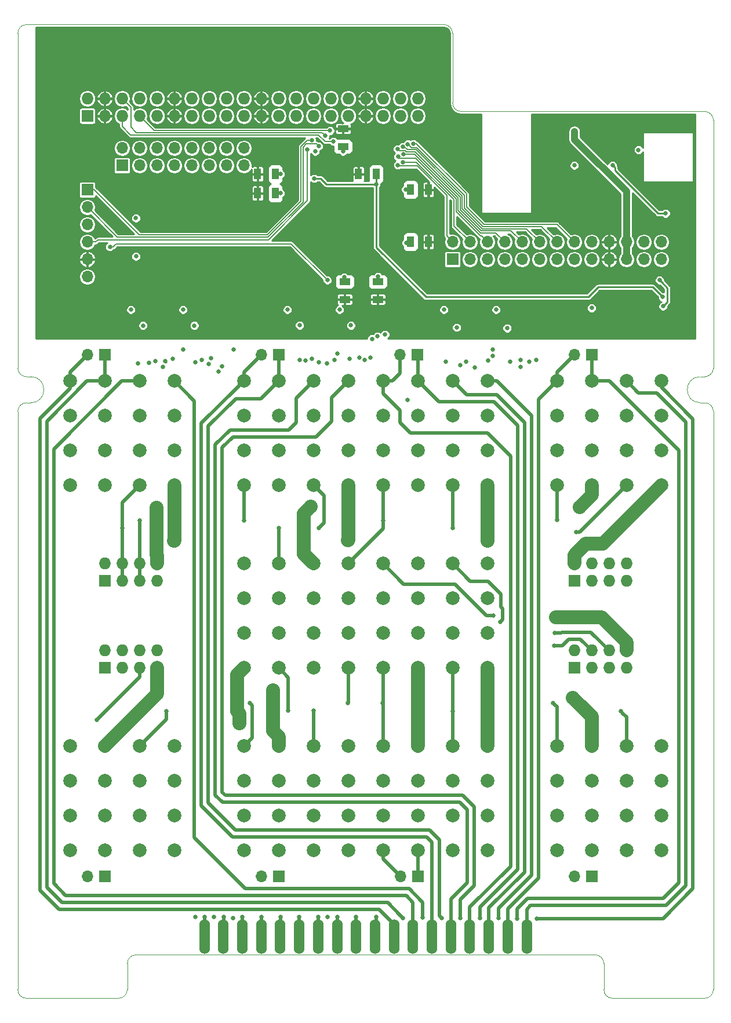
<source format=gbl>
G04 #@! TF.FileFunction,Copper,L4,Bot,Signal*
%FSLAX46Y46*%
G04 Gerber Fmt 4.6, Leading zero omitted, Abs format (unit mm)*
G04 Created by KiCad (PCBNEW 4.0.7) date Monday, June 18, 2018 'PMt' 03:40:44 PM*
%MOMM*%
%LPD*%
G01*
G04 APERTURE LIST*
%ADD10C,0.020000*%
%ADD11C,0.100000*%
%ADD12O,1.524000X5.080000*%
%ADD13C,0.660400*%
%ADD14C,2.000000*%
%ADD15R,1.727200X1.727200*%
%ADD16O,1.727200X1.727200*%
%ADD17R,1.700000X1.700000*%
%ADD18O,1.700000X1.700000*%
%ADD19R,1.000000X1.600000*%
%ADD20R,1.600000X1.000000*%
%ADD21C,2.032000*%
%ADD22C,0.254000*%
%ADD23C,0.152400*%
%ADD24C,0.203200*%
%ADD25C,0.250000*%
%ADD26C,1.016000*%
%ADD27C,2.032000*%
%ADD28C,0.508000*%
G04 APERTURE END LIST*
D10*
D11*
X36068000Y-88900000D02*
X49530000Y-88900000D01*
X34798000Y-83820000D02*
X34798000Y-87630000D01*
X-33528000Y-82550000D02*
X33528000Y-82550000D01*
X-34798000Y-83820000D02*
X-34798000Y-87630000D01*
X34798000Y-83820000D02*
G75*
G03X33528000Y-82550000I-1270000J0D01*
G01*
X34798000Y-87630000D02*
G75*
G03X36068000Y-88900000I1270000J0D01*
G01*
X-33530217Y-82550002D02*
G75*
G03X-34798000Y-83820000I2217J-1269998D01*
G01*
X-34798000Y-87630000D02*
G75*
G02X-36068000Y-88900000I-1270000J0D01*
G01*
X-50800000Y-3175000D02*
G75*
G02X-49530000Y-1905000I1270000J0D01*
G01*
X-49530000Y-1905000D02*
X-48895000Y-1905000D01*
X-48895000Y1905000D02*
G75*
G02X-48895000Y-1905000I0J-1905000D01*
G01*
X-48895000Y1905000D02*
X-49530000Y1905000D01*
X-49530000Y1905000D02*
G75*
G02X-50800000Y3175000I0J1270000D01*
G01*
X-50800000Y52070000D02*
X-50800000Y3175000D01*
X-50800000Y52070000D02*
G75*
G02X-49530000Y53340000I1270000J0D01*
G01*
X11430000Y53340000D02*
X-49530000Y53340000D01*
X11430000Y53340000D02*
G75*
G02X12700000Y52070000I0J-1270000D01*
G01*
X12700000Y52070000D02*
X12700000Y41910000D01*
X13970000Y40640000D02*
G75*
G02X12700000Y41910000I0J1270000D01*
G01*
X13970000Y40640000D02*
X49530000Y40640000D01*
X49530000Y40640000D02*
G75*
G02X50800000Y39370000I0J-1270000D01*
G01*
X50800000Y3175000D02*
X50800000Y39370000D01*
X50800000Y3175000D02*
G75*
G02X49530000Y1905000I-1270000J0D01*
G01*
X48895000Y1905000D02*
X49530000Y1905000D01*
X48895000Y-1905000D02*
G75*
G02X48895000Y1905000I0J1905000D01*
G01*
X49530000Y-1905000D02*
X48895000Y-1905000D01*
X49530000Y-1905000D02*
G75*
G02X50800000Y-3175000I0J-1270000D01*
G01*
X50800000Y-87630000D02*
X50800000Y-3175000D01*
X50800000Y-87630000D02*
G75*
G02X49530000Y-88900000I-1270000J0D01*
G01*
X-49530000Y-88900000D02*
X-36068000Y-88900000D01*
X-49530000Y-88900000D02*
G75*
G02X-50800000Y-87630000I0J1270000D01*
G01*
X-50800000Y-3175000D02*
X-50800000Y-87630000D01*
D12*
X15227300Y-79862766D03*
X23533100Y-79862766D03*
X20764500Y-79862766D03*
X17995900Y-79862766D03*
X12458700Y-79862766D03*
X1384300Y-79862766D03*
X9690100Y-79862766D03*
X6921500Y-79862766D03*
X4152900Y-79862766D03*
X-1384300Y-79862766D03*
X-12458700Y-79862766D03*
X-4152900Y-79862766D03*
X-6921500Y-79862766D03*
X-9690100Y-79862766D03*
X-15227300Y-79862766D03*
X-23533100Y-79862766D03*
X-17995900Y-79862766D03*
X-20764500Y-79862766D03*
D13*
X38354000Y33020000D03*
X37846000Y38100000D03*
X37846000Y36830000D03*
X37338000Y32258000D03*
X36830000Y8890000D03*
X-12700000Y34290000D03*
X-43180000Y8890000D03*
X-39370000Y8890000D03*
X-39370000Y12700000D03*
X-43180000Y12700000D03*
X-39370000Y33020000D03*
X-43180000Y36830000D03*
X-39370000Y36830000D03*
X-43180000Y33020000D03*
X-5080000Y46990000D03*
X2540000Y46990000D03*
X6350000Y46990000D03*
X-8890000Y46990000D03*
X-1270000Y46990000D03*
X-35560000Y46990000D03*
X-31750000Y46990000D03*
X-39370000Y46990000D03*
X-27940000Y46990000D03*
X-20320000Y46990000D03*
X-43180000Y46990000D03*
X-24130000Y46990000D03*
X-12700000Y46990000D03*
X-16510000Y46990000D03*
X6350000Y50800000D03*
X2540000Y50800000D03*
X-5080000Y50800000D03*
X-8890000Y50800000D03*
X-12700000Y50800000D03*
X-16510000Y50800000D03*
X-1270000Y50800000D03*
X-20320000Y50800000D03*
X-24130000Y50800000D03*
X-27940000Y50800000D03*
X-31750000Y50800000D03*
X-35560000Y50800000D03*
X-39370000Y50800000D03*
X-43180000Y50800000D03*
X10668000Y27940000D03*
X25400000Y15240000D03*
X27940000Y15240000D03*
X46990000Y19050000D03*
X46990000Y21590000D03*
X46990000Y24130000D03*
X46990000Y39370000D03*
X43180000Y39370000D03*
X26670000Y27940000D03*
X33020000Y25400000D03*
X-7112000Y29210000D03*
X254000Y29210000D03*
X254000Y21844000D03*
X-7112000Y21844000D03*
D14*
X12700000Y-40640000D03*
X12700000Y-35560000D03*
X12700000Y-30480000D03*
X12700000Y-25400000D03*
X7620000Y-40640000D03*
X7620000Y-35560000D03*
X7620000Y-30480000D03*
X7620000Y-25400000D03*
X-2540000Y-25400000D03*
X-2540000Y-30480000D03*
X-2540000Y-35560000D03*
X-2540000Y-40640000D03*
X2540000Y-40640000D03*
X2540000Y-35560000D03*
X2540000Y-30480000D03*
X2540000Y-25400000D03*
D15*
X30480000Y-27940000D03*
D16*
X30480000Y-25400000D03*
X33020000Y-27940000D03*
X33020000Y-25400000D03*
X35560000Y-27940000D03*
X35560000Y-25400000D03*
X38100000Y-27940000D03*
X38100000Y-25400000D03*
D15*
X-38100000Y-27940000D03*
D16*
X-38100000Y-25400000D03*
X-35560000Y-27940000D03*
X-35560000Y-25400000D03*
X-33020000Y-27940000D03*
X-33020000Y-25400000D03*
X-30480000Y-27940000D03*
X-30480000Y-25400000D03*
D14*
X-43180000Y-13970000D03*
X-43180000Y-8890000D03*
X-43180000Y-3810000D03*
X-43180000Y1270000D03*
X-7620000Y-13970000D03*
X-7620000Y-8890000D03*
X-7620000Y-3810000D03*
X-7620000Y1270000D03*
X7620000Y-13970000D03*
X7620000Y-8890000D03*
X7620000Y-3810000D03*
X7620000Y1270000D03*
X2540000Y-13970000D03*
X2540000Y-8890000D03*
X2540000Y-3810000D03*
X2540000Y1270000D03*
X33020000Y-13970000D03*
X33020000Y-8890000D03*
X33020000Y-3810000D03*
X33020000Y1270000D03*
X27940000Y-13970000D03*
X27940000Y-8890000D03*
X27940000Y-3810000D03*
X27940000Y1270000D03*
X43180000Y-13970000D03*
X43180000Y-8890000D03*
X43180000Y-3810000D03*
X43180000Y1270000D03*
X38100000Y-13970000D03*
X38100000Y-8890000D03*
X38100000Y-3810000D03*
X38100000Y1270000D03*
X17780000Y-13970000D03*
X17780000Y-8890000D03*
X17780000Y-3810000D03*
X17780000Y1270000D03*
X12700000Y-13970000D03*
X12700000Y-8890000D03*
X12700000Y-3810000D03*
X12700000Y1270000D03*
X-2540000Y-13970000D03*
X-2540000Y-8890000D03*
X-2540000Y-3810000D03*
X-2540000Y1270000D03*
X-12700000Y-13970000D03*
X-12700000Y-8890000D03*
X-12700000Y-3810000D03*
X-12700000Y1270000D03*
X-17780000Y-13970000D03*
X-17780000Y-8890000D03*
X-17780000Y-3810000D03*
X-17780000Y1270000D03*
X-27940000Y-13970000D03*
X-27940000Y-8890000D03*
X-27940000Y-3810000D03*
X-27940000Y1270000D03*
X-33020000Y-13970000D03*
X-33020000Y-8890000D03*
X-33020000Y-3810000D03*
X-33020000Y1270000D03*
X-38100000Y-13970000D03*
X-38100000Y-8890000D03*
X-38100000Y-3810000D03*
X-38100000Y1270000D03*
X-17780000Y-25400000D03*
X-17780000Y-30480000D03*
X-17780000Y-35560000D03*
X-17780000Y-40640000D03*
X-12700000Y-25400000D03*
X-12700000Y-30480000D03*
X-12700000Y-35560000D03*
X-12700000Y-40640000D03*
X-7620000Y-25400000D03*
X-7620000Y-30480000D03*
X-7620000Y-35560000D03*
X-7620000Y-40640000D03*
D17*
X-40640000Y29210000D03*
D18*
X-40640000Y26670000D03*
X-40640000Y24130000D03*
X-40640000Y21590000D03*
X-40640000Y19050000D03*
X-40640000Y16510000D03*
D14*
X17780000Y-40640000D03*
X17780000Y-35560000D03*
X17780000Y-30480000D03*
X17780000Y-25400000D03*
X43180000Y-52070000D03*
X43180000Y-57150000D03*
X43180000Y-62230000D03*
X43180000Y-67310000D03*
X38100000Y-52070000D03*
X38100000Y-57150000D03*
X38100000Y-62230000D03*
X38100000Y-67310000D03*
X33020000Y-52070000D03*
X33020000Y-57150000D03*
X33020000Y-62230000D03*
X33020000Y-67310000D03*
X27940000Y-52070000D03*
X27940000Y-57150000D03*
X27940000Y-62230000D03*
X27940000Y-67310000D03*
X17780000Y-52070000D03*
X17780000Y-57150000D03*
X17780000Y-62230000D03*
X17780000Y-67310000D03*
X12700000Y-52070000D03*
X12700000Y-57150000D03*
X12700000Y-62230000D03*
X12700000Y-67310000D03*
X7620000Y-52070000D03*
X7620000Y-57150000D03*
X7620000Y-62230000D03*
X7620000Y-67310000D03*
X2540000Y-52070000D03*
X2540000Y-57150000D03*
X2540000Y-62230000D03*
X2540000Y-67310000D03*
X-2540000Y-52070000D03*
X-2540000Y-57150000D03*
X-2540000Y-62230000D03*
X-2540000Y-67310000D03*
X-7620000Y-52070000D03*
X-7620000Y-57150000D03*
X-7620000Y-62230000D03*
X-7620000Y-67310000D03*
X-12700000Y-52070000D03*
X-12700000Y-57150000D03*
X-12700000Y-62230000D03*
X-12700000Y-67310000D03*
X-17780000Y-52070000D03*
X-17780000Y-57150000D03*
X-17780000Y-62230000D03*
X-17780000Y-67310000D03*
X-27940000Y-52070000D03*
X-27940000Y-57150000D03*
X-27940000Y-62230000D03*
X-27940000Y-67310000D03*
X-33020000Y-52070000D03*
X-33020000Y-57150000D03*
X-33020000Y-62230000D03*
X-33020000Y-67310000D03*
X-38100000Y-52070000D03*
X-38100000Y-57150000D03*
X-38100000Y-62230000D03*
X-38100000Y-67310000D03*
X-43180000Y-52070000D03*
X-43180000Y-57150000D03*
X-43180000Y-62230000D03*
X-43180000Y-67310000D03*
D15*
X-40640000Y39992300D03*
D16*
X-40640000Y42532300D03*
X-38100000Y39992300D03*
X-38100000Y42532300D03*
X-35560000Y39992300D03*
X-35560000Y42532300D03*
X-33020000Y39992300D03*
X-33020000Y42532300D03*
X-30480000Y39992300D03*
X-30480000Y42532300D03*
X-27940000Y39992300D03*
X-27940000Y42532300D03*
X-25400000Y39992300D03*
X-25400000Y42532300D03*
X-22860000Y39992300D03*
X-22860000Y42532300D03*
X-20320000Y39992300D03*
X-20320000Y42532300D03*
X-17780000Y39992300D03*
X-17780000Y42532300D03*
X-15240000Y39992300D03*
X-15240000Y42532300D03*
X-12700000Y39992300D03*
X-12700000Y42532300D03*
X-10160000Y39992300D03*
X-10160000Y42532300D03*
X-7620000Y39992300D03*
X-7620000Y42532300D03*
X-5080000Y39992300D03*
X-5080000Y42532300D03*
X-2540000Y39992300D03*
X-2540000Y42532300D03*
X0Y39992300D03*
X0Y42532300D03*
X2540000Y39992300D03*
X2540000Y42532300D03*
X5080000Y39992300D03*
X5080000Y42532300D03*
X7620000Y39992300D03*
X7620000Y42532300D03*
D17*
X-35560000Y32766000D03*
D18*
X-35560000Y35306000D03*
X-33020000Y32766000D03*
X-33020000Y35306000D03*
X-30480000Y32766000D03*
X-30480000Y35306000D03*
X-27940000Y32766000D03*
X-27940000Y35306000D03*
X-25400000Y32766000D03*
X-25400000Y35306000D03*
X-22860000Y32766000D03*
X-22860000Y35306000D03*
X-20320000Y32766000D03*
X-20320000Y35306000D03*
X-17780000Y32766000D03*
X-17780000Y35306000D03*
D15*
X-38100000Y-40640000D03*
D16*
X-38100000Y-38100000D03*
X-35560000Y-40640000D03*
X-35560000Y-38100000D03*
X-33020000Y-40640000D03*
X-33020000Y-38100000D03*
X-30480000Y-40640000D03*
X-30480000Y-38100000D03*
D15*
X30480000Y-40640000D03*
D16*
X30480000Y-38100000D03*
X33020000Y-40640000D03*
X33020000Y-38100000D03*
X35560000Y-40640000D03*
X35560000Y-38100000D03*
X38100000Y-40640000D03*
X38100000Y-38100000D03*
D17*
X33020000Y5080000D03*
D18*
X30480000Y5080000D03*
D17*
X7605000Y5080000D03*
D18*
X5065000Y5080000D03*
D17*
X-12700000Y5080000D03*
D18*
X-15240000Y5080000D03*
D17*
X-38100000Y5080000D03*
D18*
X-40640000Y5080000D03*
D17*
X33020000Y-71120000D03*
D18*
X30480000Y-71120000D03*
D17*
X7620000Y-71120000D03*
D18*
X5080000Y-71120000D03*
D17*
X-12700000Y-71120000D03*
D18*
X-15240000Y-71120000D03*
D17*
X-38100000Y-71120000D03*
D18*
X-40640000Y-71120000D03*
D19*
X-13178000Y28702000D03*
X-15778000Y28702000D03*
X1554000Y31496000D03*
X-1046000Y31496000D03*
X-13178000Y31496000D03*
X-15778000Y31496000D03*
D20*
X-3302000Y35530000D03*
X-3302000Y38130000D03*
X-3048000Y15778000D03*
X-3048000Y13178000D03*
D19*
X6574000Y29210000D03*
X9174000Y29210000D03*
D20*
X1778000Y15778000D03*
X1778000Y13178000D03*
D19*
X6574000Y21590000D03*
X9174000Y21590000D03*
D17*
X12700000Y19050000D03*
D18*
X12700000Y21590000D03*
X15240000Y19050000D03*
X15240000Y21590000D03*
X17780000Y19050000D03*
X17780000Y21590000D03*
X20320000Y19050000D03*
X20320000Y21590000D03*
X22860000Y19050000D03*
X22860000Y21590000D03*
X25400000Y19050000D03*
X25400000Y21590000D03*
X27940000Y19050000D03*
X27940000Y21590000D03*
X30480000Y19050000D03*
X30480000Y21590000D03*
X33020000Y19050000D03*
X33020000Y21590000D03*
X35560000Y19050000D03*
X35560000Y21590000D03*
X38100000Y19050000D03*
X38100000Y21590000D03*
X40640000Y19050000D03*
X40640000Y21590000D03*
X43180000Y19050000D03*
X43180000Y21590000D03*
D13*
X-3302000Y25654000D03*
X-7517418Y30850292D03*
X43382177Y13543089D03*
X1550146Y30043043D03*
X-12446000Y28702000D03*
X5947631Y21440612D03*
X33018855Y11935711D03*
X-33546575Y25067983D03*
X-33534143Y19473689D03*
X1807610Y16510000D03*
X5842000Y29260808D03*
X-3302000Y34798000D03*
X-12446000Y31496000D03*
X-3141590Y16442071D03*
X20678087Y8996476D03*
X13305337Y9086005D03*
X-2146597Y9392544D03*
X-9631185Y9415394D03*
X-25009760Y9386386D03*
X-32509803Y9379001D03*
X36066854Y32761384D03*
X43814702Y25759836D03*
X42926000Y16002000D03*
X43434000Y12192000D03*
X-6858000Y35560000D03*
X-7874000Y36449009D03*
X-8483611Y35052000D03*
X-37343493Y20871879D03*
X-5588000Y16002000D03*
X38104019Y23894573D03*
X30502058Y37729598D03*
X19050000Y11684000D03*
X11430000Y11684000D03*
X-3810000Y11684000D03*
X-11430000Y11684000D03*
X-26670000Y11684000D03*
X-34290000Y11684000D03*
D21*
X-27956009Y-22075879D03*
X-2562400Y-22020387D03*
X17785987Y-22054438D03*
D13*
X-6789956Y-20164199D03*
X-12673499Y-20194027D03*
X-35491817Y-20224420D03*
X30754642Y-20801159D03*
X12700000Y-20194520D03*
D21*
X-8000990Y-17073960D03*
X-30562397Y-17242228D03*
X31242000Y-17162213D03*
D13*
X-33020000Y-19126200D03*
X-17780000Y-19126200D03*
X27940000Y-19050000D03*
X2532649Y-19065013D03*
D21*
X-18434072Y-48733211D03*
D13*
X-11329200Y-46879001D03*
X-29134960Y-46938133D03*
X37243894Y-46977481D03*
X-7624964Y-46848479D03*
X12700000Y-46931243D03*
X-16880838Y-45799354D03*
X-39261443Y-48207584D03*
X-2561586Y-45745332D03*
X2518414Y-45745332D03*
X27404424Y-45745332D03*
D21*
X-13506442Y-43922525D03*
X30284368Y-44985291D03*
D13*
X24974165Y-77235053D03*
X22156657Y-77268629D03*
X19414177Y-77226102D03*
X16671437Y-77186729D03*
X13848067Y-77162226D03*
X11143056Y-77173857D03*
X8354234Y-77138443D03*
X5474618Y-77149409D03*
X-5563623Y-77042551D03*
X19651431Y-33904800D03*
X-22127566Y-77013996D03*
X27572281Y-37411073D03*
X18673280Y-32954553D03*
X-24895274Y-77013996D03*
X27631222Y-35558450D03*
X1535005Y-77025001D03*
X-1392196Y-77013996D03*
X-12443333Y-77013996D03*
X-4151094Y-77013996D03*
X-6898748Y-77013996D03*
X-9689714Y-77013996D03*
X-15196953Y-77013996D03*
X-23520235Y-77013996D03*
D21*
X27835177Y-33281752D03*
D13*
X-17980181Y-77038241D03*
X-20749833Y-77013996D03*
X30480000Y32766000D03*
X-4706696Y36264108D03*
X-5920812Y37104407D03*
X-5187242Y37840639D03*
X4696448Y32815249D03*
X5434422Y33257117D03*
X4739347Y34036001D03*
X5516468Y34374728D03*
X4669242Y35166593D03*
X5448869Y35492339D03*
X6159689Y35886546D03*
X6972010Y35914793D03*
X24892000Y4318000D03*
X23868258Y4103123D03*
X22606000Y4318000D03*
X22606000Y3302000D03*
X15915129Y3263295D03*
X11684000Y4064000D03*
X925961Y7434757D03*
X-927274Y4650128D03*
X-4553841Y4323498D03*
X-7841823Y4535545D03*
X-19304000Y5842000D03*
X-22535000Y4643000D03*
X-28194000Y4507777D03*
X-29238510Y4186569D03*
X-30726440Y4194387D03*
X-33231000Y3810000D03*
X21082000Y4064000D03*
X18542000Y5842000D03*
X18532587Y4951731D03*
X17902443Y4255256D03*
X13810166Y3577626D03*
X1718315Y7785907D03*
X-167632Y4360979D03*
X-4117011Y5293719D03*
X-6856009Y4032062D03*
X-9636065Y4330240D03*
X-21484090Y2614464D03*
X-23957411Y4322228D03*
X-24865331Y4041872D03*
X-26670000Y5842000D03*
X-29598500Y3346000D03*
X-31628913Y3959327D03*
X-7366000Y34798000D03*
X39862000Y35036000D03*
X-22872711Y3773492D03*
X-20976079Y3430796D03*
X-8743925Y4295673D03*
X-5630757Y3860372D03*
X14684587Y4097522D03*
X2835908Y8065318D03*
X6096000Y-1524000D03*
X698611Y4710132D03*
X-2361917Y4545384D03*
X-19380200Y-77216000D03*
D22*
X8808911Y13543089D02*
X32512000Y13543089D01*
X41939266Y14986000D02*
X33954911Y14986000D01*
X33954911Y14986000D02*
X32512000Y13543089D01*
X43382177Y13543089D02*
X41939266Y14986000D01*
X1550146Y30043043D02*
X-5761569Y30043043D01*
X-5761569Y30043043D02*
X-6535325Y30816799D01*
X-6535325Y30816799D02*
X-7483925Y30816799D01*
X-7483925Y30816799D02*
X-7517418Y30850292D01*
X1550146Y20801854D02*
X8808911Y13543089D01*
X1550146Y30043043D02*
X1550146Y20801854D01*
X1554000Y31496000D02*
X1554000Y31196000D01*
X1554000Y30046897D02*
X1550146Y30043043D01*
X1554000Y31496000D02*
X1554000Y30046897D01*
D23*
X-12446000Y28702000D02*
X-13528000Y28702000D01*
X6520612Y21440612D02*
X6414604Y21440612D01*
X6414604Y21440612D02*
X5947631Y21440612D01*
X6670000Y21590000D02*
X6520612Y21440612D01*
X1778000Y16480390D02*
X1807610Y16510000D01*
X1778000Y15428000D02*
X1778000Y16480390D01*
X5892808Y29210000D02*
X5842000Y29260808D01*
X6924000Y29210000D02*
X5892808Y29210000D01*
X-3302000Y35880000D02*
X-3302000Y34798000D01*
X-12446000Y31496000D02*
X-13528000Y31496000D01*
D24*
X-3141590Y15975098D02*
X-3141590Y16442071D01*
X-3302000Y15682000D02*
X-3141590Y15842410D01*
X-3141590Y15842410D02*
X-3141590Y15975098D01*
D25*
X43814702Y25759836D02*
X42684492Y25759836D01*
X42684492Y25759836D02*
X36397053Y32047275D01*
X36397053Y32047275D02*
X36397053Y32431185D01*
X36397053Y32431185D02*
X36066854Y32761384D01*
D22*
X43256199Y15671801D02*
X42926000Y16002000D01*
X44058682Y14869318D02*
X43256199Y15671801D01*
X44058682Y12816682D02*
X44058682Y14869318D01*
X43434000Y12192000D02*
X44058682Y12816682D01*
D23*
X-7188199Y35890199D02*
X-6858000Y35560000D01*
X-9138576Y27403897D02*
X-9138576Y35419074D01*
X-14241085Y22301388D02*
X-9138576Y27403897D01*
X-36271388Y22301388D02*
X-14241085Y22301388D01*
X-9138576Y35419074D02*
X-8667451Y35890199D01*
X-40640000Y26670000D02*
X-36271388Y22301388D01*
X-8667451Y35890199D02*
X-7188199Y35890199D01*
X-9443387Y35545330D02*
X-9443387Y27530153D01*
X-14367341Y22606199D02*
X-33033799Y22606199D01*
X-7874000Y36449009D02*
X-8539708Y36449009D01*
X-9443387Y27530153D02*
X-14367341Y22606199D01*
X-39637600Y29210000D02*
X-40640000Y29210000D01*
X-8539708Y36449009D02*
X-9443387Y35545330D01*
X-33033799Y22606199D02*
X-39637600Y29210000D01*
X-8483611Y34585027D02*
X-8483611Y35052000D01*
X-8483611Y27627797D02*
X-8483611Y34585027D01*
X-39113478Y21914441D02*
X-14196967Y21914441D01*
X-39437919Y21590000D02*
X-39113478Y21914441D01*
X-40640000Y21590000D02*
X-39437919Y21590000D01*
X-14196967Y21914441D02*
X-8483611Y27627797D01*
X-36876520Y20871879D02*
X-37343493Y20871879D01*
X-5588000Y16002000D02*
X-10890819Y21304819D01*
X-10890819Y21304819D02*
X-36443580Y21304819D01*
X-36443580Y21304819D02*
X-36876520Y20871879D01*
D26*
X38100000Y21590000D02*
X38100000Y28950927D01*
X38100000Y28950927D02*
X30502058Y36548869D01*
X30502058Y36548869D02*
X30502058Y37262625D01*
X30502058Y37262625D02*
X30502058Y37729598D01*
X38100000Y19050000D02*
X38100000Y21590000D01*
D27*
X-27940000Y-13970000D02*
X-27940000Y-22059870D01*
X-27940000Y-22059870D02*
X-27956009Y-22075879D01*
X-2540000Y-21997987D02*
X-2562400Y-22020387D01*
X-2540000Y-13970000D02*
X-2540000Y-21997987D01*
X17780000Y-22048451D02*
X17785987Y-22054438D01*
X17780000Y-13970000D02*
X17780000Y-22048451D01*
X43180000Y-13970000D02*
X34631632Y-22518368D01*
X34631632Y-22518368D02*
X32140318Y-22518368D01*
X32140318Y-22518368D02*
X30480000Y-24178686D01*
X30480000Y-24178686D02*
X30480000Y-25400000D01*
D28*
X-7620000Y-13970000D02*
X-6094423Y-15495577D01*
X-6094423Y-15495577D02*
X-6094423Y-19468666D01*
X-6459757Y-19834000D02*
X-6789956Y-20164199D01*
X-6094423Y-19468666D02*
X-6459757Y-19834000D01*
X-12700000Y-20220528D02*
X-12673499Y-20194027D01*
X-12700000Y-25400000D02*
X-12700000Y-20220528D01*
X-35491817Y-19757447D02*
X-35491817Y-20224420D01*
X-33020000Y-13970000D02*
X-35491817Y-16441817D01*
X-35491817Y-16441817D02*
X-35491817Y-19757447D01*
X-35560000Y-25400000D02*
X-35560000Y-20292603D01*
X-35560000Y-20292603D02*
X-35491817Y-20224420D01*
X38100000Y-13970000D02*
X31268841Y-20801159D01*
X31268841Y-20801159D02*
X31221615Y-20801159D01*
X31221615Y-20801159D02*
X30754642Y-20801159D01*
X12700000Y-13970000D02*
X12700000Y-15384213D01*
X12700000Y-15384213D02*
X12700000Y-20194520D01*
X-35560000Y-25400000D02*
X-35560000Y-27940000D01*
D27*
X-7620000Y-25400000D02*
X-9016989Y-24003011D01*
X-9016989Y-24003011D02*
X-9016989Y-18089959D01*
X-9016989Y-18089959D02*
X-8000990Y-17073960D01*
X-30562397Y-24096289D02*
X-30562397Y-17242228D01*
X-30480000Y-25400000D02*
X-30480000Y-24178686D01*
X-30480000Y-24178686D02*
X-30562397Y-24096289D01*
X33020000Y-13970000D02*
X33020000Y-15384213D01*
X33020000Y-15384213D02*
X31242000Y-17162213D01*
D28*
X-2540000Y-25400000D02*
X-2540000Y-25386391D01*
X-2540000Y-25386391D02*
X2532649Y-20313742D01*
X2532649Y-20313742D02*
X2532649Y-19531986D01*
X2532649Y-19531986D02*
X2532649Y-19065013D01*
X-33020000Y-25400000D02*
X-33020000Y-19126200D01*
X-17780000Y-13970000D02*
X-17780000Y-19126200D01*
X27940000Y-13970000D02*
X27940000Y-19050000D01*
X2540000Y-19057662D02*
X2532649Y-19065013D01*
X2540000Y-13970000D02*
X2540000Y-19057662D01*
X-33020000Y-27940000D02*
X-33020000Y-25400000D01*
D27*
X-18434072Y-47296371D02*
X-18434072Y-48733211D01*
X-17780000Y-40640000D02*
X-18780899Y-41640899D01*
X-18780899Y-41640899D02*
X-18780899Y-46949544D01*
X-18780899Y-46949544D02*
X-18434072Y-47296371D01*
X17780000Y-40640000D02*
X17780000Y-52070000D01*
D28*
X-11329200Y-46412028D02*
X-11329200Y-46879001D01*
X-11329200Y-42010800D02*
X-11329200Y-46412028D01*
X-12700000Y-40640000D02*
X-11329200Y-42010800D01*
X-29134960Y-47405106D02*
X-29134960Y-46938133D01*
X-29134960Y-48184960D02*
X-29134960Y-47405106D01*
X-33020000Y-52070000D02*
X-29134960Y-48184960D01*
X38100000Y-47833587D02*
X37574093Y-47307680D01*
X38100000Y-52070000D02*
X38100000Y-47833587D01*
X37574093Y-47307680D02*
X37243894Y-46977481D01*
X-7620000Y-46853443D02*
X-7624964Y-46848479D01*
X-7620000Y-46843515D02*
X-7624964Y-46848479D01*
X-7620000Y-52070000D02*
X-7620000Y-46853443D01*
X12700000Y-40640000D02*
X12700000Y-46931243D01*
X12700000Y-52070000D02*
X12700000Y-46931243D01*
X-17780000Y-52070000D02*
X-16550639Y-50840639D01*
X-16550639Y-50840639D02*
X-16550639Y-46129553D01*
X-16550639Y-46129553D02*
X-16880838Y-45799354D01*
X-33020000Y-41966141D02*
X-38931244Y-47877385D01*
X-33020000Y-40640000D02*
X-33020000Y-41966141D01*
X-38931244Y-47877385D02*
X-39261443Y-48207584D01*
X2540000Y-52070000D02*
X2540000Y-45766918D01*
X2540000Y-45723746D02*
X2518414Y-45745332D01*
X2540000Y-40640000D02*
X2540000Y-45723746D01*
X2540000Y-45766918D02*
X2518414Y-45745332D01*
X27734623Y-46075531D02*
X27404424Y-45745332D01*
X27940000Y-46280908D02*
X27734623Y-46075531D01*
X27940000Y-52070000D02*
X27940000Y-46280908D01*
X-2540000Y-45723746D02*
X-2561586Y-45745332D01*
X-2540000Y-40640000D02*
X-2540000Y-45723746D01*
D27*
X-13506442Y-45359365D02*
X-13506442Y-43922525D01*
X-13506442Y-49849345D02*
X-13506442Y-45359365D01*
X-12700000Y-52070000D02*
X-12700000Y-50655787D01*
X-12700000Y-50655787D02*
X-13506442Y-49849345D01*
X-38100000Y-52070000D02*
X-30480000Y-44450000D01*
X-30480000Y-44450000D02*
X-30480000Y-40640000D01*
X7620000Y-52070000D02*
X7620000Y-40640000D01*
X31300367Y-46001290D02*
X30284368Y-44985291D01*
X33020000Y-47720923D02*
X31300367Y-46001290D01*
X33020000Y-52070000D02*
X33020000Y-47720923D01*
D28*
X47796087Y-72875249D02*
X43436283Y-77235053D01*
X43180000Y333896D02*
X47796087Y-4282191D01*
X43180000Y1270000D02*
X43180000Y333896D01*
X47796087Y-4282191D02*
X47796087Y-72875249D01*
X43436283Y-77235053D02*
X25441138Y-77235053D01*
X25441138Y-77235053D02*
X24974165Y-77235053D01*
X23533100Y-75903406D02*
X23533100Y-76814766D01*
X43901776Y-75332704D02*
X24103802Y-75332704D01*
X46780076Y-72454404D02*
X43901776Y-75332704D01*
X38100000Y1270000D02*
X39862001Y-492001D01*
X46780076Y-4703036D02*
X46780076Y-72454404D01*
X23533100Y-76814766D02*
X23533100Y-79862766D01*
X24103802Y-75332704D02*
X23533100Y-75903406D01*
X39862001Y-492001D02*
X42569041Y-492001D01*
X42569041Y-492001D02*
X46780076Y-4703036D01*
X22156657Y-76801656D02*
X22156657Y-77268629D01*
X43480931Y-74316693D02*
X23682957Y-74316693D01*
X23682957Y-74316693D02*
X22156657Y-75842993D01*
X45764067Y-72033557D02*
X43480931Y-74316693D01*
X45764067Y-8898697D02*
X45764067Y-72033557D01*
X22156657Y-75842993D02*
X22156657Y-76801656D01*
X35595370Y1270000D02*
X45764067Y-8898697D01*
X33020000Y1270000D02*
X35595370Y1270000D01*
X33020000Y1270000D02*
X33020000Y5080000D01*
X20764500Y-75798294D02*
X20764500Y-76814766D01*
X25251344Y-71311450D02*
X20764500Y-75798294D01*
X27940000Y1270000D02*
X25251344Y-1418656D01*
X20764500Y-76814766D02*
X20764500Y-79862766D01*
X25251344Y-1418656D02*
X25251344Y-71311450D01*
X27940000Y1270000D02*
X27940000Y2540000D01*
X27940000Y2540000D02*
X30480000Y5080000D01*
X19414177Y-76759129D02*
X19414177Y-77226102D01*
X24235334Y-70890604D02*
X19414177Y-75711761D01*
X24235334Y-3771121D02*
X24235334Y-70890604D01*
X19194213Y1270000D02*
X24235334Y-3771121D01*
X19414177Y-75711761D02*
X19414177Y-76759129D01*
X17780000Y1270000D02*
X19194213Y1270000D01*
X14731989Y-761989D02*
X19149883Y-761990D01*
X17995900Y-76814766D02*
X17995900Y-79862766D01*
X12700000Y1270000D02*
X14731989Y-761989D01*
X17995900Y-75693182D02*
X17995900Y-76814766D01*
X23219324Y-70469758D02*
X17995900Y-75693182D01*
X19149883Y-761990D02*
X23219324Y-4831431D01*
X23219324Y-4831431D02*
X23219324Y-70469758D01*
X18729037Y-1778000D02*
X22203314Y-5252277D01*
X16671437Y-76719756D02*
X16671437Y-77186729D01*
X7620000Y1270000D02*
X10668000Y-1778000D01*
X22203314Y-5252277D02*
X22203314Y-70048912D01*
X16671437Y-75580789D02*
X16671437Y-76719756D01*
X10668000Y-1778000D02*
X18729037Y-1778000D01*
X22203314Y-70048912D02*
X16671437Y-75580789D01*
X7620000Y1270000D02*
X7620000Y5065000D01*
X7620000Y5065000D02*
X7605000Y5080000D01*
X2540000Y1270000D02*
X2540000Y-541544D01*
X17847762Y-6350000D02*
X21187304Y-9689542D01*
X21187304Y-9689542D02*
X21187304Y-69628066D01*
X5050403Y-4817327D02*
X6583076Y-6350000D01*
X2540000Y-541544D02*
X5050403Y-3051947D01*
X15227300Y-75588070D02*
X15227300Y-76814766D01*
X5050403Y-3051947D02*
X5050403Y-4817327D01*
X6583076Y-6350000D02*
X17847762Y-6350000D01*
X21187304Y-69628066D02*
X15227300Y-75588070D01*
X15227300Y-76814766D02*
X15227300Y-79862766D01*
X5065000Y3877919D02*
X5065000Y5080000D01*
X5065000Y2380787D02*
X5065000Y3877919D01*
X3954213Y1270000D02*
X5065000Y2380787D01*
X2540000Y1270000D02*
X3954213Y1270000D01*
X13848067Y-77162226D02*
X13848067Y-74454279D01*
X-19332523Y-6873929D02*
X-7208895Y-6873929D01*
X13848067Y-74454279D02*
X15858918Y-72443428D01*
X-7208895Y-6873929D02*
X-4979515Y-4644549D01*
X15858918Y-72443428D02*
X15858918Y-60904062D01*
X15858918Y-60904062D02*
X14181511Y-59226655D01*
X-4979515Y-4644549D02*
X-4979515Y-1169515D01*
X14181511Y-59226655D02*
X-20490881Y-59226655D01*
X-20490881Y-59226655D02*
X-20925512Y-58792024D01*
X-20925512Y-8466918D02*
X-19332523Y-6873929D01*
X-20925512Y-58792024D02*
X-20925512Y-8466918D01*
X-4979515Y-1169515D02*
X-3539999Y270001D01*
X-3539999Y270001D02*
X-2540000Y1270000D01*
X12458700Y-79862766D02*
X12458700Y-74406790D01*
X-21941523Y-59212869D02*
X-21941523Y-8046073D01*
X12458700Y-74406790D02*
X14842907Y-72022583D01*
X14842907Y-72022583D02*
X14842907Y-61324907D01*
X14842907Y-61324907D02*
X13760666Y-60242666D01*
X13760666Y-60242666D02*
X-20911726Y-60242666D01*
X-20911726Y-60242666D02*
X-21941523Y-59212869D01*
X-11191918Y-5857918D02*
X-10160000Y-4826000D01*
X-21941523Y-8046073D02*
X-19753368Y-5857918D01*
X-19753368Y-5857918D02*
X-11191918Y-5857918D01*
X-10160000Y-4826000D02*
X-10160000Y-1270000D01*
X-10160000Y-1270000D02*
X-7620000Y1270000D01*
X10809322Y-65760466D02*
X10809322Y-76840123D01*
X9378608Y-64329752D02*
X10809322Y-65760466D01*
X-15299824Y-1329824D02*
X-18955717Y-1329824D01*
X-22957533Y-60354467D02*
X-18982249Y-64329751D01*
X-22957533Y-5331640D02*
X-22957533Y-60354467D01*
X-18955717Y-1329824D02*
X-22957533Y-5331640D01*
X10812857Y-76843658D02*
X11143056Y-77173857D01*
X-18982249Y-64329751D02*
X9378608Y-64329752D01*
X10809322Y-76840123D02*
X10812857Y-76843658D01*
X-12700000Y1270000D02*
X-15299824Y-1329824D01*
X-12700000Y1270000D02*
X-12700000Y5080000D01*
X-19403094Y-65345762D02*
X8957762Y-65345762D01*
X9690100Y-76814766D02*
X9690100Y-79862766D01*
X-23973543Y-4910794D02*
X-23973543Y-60775313D01*
X-18792748Y270001D02*
X-23973543Y-4910794D01*
X-17780000Y1270000D02*
X-18779999Y270001D01*
X8957762Y-65345762D02*
X9690100Y-66078100D01*
X9690100Y-66078100D02*
X9690100Y-76814766D01*
X-23973543Y-60775313D02*
X-19403094Y-65345762D01*
X-18779999Y270001D02*
X-18792748Y270001D01*
X-17780000Y1270000D02*
X-17780000Y2540000D01*
X-17780000Y2540000D02*
X-15240000Y5080000D01*
X6342306Y-72873754D02*
X8354234Y-74885682D01*
X-17550272Y-72873753D02*
X6342306Y-72873754D01*
X-24989553Y-65434472D02*
X-17550272Y-72873753D01*
X-24989553Y-1680447D02*
X-24989553Y-65434472D01*
X8354234Y-76671470D02*
X8354234Y-77138443D01*
X-27940000Y1270000D02*
X-24989553Y-1680447D01*
X8354234Y-74885682D02*
X8354234Y-76671470D01*
X-33020000Y1270000D02*
X-35574207Y1270000D01*
X-35574207Y1270000D02*
X-45553842Y-8709635D01*
X-45553842Y-8709635D02*
X-45553842Y-72143086D01*
X-43807164Y-73889764D02*
X5921460Y-73889764D01*
X-45553842Y-72143086D02*
X-43807164Y-73889764D01*
X5921460Y-73889764D02*
X6921500Y-74889804D01*
X6921500Y-74889804D02*
X6921500Y-76814766D01*
X6921500Y-76814766D02*
X6921500Y-79862766D01*
X3230984Y-74905775D02*
X5144419Y-76819210D01*
X-38100000Y1270000D02*
X-40664121Y1270000D01*
X-44336148Y-74905775D02*
X3230984Y-74905775D01*
X-46569853Y-72672070D02*
X-44336148Y-74905775D01*
X-46569853Y-4635732D02*
X-46569853Y-72672070D01*
X-40664121Y1270000D02*
X-46569853Y-4635732D01*
X5144419Y-76819210D02*
X5474618Y-77149409D01*
X-38100000Y1270000D02*
X-38100000Y5080000D01*
X-47585865Y-4214888D02*
X-47585865Y-73092914D01*
X-44756993Y-75921786D02*
X-18812782Y-75921786D01*
X-47585865Y-73092914D02*
X-44756993Y-75921786D01*
X-18812782Y-75921786D02*
X-18788535Y-75946031D01*
X-43180000Y190977D02*
X-47585865Y-4214888D01*
X-43180000Y1270000D02*
X-43180000Y190977D01*
X-18788535Y-75946031D02*
X-16263462Y-75946030D01*
X-16263462Y-75946030D02*
X-16239218Y-75921786D01*
X-16239218Y-75921786D02*
X1989920Y-75921786D01*
X1989920Y-75921786D02*
X4152900Y-78084766D01*
X4152900Y-78084766D02*
X4152900Y-79862766D01*
X-43180000Y1270000D02*
X-43180000Y2540000D01*
X-43180000Y2540000D02*
X-40640000Y5080000D01*
X7620000Y-67310000D02*
X7620000Y-71120000D01*
X19981630Y-33574601D02*
X19651431Y-33904800D01*
X19981630Y-31950767D02*
X19981630Y-33574601D01*
X19748191Y-31717328D02*
X19981630Y-31950767D01*
X17903792Y-27976648D02*
X19748191Y-29821047D01*
X12700000Y-25400000D02*
X15276648Y-27976648D01*
X19748191Y-29821047D02*
X19748191Y-31717328D01*
X15276648Y-27976648D02*
X17903792Y-27976648D01*
X28470306Y-37411073D02*
X27572281Y-37411073D01*
X31394399Y-36474399D02*
X29699711Y-36474399D01*
X28763037Y-37411073D02*
X28470306Y-37411073D01*
X33020000Y-38100000D02*
X31394399Y-36474399D01*
X29699711Y-36474399D02*
X28763037Y-37411073D01*
X2540000Y-25400000D02*
X5533137Y-28393137D01*
X18206307Y-32954553D02*
X18673280Y-32954553D01*
X13105217Y-28393137D02*
X17666633Y-32954553D01*
X17666633Y-32954553D02*
X18206307Y-32954553D01*
X5533137Y-28393137D02*
X13105217Y-28393137D01*
X32918388Y-35458388D02*
X28629309Y-35458388D01*
X35560000Y-38100000D02*
X32918388Y-35458388D01*
X28629309Y-35458388D02*
X28529247Y-35558450D01*
X28529247Y-35558450D02*
X27631222Y-35558450D01*
X1384300Y-79862766D02*
X1535005Y-79712061D01*
X1535005Y-77491974D02*
X1535005Y-77025001D01*
X1535005Y-79712061D02*
X1535005Y-77491974D01*
X-1392196Y-79854870D02*
X-1392196Y-77480969D01*
X-1384300Y-79862766D02*
X-1392196Y-79854870D01*
X-1392196Y-77480969D02*
X-1392196Y-77013996D01*
X-12443333Y-77480969D02*
X-12443333Y-77013996D01*
X-12443333Y-79847399D02*
X-12443333Y-77480969D01*
X-12458700Y-79862766D02*
X-12443333Y-79847399D01*
X-4151094Y-77480969D02*
X-4151094Y-77013996D01*
X-4151094Y-79860960D02*
X-4151094Y-77480969D01*
X-4152900Y-79862766D02*
X-4151094Y-79860960D01*
X2540000Y-67310000D02*
X2540000Y-68580000D01*
X2540000Y-68580000D02*
X5080000Y-71120000D01*
X-6921500Y-79862766D02*
X-6898748Y-79840014D01*
X-6898748Y-77480969D02*
X-6898748Y-77013996D01*
X-6898748Y-79840014D02*
X-6898748Y-77480969D01*
X-9690100Y-79862766D02*
X-9689714Y-79862380D01*
X-9689714Y-79862380D02*
X-9689714Y-77480969D01*
X-9689714Y-77480969D02*
X-9689714Y-77013996D01*
X-15227300Y-79862766D02*
X-15196953Y-79832419D01*
X-15196953Y-77480969D02*
X-15196953Y-77013996D01*
X-15196953Y-79832419D02*
X-15196953Y-77480969D01*
X-15240000Y-79850066D02*
X-15227300Y-79862766D01*
X-23520235Y-79849901D02*
X-23520235Y-77480969D01*
X-23533100Y-79862766D02*
X-23520235Y-79849901D01*
X-23520235Y-77480969D02*
X-23520235Y-77013996D01*
D27*
X34503066Y-33281752D02*
X29272017Y-33281752D01*
X38100000Y-38100000D02*
X38100000Y-36878686D01*
X38100000Y-36878686D02*
X34503066Y-33281752D01*
X29272017Y-33281752D02*
X27835177Y-33281752D01*
D28*
X-17980181Y-77505214D02*
X-17980181Y-77038241D01*
X-17980181Y-79847047D02*
X-17980181Y-77505214D01*
X-17995900Y-79862766D02*
X-17980181Y-79847047D01*
X-20749833Y-77480969D02*
X-20749833Y-77013996D01*
X-20749833Y-79848099D02*
X-20749833Y-77480969D01*
X-20764500Y-79862766D02*
X-20749833Y-79848099D01*
D23*
X-35560000Y38434877D02*
X-34365938Y37240815D01*
X-34365938Y37240815D02*
X-6884246Y37240815D01*
X-6884246Y37240815D02*
X-5907539Y36264108D01*
X-5173669Y36264108D02*
X-4706696Y36264108D01*
X-35560000Y39992300D02*
X-35560000Y38434877D01*
X-5907539Y36264108D02*
X-5173669Y36264108D01*
X-6251011Y37434606D02*
X-5920812Y37104407D01*
X-34290000Y41262300D02*
X-34290000Y38354000D01*
X-6362031Y37545626D02*
X-6251011Y37434606D01*
X-35560000Y42532300D02*
X-34290000Y41262300D01*
X-33481626Y37545626D02*
X-6362031Y37545626D01*
X-34290000Y38354000D02*
X-33481626Y37545626D01*
X-5654215Y37840639D02*
X-5187242Y37840639D01*
X-5664013Y37850437D02*
X-5654215Y37840639D01*
X-33020000Y39992300D02*
X-30878137Y37850437D01*
X-30878137Y37850437D02*
X-5664013Y37850437D01*
X7557923Y32698307D02*
X4813390Y32698307D01*
X4813390Y32698307D02*
X4696448Y32815249D01*
X11850001Y28406229D02*
X7557923Y32698307D01*
X12700000Y21590000D02*
X11850001Y22439999D01*
X11850001Y22439999D02*
X11850001Y28406229D01*
X7430179Y33257117D02*
X5901395Y33257117D01*
X12903134Y27784162D02*
X7430179Y33257117D01*
X15240000Y21590000D02*
X12903134Y23926866D01*
X5901395Y33257117D02*
X5434422Y33257117D01*
X12903134Y23926866D02*
X12903134Y27784162D01*
X4959430Y33815918D02*
X4739347Y34036001D01*
X13207945Y27910417D02*
X7302444Y33815918D01*
X13207945Y26038720D02*
X13207945Y27910417D01*
X7302444Y33815918D02*
X4959430Y33815918D01*
X16806666Y22439999D02*
X13207945Y26038720D01*
X16930001Y22439999D02*
X16806666Y22439999D01*
X17780000Y21590000D02*
X16930001Y22439999D01*
X16766976Y22910756D02*
X13512756Y26164976D01*
X18999244Y22910756D02*
X16766976Y22910756D01*
X5983441Y34374728D02*
X5516468Y34374728D01*
X13512756Y26164976D02*
X13512756Y28036672D01*
X20320000Y21590000D02*
X18999244Y22910756D01*
X7174700Y34374728D02*
X5983441Y34374728D01*
X13512756Y28036672D02*
X7174700Y34374728D01*
X4902306Y34933529D02*
X4669242Y35166593D01*
X5784693Y34933529D02*
X4902306Y34933529D01*
X5971918Y34746304D02*
X5784693Y34933529D01*
X7234190Y34746304D02*
X5971918Y34746304D01*
X13817567Y28162927D02*
X7234190Y34746304D01*
X13817567Y26291232D02*
X13817567Y28162927D01*
X16893232Y23215567D02*
X13817567Y26291232D01*
X22860000Y21590000D02*
X21234433Y23215567D01*
X21234433Y23215567D02*
X16893232Y23215567D01*
X5656949Y35492339D02*
X5448869Y35492339D01*
X6098173Y35051115D02*
X5656949Y35492339D01*
X14122378Y26417488D02*
X14122378Y28289183D01*
X25400000Y21590000D02*
X23469622Y23520378D01*
X23469622Y23520378D02*
X17019488Y23520378D01*
X7360446Y35051115D02*
X6098173Y35051115D01*
X17019488Y23520378D02*
X14122378Y26417488D01*
X14122378Y28289183D02*
X7360446Y35051115D01*
X6690309Y35355926D02*
X6489888Y35556347D01*
X7486700Y35355926D02*
X6690309Y35355926D01*
X17145744Y23825189D02*
X14427189Y26543744D01*
X27940000Y21590000D02*
X25704811Y23825189D01*
X6489888Y35556347D02*
X6159689Y35886546D01*
X14427189Y28415437D02*
X7486700Y35355926D01*
X14427189Y26543744D02*
X14427189Y28415437D01*
X25704811Y23825189D02*
X17145744Y23825189D01*
X17272000Y24130000D02*
X14732000Y26670000D01*
X7438983Y35914793D02*
X6972010Y35914793D01*
X14732000Y26670000D02*
X14732000Y28621776D01*
X14732000Y28621776D02*
X7438983Y35914793D01*
X30480000Y21590000D02*
X27940000Y24130000D01*
X27940000Y24130000D02*
X17272000Y24130000D01*
D22*
X-29133801Y3987801D02*
X-29238510Y4092510D01*
X-29238510Y4092510D02*
X-29238510Y4186569D01*
G36*
X11747839Y52837334D02*
X12017292Y52657293D01*
X12197334Y52387840D01*
X12269000Y52027549D01*
X12269000Y41910000D01*
X12277282Y41868364D01*
X12277282Y41825916D01*
X12373954Y41339909D01*
X12438309Y41184542D01*
X12713610Y40772524D01*
X12832524Y40653610D01*
X13244541Y40378310D01*
X13399908Y40313955D01*
X13885916Y40217282D01*
X13928364Y40217282D01*
X13970000Y40209000D01*
X16891000Y40209000D01*
X16891000Y25908000D01*
X16899685Y25861841D01*
X16926965Y25819447D01*
X16968590Y25791006D01*
X17018000Y25781000D01*
X24130000Y25781000D01*
X24176159Y25789685D01*
X24218553Y25816965D01*
X24246994Y25858590D01*
X24257000Y25908000D01*
X24257000Y32625154D01*
X29768677Y32625154D01*
X29876723Y32363664D01*
X30076612Y32163426D01*
X30337913Y32054924D01*
X30620846Y32054677D01*
X30882336Y32162723D01*
X31082574Y32362612D01*
X31191076Y32623913D01*
X31191323Y32906846D01*
X31083277Y33168336D01*
X30883388Y33368574D01*
X30622087Y33477076D01*
X30339154Y33477323D01*
X30077664Y33369277D01*
X29877426Y33169388D01*
X29768924Y32908087D01*
X29768677Y32625154D01*
X24257000Y32625154D01*
X24257000Y37729598D01*
X29613058Y37729598D01*
X29613058Y36548869D01*
X29680729Y36208663D01*
X29834356Y35978745D01*
X29873440Y35920251D01*
X37211000Y28582691D01*
X37211000Y22456800D01*
X36962704Y22085200D01*
X36869000Y21614117D01*
X36869000Y21565883D01*
X36962704Y21094800D01*
X37211000Y20723200D01*
X37211000Y19916800D01*
X36962704Y19545200D01*
X36869000Y19074117D01*
X36869000Y19025883D01*
X36962704Y18554800D01*
X37229552Y18155435D01*
X37628917Y17888587D01*
X38100000Y17794883D01*
X38571083Y17888587D01*
X38970448Y18155435D01*
X39237296Y18554800D01*
X39331000Y19025883D01*
X39331000Y19074117D01*
X39409000Y19074117D01*
X39409000Y19025883D01*
X39502704Y18554800D01*
X39769552Y18155435D01*
X40168917Y17888587D01*
X40640000Y17794883D01*
X41111083Y17888587D01*
X41510448Y18155435D01*
X41777296Y18554800D01*
X41871000Y19025883D01*
X41871000Y19074117D01*
X41949000Y19074117D01*
X41949000Y19025883D01*
X42042704Y18554800D01*
X42309552Y18155435D01*
X42708917Y17888587D01*
X43180000Y17794883D01*
X43651083Y17888587D01*
X44050448Y18155435D01*
X44317296Y18554800D01*
X44411000Y19025883D01*
X44411000Y19074117D01*
X44317296Y19545200D01*
X44050448Y19944565D01*
X43651083Y20211413D01*
X43180000Y20305117D01*
X42708917Y20211413D01*
X42309552Y19944565D01*
X42042704Y19545200D01*
X41949000Y19074117D01*
X41871000Y19074117D01*
X41777296Y19545200D01*
X41510448Y19944565D01*
X41111083Y20211413D01*
X40640000Y20305117D01*
X40168917Y20211413D01*
X39769552Y19944565D01*
X39502704Y19545200D01*
X39409000Y19074117D01*
X39331000Y19074117D01*
X39237296Y19545200D01*
X38989000Y19916800D01*
X38989000Y20723200D01*
X39237296Y21094800D01*
X39331000Y21565883D01*
X39331000Y21614117D01*
X39409000Y21614117D01*
X39409000Y21565883D01*
X39502704Y21094800D01*
X39769552Y20695435D01*
X40168917Y20428587D01*
X40640000Y20334883D01*
X41111083Y20428587D01*
X41510448Y20695435D01*
X41777296Y21094800D01*
X41871000Y21565883D01*
X41871000Y21614117D01*
X41949000Y21614117D01*
X41949000Y21565883D01*
X42042704Y21094800D01*
X42309552Y20695435D01*
X42708917Y20428587D01*
X43180000Y20334883D01*
X43651083Y20428587D01*
X44050448Y20695435D01*
X44317296Y21094800D01*
X44411000Y21565883D01*
X44411000Y21614117D01*
X44317296Y22085200D01*
X44050448Y22484565D01*
X43651083Y22751413D01*
X43180000Y22845117D01*
X42708917Y22751413D01*
X42309552Y22484565D01*
X42042704Y22085200D01*
X41949000Y21614117D01*
X41871000Y21614117D01*
X41777296Y22085200D01*
X41510448Y22484565D01*
X41111083Y22751413D01*
X40640000Y22845117D01*
X40168917Y22751413D01*
X39769552Y22484565D01*
X39502704Y22085200D01*
X39409000Y21614117D01*
X39331000Y21614117D01*
X39237296Y22085200D01*
X38989000Y22456800D01*
X38989000Y28739736D01*
X42326696Y25402040D01*
X42490854Y25292353D01*
X42684492Y25253836D01*
X43314908Y25253836D01*
X43411314Y25157262D01*
X43672615Y25048760D01*
X43955548Y25048513D01*
X44217038Y25156559D01*
X44417276Y25356448D01*
X44525778Y25617749D01*
X44526025Y25900682D01*
X44417979Y26162172D01*
X44218090Y26362410D01*
X43956789Y26470912D01*
X43673856Y26471159D01*
X43412366Y26363113D01*
X43314919Y26265836D01*
X42894084Y26265836D01*
X36903053Y32256867D01*
X36903053Y32431185D01*
X36864536Y32624823D01*
X36778048Y32754262D01*
X36778177Y32902230D01*
X36670131Y33163720D01*
X36470242Y33363958D01*
X36208941Y33472460D01*
X35926008Y33472707D01*
X35664518Y33364661D01*
X35464280Y33164772D01*
X35370130Y32938033D01*
X33413009Y34895154D01*
X39150677Y34895154D01*
X39258723Y34633664D01*
X39458612Y34433426D01*
X39719913Y34324924D01*
X40002846Y34324677D01*
X40264336Y34432723D01*
X40464574Y34632612D01*
X40513000Y34749234D01*
X40513000Y30480000D01*
X40521685Y30433841D01*
X40548965Y30391447D01*
X40590590Y30363006D01*
X40640000Y30353000D01*
X47752000Y30353000D01*
X47798159Y30361685D01*
X47840553Y30388965D01*
X47868994Y30430590D01*
X47879000Y30480000D01*
X47879000Y37509651D01*
X47870315Y37555810D01*
X47843035Y37598204D01*
X47801410Y37626645D01*
X47752000Y37636651D01*
X40640000Y37636651D01*
X40593841Y37627966D01*
X40551447Y37600686D01*
X40523006Y37559061D01*
X40513000Y37509651D01*
X40513000Y35322838D01*
X40465277Y35438336D01*
X40265388Y35638574D01*
X40004087Y35747076D01*
X39721154Y35747323D01*
X39459664Y35639277D01*
X39259426Y35439388D01*
X39150924Y35178087D01*
X39150677Y34895154D01*
X33413009Y34895154D01*
X31391058Y36917105D01*
X31391058Y37729598D01*
X31323387Y38069804D01*
X31130676Y38358216D01*
X30842264Y38550927D01*
X30502058Y38618598D01*
X30161852Y38550927D01*
X29873440Y38358216D01*
X29680729Y38069804D01*
X29613058Y37729598D01*
X24257000Y37729598D01*
X24257000Y40209000D01*
X48080610Y40209000D01*
X48080610Y7493000D01*
X3269257Y7493000D01*
X3438482Y7661930D01*
X3546984Y7923231D01*
X3547231Y8206164D01*
X3439185Y8467654D01*
X3239296Y8667892D01*
X2977995Y8776394D01*
X2695062Y8776641D01*
X2433572Y8668595D01*
X2233334Y8468706D01*
X2177014Y8333073D01*
X2121703Y8388481D01*
X1860402Y8496983D01*
X1577469Y8497230D01*
X1315979Y8389184D01*
X1115741Y8189295D01*
X1093334Y8135333D01*
X1068048Y8145833D01*
X785115Y8146080D01*
X523625Y8038034D01*
X323387Y7838145D01*
X214885Y7576844D01*
X214812Y7493000D01*
X-48185390Y7493000D01*
X-48185390Y9238155D01*
X-33221126Y9238155D01*
X-33113080Y8976665D01*
X-32913191Y8776427D01*
X-32651890Y8667925D01*
X-32368957Y8667678D01*
X-32107467Y8775724D01*
X-31907229Y8975613D01*
X-31798727Y9236914D01*
X-31798720Y9245540D01*
X-25721083Y9245540D01*
X-25613037Y8984050D01*
X-25413148Y8783812D01*
X-25151847Y8675310D01*
X-24868914Y8675063D01*
X-24607424Y8783109D01*
X-24407186Y8982998D01*
X-24298684Y9244299D01*
X-24298658Y9274548D01*
X-10342508Y9274548D01*
X-10234462Y9013058D01*
X-10034573Y8812820D01*
X-9773272Y8704318D01*
X-9490339Y8704071D01*
X-9228849Y8812117D01*
X-9028611Y9012006D01*
X-8929082Y9251698D01*
X-2857920Y9251698D01*
X-2749874Y8990208D01*
X-2549985Y8789970D01*
X-2288684Y8681468D01*
X-2005751Y8681221D01*
X-1744261Y8789267D01*
X-1588097Y8945159D01*
X12594014Y8945159D01*
X12702060Y8683669D01*
X12901949Y8483431D01*
X13163250Y8374929D01*
X13446183Y8374682D01*
X13707673Y8482728D01*
X13907911Y8682617D01*
X13979752Y8855630D01*
X19966764Y8855630D01*
X20074810Y8594140D01*
X20274699Y8393902D01*
X20536000Y8285400D01*
X20818933Y8285153D01*
X21080423Y8393199D01*
X21280661Y8593088D01*
X21389163Y8854389D01*
X21389410Y9137322D01*
X21281364Y9398812D01*
X21081475Y9599050D01*
X20820174Y9707552D01*
X20537241Y9707799D01*
X20275751Y9599753D01*
X20075513Y9399864D01*
X19967011Y9138563D01*
X19966764Y8855630D01*
X13979752Y8855630D01*
X14016413Y8943918D01*
X14016660Y9226851D01*
X13908614Y9488341D01*
X13708725Y9688579D01*
X13447424Y9797081D01*
X13164491Y9797328D01*
X12903001Y9689282D01*
X12702763Y9489393D01*
X12594261Y9228092D01*
X12594014Y8945159D01*
X-1588097Y8945159D01*
X-1544023Y8989156D01*
X-1435521Y9250457D01*
X-1435274Y9533390D01*
X-1543320Y9794880D01*
X-1743209Y9995118D01*
X-2004510Y10103620D01*
X-2287443Y10103867D01*
X-2548933Y9995821D01*
X-2749171Y9795932D01*
X-2857673Y9534631D01*
X-2857920Y9251698D01*
X-8929082Y9251698D01*
X-8920109Y9273307D01*
X-8919862Y9556240D01*
X-9027908Y9817730D01*
X-9227797Y10017968D01*
X-9489098Y10126470D01*
X-9772031Y10126717D01*
X-10033521Y10018671D01*
X-10233759Y9818782D01*
X-10342261Y9557481D01*
X-10342508Y9274548D01*
X-24298658Y9274548D01*
X-24298437Y9527232D01*
X-24406483Y9788722D01*
X-24606372Y9988960D01*
X-24867673Y10097462D01*
X-25150606Y10097709D01*
X-25412096Y9989663D01*
X-25612334Y9789774D01*
X-25720836Y9528473D01*
X-25721083Y9245540D01*
X-31798720Y9245540D01*
X-31798480Y9519847D01*
X-31906526Y9781337D01*
X-32106415Y9981575D01*
X-32367716Y10090077D01*
X-32650649Y10090324D01*
X-32912139Y9982278D01*
X-33112377Y9782389D01*
X-33220879Y9521088D01*
X-33221126Y9238155D01*
X-48185390Y9238155D01*
X-48185390Y11543154D01*
X-35001323Y11543154D01*
X-34893277Y11281664D01*
X-34693388Y11081426D01*
X-34432087Y10972924D01*
X-34149154Y10972677D01*
X-33887664Y11080723D01*
X-33687426Y11280612D01*
X-33578924Y11541913D01*
X-33578923Y11543154D01*
X-27381323Y11543154D01*
X-27273277Y11281664D01*
X-27073388Y11081426D01*
X-26812087Y10972924D01*
X-26529154Y10972677D01*
X-26267664Y11080723D01*
X-26067426Y11280612D01*
X-25958924Y11541913D01*
X-25958923Y11543154D01*
X-12141323Y11543154D01*
X-12033277Y11281664D01*
X-11833388Y11081426D01*
X-11572087Y10972924D01*
X-11289154Y10972677D01*
X-11027664Y11080723D01*
X-10827426Y11280612D01*
X-10718924Y11541913D01*
X-10718923Y11543154D01*
X-4521323Y11543154D01*
X-4413277Y11281664D01*
X-4213388Y11081426D01*
X-3952087Y10972924D01*
X-3669154Y10972677D01*
X-3407664Y11080723D01*
X-3207426Y11280612D01*
X-3098924Y11541913D01*
X-3098923Y11543154D01*
X10718677Y11543154D01*
X10826723Y11281664D01*
X11026612Y11081426D01*
X11287913Y10972924D01*
X11570846Y10972677D01*
X11832336Y11080723D01*
X12032574Y11280612D01*
X12141076Y11541913D01*
X12141077Y11543154D01*
X18338677Y11543154D01*
X18446723Y11281664D01*
X18646612Y11081426D01*
X18907913Y10972924D01*
X19190846Y10972677D01*
X19452336Y11080723D01*
X19652574Y11280612D01*
X19761076Y11541913D01*
X19761296Y11794865D01*
X32307532Y11794865D01*
X32415578Y11533375D01*
X32615467Y11333137D01*
X32876768Y11224635D01*
X33159701Y11224388D01*
X33421191Y11332434D01*
X33621429Y11532323D01*
X33729931Y11793624D01*
X33730178Y12076557D01*
X33622132Y12338047D01*
X33422243Y12538285D01*
X33160942Y12646787D01*
X32878009Y12647034D01*
X32616519Y12538988D01*
X32416281Y12339099D01*
X32307779Y12077798D01*
X32307532Y11794865D01*
X19761296Y11794865D01*
X19761323Y11824846D01*
X19653277Y12086336D01*
X19453388Y12286574D01*
X19192087Y12395076D01*
X18909154Y12395323D01*
X18647664Y12287277D01*
X18447426Y12087388D01*
X18338924Y11826087D01*
X18338677Y11543154D01*
X12141077Y11543154D01*
X12141323Y11824846D01*
X12033277Y12086336D01*
X11833388Y12286574D01*
X11572087Y12395076D01*
X11289154Y12395323D01*
X11027664Y12287277D01*
X10827426Y12087388D01*
X10718924Y11826087D01*
X10718677Y11543154D01*
X-3098923Y11543154D01*
X-3098677Y11824846D01*
X-3206723Y12086336D01*
X-3406612Y12286574D01*
X-3431721Y12297000D01*
X-3206750Y12297000D01*
X-3111500Y12392250D01*
X-3111500Y13114500D01*
X-2984500Y13114500D01*
X-2984500Y12392250D01*
X-2889250Y12297000D01*
X-2172215Y12297000D01*
X-2032181Y12355004D01*
X-1925004Y12462180D01*
X-1867000Y12602214D01*
X-1867000Y13019250D01*
X597000Y13019250D01*
X597000Y12602214D01*
X655004Y12462180D01*
X762181Y12355004D01*
X902215Y12297000D01*
X1619250Y12297000D01*
X1714500Y12392250D01*
X1714500Y13114500D01*
X1841500Y13114500D01*
X1841500Y12392250D01*
X1936750Y12297000D01*
X2653785Y12297000D01*
X2793819Y12355004D01*
X2900996Y12462180D01*
X2959000Y12602214D01*
X2959000Y13019250D01*
X2863750Y13114500D01*
X1841500Y13114500D01*
X1714500Y13114500D01*
X692250Y13114500D01*
X597000Y13019250D01*
X-1867000Y13019250D01*
X-1962250Y13114500D01*
X-2984500Y13114500D01*
X-3111500Y13114500D01*
X-4133750Y13114500D01*
X-4229000Y13019250D01*
X-4229000Y12602214D01*
X-4170996Y12462180D01*
X-4063819Y12355004D01*
X-4056131Y12351820D01*
X-4212336Y12287277D01*
X-4412574Y12087388D01*
X-4521076Y11826087D01*
X-4521323Y11543154D01*
X-10718923Y11543154D01*
X-10718677Y11824846D01*
X-10826723Y12086336D01*
X-11026612Y12286574D01*
X-11287913Y12395076D01*
X-11570846Y12395323D01*
X-11832336Y12287277D01*
X-12032574Y12087388D01*
X-12141076Y11826087D01*
X-12141323Y11543154D01*
X-25958923Y11543154D01*
X-25958677Y11824846D01*
X-26066723Y12086336D01*
X-26266612Y12286574D01*
X-26527913Y12395076D01*
X-26810846Y12395323D01*
X-27072336Y12287277D01*
X-27272574Y12087388D01*
X-27381076Y11826087D01*
X-27381323Y11543154D01*
X-33578923Y11543154D01*
X-33578677Y11824846D01*
X-33686723Y12086336D01*
X-33886612Y12286574D01*
X-34147913Y12395076D01*
X-34430846Y12395323D01*
X-34692336Y12287277D01*
X-34892574Y12087388D01*
X-35001076Y11826087D01*
X-35001323Y11543154D01*
X-48185390Y11543154D01*
X-48185390Y13753786D01*
X-4229000Y13753786D01*
X-4229000Y13336750D01*
X-4133750Y13241500D01*
X-3111500Y13241500D01*
X-3111500Y13963750D01*
X-2984500Y13963750D01*
X-2984500Y13241500D01*
X-1962250Y13241500D01*
X-1867000Y13336750D01*
X-1867000Y13753786D01*
X597000Y13753786D01*
X597000Y13336750D01*
X692250Y13241500D01*
X1714500Y13241500D01*
X1714500Y13963750D01*
X1841500Y13963750D01*
X1841500Y13241500D01*
X2863750Y13241500D01*
X2959000Y13336750D01*
X2959000Y13753786D01*
X2900996Y13893820D01*
X2793819Y14000996D01*
X2653785Y14059000D01*
X1936750Y14059000D01*
X1841500Y13963750D01*
X1714500Y13963750D01*
X1619250Y14059000D01*
X902215Y14059000D01*
X762181Y14000996D01*
X655004Y13893820D01*
X597000Y13753786D01*
X-1867000Y13753786D01*
X-1925004Y13893820D01*
X-2032181Y14000996D01*
X-2172215Y14059000D01*
X-2889250Y14059000D01*
X-2984500Y13963750D01*
X-3111500Y13963750D01*
X-3206750Y14059000D01*
X-3923785Y14059000D01*
X-4063819Y14000996D01*
X-4170996Y13893820D01*
X-4229000Y13753786D01*
X-48185390Y13753786D01*
X-48185390Y16510000D01*
X-41895117Y16510000D01*
X-41801413Y16038917D01*
X-41534565Y15639552D01*
X-41135200Y15372704D01*
X-40664117Y15279000D01*
X-40615883Y15279000D01*
X-40144800Y15372704D01*
X-39745435Y15639552D01*
X-39478587Y16038917D01*
X-39384883Y16510000D01*
X-39478587Y16981083D01*
X-39745435Y17380448D01*
X-40144800Y17647296D01*
X-40615883Y17741000D01*
X-40664117Y17741000D01*
X-41135200Y17647296D01*
X-41534565Y17380448D01*
X-41801413Y16981083D01*
X-41895117Y16510000D01*
X-48185390Y16510000D01*
X-48185390Y18794967D01*
X-41844292Y18794967D01*
X-41671904Y18378769D01*
X-41336486Y18034971D01*
X-40895034Y17845702D01*
X-40703500Y17915883D01*
X-40703500Y18986500D01*
X-40576500Y18986500D01*
X-40576500Y17915883D01*
X-40384966Y17845702D01*
X-39943514Y18034971D01*
X-39608096Y18378769D01*
X-39435708Y18794967D01*
X-39506027Y18986500D01*
X-40576500Y18986500D01*
X-40703500Y18986500D01*
X-41773973Y18986500D01*
X-41844292Y18794967D01*
X-48185390Y18794967D01*
X-48185390Y19305033D01*
X-41844292Y19305033D01*
X-41773973Y19113500D01*
X-40703500Y19113500D01*
X-40703500Y20184117D01*
X-40576500Y20184117D01*
X-40576500Y19113500D01*
X-39506027Y19113500D01*
X-39435708Y19305033D01*
X-39447226Y19332843D01*
X-34245466Y19332843D01*
X-34137420Y19071353D01*
X-33937531Y18871115D01*
X-33676230Y18762613D01*
X-33393297Y18762366D01*
X-33131807Y18870412D01*
X-32931569Y19070301D01*
X-32823067Y19331602D01*
X-32822820Y19614535D01*
X-32930866Y19876025D01*
X-33130755Y20076263D01*
X-33392056Y20184765D01*
X-33674989Y20185012D01*
X-33936479Y20076966D01*
X-34136717Y19877077D01*
X-34245219Y19615776D01*
X-34245466Y19332843D01*
X-39447226Y19332843D01*
X-39608096Y19721231D01*
X-39943514Y20065029D01*
X-40384966Y20254298D01*
X-40576500Y20184117D01*
X-40703500Y20184117D01*
X-40895034Y20254298D01*
X-41336486Y20065029D01*
X-41671904Y19721231D01*
X-41844292Y19305033D01*
X-48185390Y19305033D01*
X-48185390Y24130000D01*
X-41895117Y24130000D01*
X-41801413Y23658917D01*
X-41534565Y23259552D01*
X-41135200Y22992704D01*
X-40664117Y22899000D01*
X-40615883Y22899000D01*
X-40144800Y22992704D01*
X-39745435Y23259552D01*
X-39478587Y23658917D01*
X-39384883Y24130000D01*
X-39478587Y24601083D01*
X-39745435Y25000448D01*
X-40144800Y25267296D01*
X-40615883Y25361000D01*
X-40664117Y25361000D01*
X-41135200Y25267296D01*
X-41534565Y25000448D01*
X-41801413Y24601083D01*
X-41895117Y24130000D01*
X-48185390Y24130000D01*
X-48185390Y26670000D01*
X-41895117Y26670000D01*
X-41801413Y26198917D01*
X-41534565Y25799552D01*
X-41135200Y25532704D01*
X-40664117Y25439000D01*
X-40615883Y25439000D01*
X-40148538Y25531960D01*
X-36988219Y22371641D01*
X-39113478Y22371641D01*
X-39288441Y22336839D01*
X-39436767Y22237730D01*
X-39532591Y22141906D01*
X-39745435Y22460448D01*
X-40144800Y22727296D01*
X-40615883Y22821000D01*
X-40664117Y22821000D01*
X-41135200Y22727296D01*
X-41534565Y22460448D01*
X-41801413Y22061083D01*
X-41895117Y21590000D01*
X-41801413Y21118917D01*
X-41534565Y20719552D01*
X-41135200Y20452704D01*
X-40664117Y20359000D01*
X-40615883Y20359000D01*
X-40144800Y20452704D01*
X-39745435Y20719552D01*
X-39478587Y21118917D01*
X-39475826Y21132800D01*
X-39437919Y21132800D01*
X-39262956Y21167602D01*
X-39114630Y21266711D01*
X-38924100Y21457241D01*
X-37763775Y21457241D01*
X-37946067Y21275267D01*
X-38054569Y21013966D01*
X-38054816Y20731033D01*
X-37946770Y20469543D01*
X-37746881Y20269305D01*
X-37485580Y20160803D01*
X-37202647Y20160556D01*
X-36941157Y20268602D01*
X-36774496Y20434973D01*
X-36701557Y20449481D01*
X-36553231Y20548590D01*
X-36254202Y20847619D01*
X-11080197Y20847619D01*
X-6299144Y16066565D01*
X-6299323Y15861154D01*
X-6191277Y15599664D01*
X-5991388Y15399426D01*
X-5730087Y15290924D01*
X-5447154Y15290677D01*
X-5185664Y15398723D01*
X-4985426Y15598612D01*
X-4876924Y15859913D01*
X-4876677Y16142846D01*
X-4932521Y16278000D01*
X-4487283Y16278000D01*
X-4487283Y15278000D01*
X-4443563Y15045648D01*
X-4306243Y14832247D01*
X-4096717Y14689083D01*
X-3848000Y14638717D01*
X-2248000Y14638717D01*
X-2015648Y14682437D01*
X-1802247Y14819757D01*
X-1659083Y15029283D01*
X-1608717Y15278000D01*
X-1608717Y16278000D01*
X338717Y16278000D01*
X338717Y15278000D01*
X382437Y15045648D01*
X519757Y14832247D01*
X729283Y14689083D01*
X978000Y14638717D01*
X2578000Y14638717D01*
X2810352Y14682437D01*
X3023753Y14819757D01*
X3166917Y15029283D01*
X3217283Y15278000D01*
X3217283Y16278000D01*
X3173563Y16510352D01*
X3036243Y16723753D01*
X2826717Y16866917D01*
X2578000Y16917283D01*
X2405949Y16917283D01*
X2210998Y17112574D01*
X1949697Y17221076D01*
X1666764Y17221323D01*
X1405274Y17113277D01*
X1208938Y16917283D01*
X978000Y16917283D01*
X745648Y16873563D01*
X532247Y16736243D01*
X389083Y16526717D01*
X338717Y16278000D01*
X-1608717Y16278000D01*
X-1652437Y16510352D01*
X-1789757Y16723753D01*
X-1999283Y16866917D01*
X-2248000Y16917283D01*
X-2611062Y16917283D01*
X-2738202Y17044645D01*
X-2999503Y17153147D01*
X-3282436Y17153394D01*
X-3543926Y17045348D01*
X-3672215Y16917283D01*
X-3848000Y16917283D01*
X-4080352Y16873563D01*
X-4293753Y16736243D01*
X-4436917Y16526717D01*
X-4487283Y16278000D01*
X-4932521Y16278000D01*
X-4984723Y16404336D01*
X-5184612Y16604574D01*
X-5445913Y16713076D01*
X-5652678Y16713257D01*
X-10567530Y21628108D01*
X-10715856Y21727217D01*
X-10890819Y21762019D01*
X-13702811Y21762019D01*
X-8160321Y27304508D01*
X-8061213Y27452834D01*
X-8026411Y27627797D01*
X-8026411Y30353507D01*
X-7920806Y30247718D01*
X-7659505Y30139216D01*
X-7376572Y30138969D01*
X-7115082Y30247015D01*
X-7053190Y30308799D01*
X-6745745Y30308799D01*
X-6120779Y29683833D01*
X-5955973Y29573712D01*
X-5923719Y29567297D01*
X-5761569Y29535043D01*
X1042146Y29535043D01*
X1042146Y20801854D01*
X1080815Y20607451D01*
X1190936Y20442644D01*
X8449701Y13183879D01*
X8614508Y13073758D01*
X8808911Y13035089D01*
X32512000Y13035089D01*
X32706403Y13073758D01*
X32871210Y13183879D01*
X34165331Y14478000D01*
X41728846Y14478000D01*
X42670971Y13535875D01*
X42670854Y13402243D01*
X42778900Y13140753D01*
X42978789Y12940515D01*
X43180478Y12856766D01*
X43031664Y12795277D01*
X42831426Y12595388D01*
X42722924Y12334087D01*
X42722677Y12051154D01*
X42830723Y11789664D01*
X43030612Y11589426D01*
X43291913Y11480924D01*
X43574846Y11480677D01*
X43836336Y11588723D01*
X44036574Y11788612D01*
X44145076Y12049913D01*
X44145194Y12184774D01*
X44417892Y12457472D01*
X44528013Y12622279D01*
X44566682Y12816682D01*
X44566682Y14869318D01*
X44528013Y15063721D01*
X44528013Y15063722D01*
X44417892Y15228528D01*
X43637206Y16009214D01*
X43637323Y16142846D01*
X43529277Y16404336D01*
X43329388Y16604574D01*
X43068087Y16713076D01*
X42785154Y16713323D01*
X42523664Y16605277D01*
X42323426Y16405388D01*
X42214924Y16144087D01*
X42214677Y15861154D01*
X42322723Y15599664D01*
X42522612Y15399426D01*
X42783913Y15290924D01*
X42918774Y15290806D01*
X43550682Y14658898D01*
X43550682Y14243195D01*
X43524264Y14254165D01*
X43389403Y14254283D01*
X42298476Y15345210D01*
X42133669Y15455331D01*
X41939266Y15494000D01*
X33954911Y15494000D01*
X33792761Y15461746D01*
X33760507Y15455331D01*
X33595701Y15345210D01*
X32301580Y14051089D01*
X9019331Y14051089D01*
X3170420Y19900000D01*
X11461536Y19900000D01*
X11461536Y18200000D01*
X11488103Y18058810D01*
X11571546Y17929135D01*
X11698866Y17842141D01*
X11850000Y17811536D01*
X13550000Y17811536D01*
X13691190Y17838103D01*
X13820865Y17921546D01*
X13907859Y18048866D01*
X13938464Y18200000D01*
X13938464Y19074117D01*
X14009000Y19074117D01*
X14009000Y19025883D01*
X14102704Y18554800D01*
X14369552Y18155435D01*
X14768917Y17888587D01*
X15240000Y17794883D01*
X15711083Y17888587D01*
X16110448Y18155435D01*
X16377296Y18554800D01*
X16471000Y19025883D01*
X16471000Y19074117D01*
X16549000Y19074117D01*
X16549000Y19025883D01*
X16642704Y18554800D01*
X16909552Y18155435D01*
X17308917Y17888587D01*
X17780000Y17794883D01*
X18251083Y17888587D01*
X18650448Y18155435D01*
X18917296Y18554800D01*
X19011000Y19025883D01*
X19011000Y19074117D01*
X19089000Y19074117D01*
X19089000Y19025883D01*
X19182704Y18554800D01*
X19449552Y18155435D01*
X19848917Y17888587D01*
X20320000Y17794883D01*
X20791083Y17888587D01*
X21190448Y18155435D01*
X21457296Y18554800D01*
X21551000Y19025883D01*
X21551000Y19074117D01*
X21629000Y19074117D01*
X21629000Y19025883D01*
X21722704Y18554800D01*
X21989552Y18155435D01*
X22388917Y17888587D01*
X22860000Y17794883D01*
X23331083Y17888587D01*
X23730448Y18155435D01*
X23997296Y18554800D01*
X24091000Y19025883D01*
X24091000Y19074117D01*
X24169000Y19074117D01*
X24169000Y19025883D01*
X24262704Y18554800D01*
X24529552Y18155435D01*
X24928917Y17888587D01*
X25400000Y17794883D01*
X25871083Y17888587D01*
X26270448Y18155435D01*
X26537296Y18554800D01*
X26631000Y19025883D01*
X26631000Y19074117D01*
X26709000Y19074117D01*
X26709000Y19025883D01*
X26802704Y18554800D01*
X27069552Y18155435D01*
X27468917Y17888587D01*
X27940000Y17794883D01*
X28411083Y17888587D01*
X28810448Y18155435D01*
X29077296Y18554800D01*
X29171000Y19025883D01*
X29171000Y19074117D01*
X29249000Y19074117D01*
X29249000Y19025883D01*
X29342704Y18554800D01*
X29609552Y18155435D01*
X30008917Y17888587D01*
X30480000Y17794883D01*
X30951083Y17888587D01*
X31350448Y18155435D01*
X31617296Y18554800D01*
X31711000Y19025883D01*
X31711000Y19074117D01*
X31789000Y19074117D01*
X31789000Y19025883D01*
X31882704Y18554800D01*
X32149552Y18155435D01*
X32548917Y17888587D01*
X33020000Y17794883D01*
X33491083Y17888587D01*
X33890448Y18155435D01*
X34157296Y18554800D01*
X34205067Y18794966D01*
X34355702Y18794966D01*
X34544971Y18353514D01*
X34888769Y18018096D01*
X35304967Y17845708D01*
X35496500Y17916027D01*
X35496500Y18986500D01*
X35623500Y18986500D01*
X35623500Y17916027D01*
X35815033Y17845708D01*
X36231231Y18018096D01*
X36575029Y18353514D01*
X36764298Y18794966D01*
X36694117Y18986500D01*
X35623500Y18986500D01*
X35496500Y18986500D01*
X34425883Y18986500D01*
X34355702Y18794966D01*
X34205067Y18794966D01*
X34251000Y19025883D01*
X34251000Y19074117D01*
X34205068Y19305034D01*
X34355702Y19305034D01*
X34425883Y19113500D01*
X35496500Y19113500D01*
X35496500Y20183973D01*
X35623500Y20183973D01*
X35623500Y19113500D01*
X36694117Y19113500D01*
X36764298Y19305034D01*
X36575029Y19746486D01*
X36231231Y20081904D01*
X35815033Y20254292D01*
X35623500Y20183973D01*
X35496500Y20183973D01*
X35304967Y20254292D01*
X34888769Y20081904D01*
X34544971Y19746486D01*
X34355702Y19305034D01*
X34205068Y19305034D01*
X34157296Y19545200D01*
X33890448Y19944565D01*
X33491083Y20211413D01*
X33020000Y20305117D01*
X32548917Y20211413D01*
X32149552Y19944565D01*
X31882704Y19545200D01*
X31789000Y19074117D01*
X31711000Y19074117D01*
X31617296Y19545200D01*
X31350448Y19944565D01*
X30951083Y20211413D01*
X30480000Y20305117D01*
X30008917Y20211413D01*
X29609552Y19944565D01*
X29342704Y19545200D01*
X29249000Y19074117D01*
X29171000Y19074117D01*
X29077296Y19545200D01*
X28810448Y19944565D01*
X28411083Y20211413D01*
X27940000Y20305117D01*
X27468917Y20211413D01*
X27069552Y19944565D01*
X26802704Y19545200D01*
X26709000Y19074117D01*
X26631000Y19074117D01*
X26537296Y19545200D01*
X26270448Y19944565D01*
X25871083Y20211413D01*
X25400000Y20305117D01*
X24928917Y20211413D01*
X24529552Y19944565D01*
X24262704Y19545200D01*
X24169000Y19074117D01*
X24091000Y19074117D01*
X23997296Y19545200D01*
X23730448Y19944565D01*
X23331083Y20211413D01*
X22860000Y20305117D01*
X22388917Y20211413D01*
X21989552Y19944565D01*
X21722704Y19545200D01*
X21629000Y19074117D01*
X21551000Y19074117D01*
X21457296Y19545200D01*
X21190448Y19944565D01*
X20791083Y20211413D01*
X20320000Y20305117D01*
X19848917Y20211413D01*
X19449552Y19944565D01*
X19182704Y19545200D01*
X19089000Y19074117D01*
X19011000Y19074117D01*
X18917296Y19545200D01*
X18650448Y19944565D01*
X18251083Y20211413D01*
X17780000Y20305117D01*
X17308917Y20211413D01*
X16909552Y19944565D01*
X16642704Y19545200D01*
X16549000Y19074117D01*
X16471000Y19074117D01*
X16377296Y19545200D01*
X16110448Y19944565D01*
X15711083Y20211413D01*
X15240000Y20305117D01*
X14768917Y20211413D01*
X14369552Y19944565D01*
X14102704Y19545200D01*
X14009000Y19074117D01*
X13938464Y19074117D01*
X13938464Y19900000D01*
X13911897Y20041190D01*
X13828454Y20170865D01*
X13701134Y20257859D01*
X13550000Y20288464D01*
X11850000Y20288464D01*
X11708810Y20261897D01*
X11579135Y20178454D01*
X11492141Y20051134D01*
X11461536Y19900000D01*
X3170420Y19900000D01*
X2058146Y21012274D01*
X2058146Y21299766D01*
X5236308Y21299766D01*
X5344354Y21038276D01*
X5434717Y20947755D01*
X5434717Y20790000D01*
X5478437Y20557648D01*
X5615757Y20344247D01*
X5825283Y20201083D01*
X6074000Y20150717D01*
X7074000Y20150717D01*
X7306352Y20194437D01*
X7519753Y20331757D01*
X7662917Y20541283D01*
X7713283Y20790000D01*
X7713283Y21431250D01*
X8293000Y21431250D01*
X8293000Y20714215D01*
X8351004Y20574181D01*
X8458180Y20467004D01*
X8598214Y20409000D01*
X9015250Y20409000D01*
X9110500Y20504250D01*
X9110500Y21526500D01*
X9237500Y21526500D01*
X9237500Y20504250D01*
X9332750Y20409000D01*
X9749786Y20409000D01*
X9889820Y20467004D01*
X9996996Y20574181D01*
X10055000Y20714215D01*
X10055000Y21431250D01*
X9959750Y21526500D01*
X9237500Y21526500D01*
X9110500Y21526500D01*
X8388250Y21526500D01*
X8293000Y21431250D01*
X7713283Y21431250D01*
X7713283Y22390000D01*
X7699024Y22465785D01*
X8293000Y22465785D01*
X8293000Y21748750D01*
X8388250Y21653500D01*
X9110500Y21653500D01*
X9110500Y22675750D01*
X9237500Y22675750D01*
X9237500Y21653500D01*
X9959750Y21653500D01*
X10055000Y21748750D01*
X10055000Y22465785D01*
X9996996Y22605819D01*
X9889820Y22712996D01*
X9749786Y22771000D01*
X9332750Y22771000D01*
X9237500Y22675750D01*
X9110500Y22675750D01*
X9015250Y22771000D01*
X8598214Y22771000D01*
X8458180Y22712996D01*
X8351004Y22605819D01*
X8293000Y22465785D01*
X7699024Y22465785D01*
X7669563Y22622352D01*
X7532243Y22835753D01*
X7322717Y22978917D01*
X7074000Y23029283D01*
X6074000Y23029283D01*
X5841648Y22985563D01*
X5628247Y22848243D01*
X5485083Y22638717D01*
X5434717Y22390000D01*
X5434717Y21933504D01*
X5345057Y21844000D01*
X5236555Y21582699D01*
X5236308Y21299766D01*
X2058146Y21299766D01*
X2058146Y29119962D01*
X5130677Y29119962D01*
X5238723Y28858472D01*
X5434717Y28662136D01*
X5434717Y28410000D01*
X5478437Y28177648D01*
X5615757Y27964247D01*
X5825283Y27821083D01*
X6074000Y27770717D01*
X7074000Y27770717D01*
X7306352Y27814437D01*
X7519753Y27951757D01*
X7662917Y28161283D01*
X7713283Y28410000D01*
X7713283Y29051250D01*
X8293000Y29051250D01*
X8293000Y28334215D01*
X8351004Y28194181D01*
X8458180Y28087004D01*
X8598214Y28029000D01*
X9015250Y28029000D01*
X9110500Y28124250D01*
X9110500Y29146500D01*
X9237500Y29146500D01*
X9237500Y28124250D01*
X9332750Y28029000D01*
X9749786Y28029000D01*
X9889820Y28087004D01*
X9996996Y28194181D01*
X10055000Y28334215D01*
X10055000Y29051250D01*
X9959750Y29146500D01*
X9237500Y29146500D01*
X9110500Y29146500D01*
X8388250Y29146500D01*
X8293000Y29051250D01*
X7713283Y29051250D01*
X7713283Y30010000D01*
X7699024Y30085785D01*
X8293000Y30085785D01*
X8293000Y29368750D01*
X8388250Y29273500D01*
X9110500Y29273500D01*
X9110500Y30295750D01*
X9015250Y30391000D01*
X8598214Y30391000D01*
X8458180Y30332996D01*
X8351004Y30225819D01*
X8293000Y30085785D01*
X7699024Y30085785D01*
X7669563Y30242352D01*
X7532243Y30455753D01*
X7322717Y30598917D01*
X7074000Y30649283D01*
X6074000Y30649283D01*
X5841648Y30605563D01*
X5628247Y30468243D01*
X5485083Y30258717D01*
X5434717Y30010000D01*
X5434717Y29859147D01*
X5239426Y29664196D01*
X5130924Y29402895D01*
X5130677Y29119962D01*
X2058146Y29119962D01*
X2058146Y29545246D01*
X2152720Y29639655D01*
X2261222Y29900956D01*
X2261392Y30095740D01*
X2286352Y30100437D01*
X2499753Y30237757D01*
X2642917Y30447283D01*
X2693283Y30696000D01*
X2693283Y32296000D01*
X2649563Y32528352D01*
X2512243Y32741753D01*
X2302717Y32884917D01*
X2054000Y32935283D01*
X1054000Y32935283D01*
X821648Y32891563D01*
X608247Y32754243D01*
X465083Y32544717D01*
X414717Y32296000D01*
X414717Y30696000D01*
X441993Y30551043D01*
X-193652Y30551043D01*
X-165000Y30620215D01*
X-165000Y31337250D01*
X-260250Y31432500D01*
X-982500Y31432500D01*
X-982500Y31412500D01*
X-1109500Y31412500D01*
X-1109500Y31432500D01*
X-1831750Y31432500D01*
X-1927000Y31337250D01*
X-1927000Y30620215D01*
X-1898348Y30551043D01*
X-5551149Y30551043D01*
X-6176115Y31176009D01*
X-6340922Y31286130D01*
X-6535325Y31324799D01*
X-6986186Y31324799D01*
X-7114030Y31452866D01*
X-7375331Y31561368D01*
X-7658264Y31561615D01*
X-7919754Y31453569D01*
X-8026411Y31347098D01*
X-8026411Y32371785D01*
X-1927000Y32371785D01*
X-1927000Y31654750D01*
X-1831750Y31559500D01*
X-1109500Y31559500D01*
X-1109500Y32581750D01*
X-982500Y32581750D01*
X-982500Y31559500D01*
X-260250Y31559500D01*
X-165000Y31654750D01*
X-165000Y32371785D01*
X-223004Y32511819D01*
X-330180Y32618996D01*
X-470214Y32677000D01*
X-887250Y32677000D01*
X-982500Y32581750D01*
X-1109500Y32581750D01*
X-1204750Y32677000D01*
X-1621786Y32677000D01*
X-1761820Y32618996D01*
X-1868996Y32511819D01*
X-1927000Y32371785D01*
X-8026411Y32371785D01*
X-8026411Y34503491D01*
X-8017504Y34512383D01*
X-7969277Y34395664D01*
X-7769388Y34195426D01*
X-7508087Y34086924D01*
X-7225154Y34086677D01*
X-6963664Y34194723D01*
X-6763426Y34394612D01*
X-6654924Y34655913D01*
X-6654733Y34874469D01*
X-6455664Y34956723D01*
X-6255426Y35156612D01*
X-6146924Y35417913D01*
X-6146677Y35700846D01*
X-6254723Y35962336D01*
X-6454612Y36162574D01*
X-6715913Y36271076D01*
X-6951404Y36271282D01*
X-7013236Y36312597D01*
X-7162893Y36342365D01*
X-7162677Y36589855D01*
X-7242737Y36783615D01*
X-7073624Y36783615D01*
X-6230828Y35940819D01*
X-6082502Y35841710D01*
X-5907539Y35806908D01*
X-5255205Y35806908D01*
X-5110084Y35661534D01*
X-4848783Y35553032D01*
X-4741283Y35552938D01*
X-4741283Y35030000D01*
X-4697563Y34797648D01*
X-4560243Y34584247D01*
X-4350717Y34441083D01*
X-4102000Y34390717D01*
X-3900339Y34390717D01*
X-3705388Y34195426D01*
X-3444087Y34086924D01*
X-3161154Y34086677D01*
X-2899664Y34194723D01*
X-2703328Y34390717D01*
X-2502000Y34390717D01*
X-2269648Y34434437D01*
X-2056247Y34571757D01*
X-1913083Y34781283D01*
X-1863579Y35025747D01*
X3957919Y35025747D01*
X4065965Y34764257D01*
X4263741Y34566136D01*
X4136773Y34439389D01*
X4028271Y34178088D01*
X4028024Y33895155D01*
X4136070Y33633665D01*
X4334270Y33435119D01*
X4294112Y33418526D01*
X4093874Y33218637D01*
X3985372Y32957336D01*
X3985125Y32674403D01*
X4093171Y32412913D01*
X4293060Y32212675D01*
X4554361Y32104173D01*
X4837294Y32103926D01*
X5098784Y32211972D01*
X5127970Y32241107D01*
X7368545Y32241107D01*
X9275701Y30333951D01*
X9237500Y30295750D01*
X9237500Y29273500D01*
X9959750Y29273500D01*
X10055000Y29368750D01*
X10055000Y29554652D01*
X11392801Y28216851D01*
X11392801Y22439999D01*
X11427603Y22265036D01*
X11526712Y22116710D01*
X11561960Y22081462D01*
X11469000Y21614117D01*
X11469000Y21565883D01*
X11562704Y21094800D01*
X11829552Y20695435D01*
X12228917Y20428587D01*
X12700000Y20334883D01*
X13171083Y20428587D01*
X13570448Y20695435D01*
X13837296Y21094800D01*
X13931000Y21565883D01*
X13931000Y21614117D01*
X13837296Y22085200D01*
X13570448Y22484565D01*
X13171083Y22751413D01*
X12700000Y22845117D01*
X12307201Y22766985D01*
X12307201Y27733517D01*
X12445934Y27594784D01*
X12445934Y23926866D01*
X12480736Y23751903D01*
X12579845Y23603577D01*
X14101960Y22081461D01*
X14009000Y21614117D01*
X14009000Y21565883D01*
X14102704Y21094800D01*
X14369552Y20695435D01*
X14768917Y20428587D01*
X15240000Y20334883D01*
X15711083Y20428587D01*
X16110448Y20695435D01*
X16377296Y21094800D01*
X16471000Y21565883D01*
X16471000Y21614117D01*
X16377296Y22085200D01*
X16110448Y22484565D01*
X15711083Y22751413D01*
X15240000Y22845117D01*
X14768917Y22751413D01*
X14742690Y22733889D01*
X13360334Y24116244D01*
X13360334Y25239753D01*
X16483377Y22116710D01*
X16629545Y22019043D01*
X16549000Y21614117D01*
X16549000Y21565883D01*
X16642704Y21094800D01*
X16909552Y20695435D01*
X17308917Y20428587D01*
X17780000Y20334883D01*
X18251083Y20428587D01*
X18650448Y20695435D01*
X18917296Y21094800D01*
X19011000Y21565883D01*
X19011000Y21614117D01*
X18917296Y22085200D01*
X18671168Y22453556D01*
X18809866Y22453556D01*
X19181960Y22081462D01*
X19089000Y21614117D01*
X19089000Y21565883D01*
X19182704Y21094800D01*
X19449552Y20695435D01*
X19848917Y20428587D01*
X20320000Y20334883D01*
X20791083Y20428587D01*
X21190448Y20695435D01*
X21457296Y21094800D01*
X21551000Y21565883D01*
X21551000Y21614117D01*
X21457296Y22085200D01*
X21190448Y22484565D01*
X20791083Y22751413D01*
X20756123Y22758367D01*
X21045055Y22758367D01*
X21721960Y22081462D01*
X21629000Y21614117D01*
X21629000Y21565883D01*
X21722704Y21094800D01*
X21989552Y20695435D01*
X22388917Y20428587D01*
X22860000Y20334883D01*
X23331083Y20428587D01*
X23730448Y20695435D01*
X23997296Y21094800D01*
X24091000Y21565883D01*
X24091000Y21614117D01*
X23997296Y22085200D01*
X23730448Y22484565D01*
X23331083Y22751413D01*
X22860000Y22845117D01*
X22388917Y22751413D01*
X22362690Y22733888D01*
X22033400Y23063178D01*
X23280244Y23063178D01*
X24261960Y22081462D01*
X24169000Y21614117D01*
X24169000Y21565883D01*
X24262704Y21094800D01*
X24529552Y20695435D01*
X24928917Y20428587D01*
X25400000Y20334883D01*
X25871083Y20428587D01*
X26270448Y20695435D01*
X26537296Y21094800D01*
X26631000Y21565883D01*
X26631000Y21614117D01*
X26537296Y22085200D01*
X26270448Y22484565D01*
X25871083Y22751413D01*
X25400000Y22845117D01*
X24928917Y22751413D01*
X24902690Y22733888D01*
X24268589Y23367989D01*
X25515433Y23367989D01*
X26801960Y22081461D01*
X26709000Y21614117D01*
X26709000Y21565883D01*
X26802704Y21094800D01*
X27069552Y20695435D01*
X27468917Y20428587D01*
X27940000Y20334883D01*
X28411083Y20428587D01*
X28810448Y20695435D01*
X29077296Y21094800D01*
X29171000Y21565883D01*
X29171000Y21614117D01*
X29077296Y22085200D01*
X28810448Y22484565D01*
X28411083Y22751413D01*
X27940000Y22845117D01*
X27468917Y22751413D01*
X27442690Y22733889D01*
X26503778Y23672800D01*
X27750622Y23672800D01*
X29341960Y22081461D01*
X29249000Y21614117D01*
X29249000Y21565883D01*
X29342704Y21094800D01*
X29609552Y20695435D01*
X30008917Y20428587D01*
X30480000Y20334883D01*
X30951083Y20428587D01*
X31350448Y20695435D01*
X31617296Y21094800D01*
X31711000Y21565883D01*
X31711000Y21614117D01*
X31789000Y21614117D01*
X31789000Y21565883D01*
X31882704Y21094800D01*
X32149552Y20695435D01*
X32548917Y20428587D01*
X33020000Y20334883D01*
X33491083Y20428587D01*
X33890448Y20695435D01*
X34157296Y21094800D01*
X34205067Y21334966D01*
X34355702Y21334966D01*
X34544971Y20893514D01*
X34888769Y20558096D01*
X35304967Y20385708D01*
X35496500Y20456027D01*
X35496500Y21526500D01*
X35623500Y21526500D01*
X35623500Y20456027D01*
X35815033Y20385708D01*
X36231231Y20558096D01*
X36575029Y20893514D01*
X36764298Y21334966D01*
X36694117Y21526500D01*
X35623500Y21526500D01*
X35496500Y21526500D01*
X34425883Y21526500D01*
X34355702Y21334966D01*
X34205067Y21334966D01*
X34251000Y21565883D01*
X34251000Y21614117D01*
X34205068Y21845034D01*
X34355702Y21845034D01*
X34425883Y21653500D01*
X35496500Y21653500D01*
X35496500Y22723973D01*
X35623500Y22723973D01*
X35623500Y21653500D01*
X36694117Y21653500D01*
X36764298Y21845034D01*
X36575029Y22286486D01*
X36231231Y22621904D01*
X35815033Y22794292D01*
X35623500Y22723973D01*
X35496500Y22723973D01*
X35304967Y22794292D01*
X34888769Y22621904D01*
X34544971Y22286486D01*
X34355702Y21845034D01*
X34205068Y21845034D01*
X34157296Y22085200D01*
X33890448Y22484565D01*
X33491083Y22751413D01*
X33020000Y22845117D01*
X32548917Y22751413D01*
X32149552Y22484565D01*
X31882704Y22085200D01*
X31789000Y21614117D01*
X31711000Y21614117D01*
X31617296Y22085200D01*
X31350448Y22484565D01*
X30951083Y22751413D01*
X30480000Y22845117D01*
X30008917Y22751413D01*
X29982690Y22733889D01*
X28263289Y24453289D01*
X28114963Y24552398D01*
X27940000Y24587200D01*
X17461379Y24587200D01*
X15189200Y26859378D01*
X15189200Y28621776D01*
X15154398Y28796739D01*
X15133091Y28828627D01*
X15055290Y28945065D01*
X7762272Y36238082D01*
X7613946Y36337191D01*
X7540720Y36351756D01*
X7375398Y36517367D01*
X7114097Y36625869D01*
X6831164Y36626116D01*
X6569674Y36518070D01*
X6547255Y36495690D01*
X6301776Y36597622D01*
X6018843Y36597869D01*
X5757353Y36489823D01*
X5557115Y36289934D01*
X5521214Y36203476D01*
X5308023Y36203662D01*
X5046533Y36095616D01*
X4846295Y35895727D01*
X4834757Y35867941D01*
X4811329Y35877669D01*
X4528396Y35877916D01*
X4266906Y35769870D01*
X4066668Y35569981D01*
X3958166Y35308680D01*
X3957919Y35025747D01*
X-1863579Y35025747D01*
X-1862717Y35030000D01*
X-1862717Y36030000D01*
X-1906437Y36262352D01*
X-2043757Y36475753D01*
X-2253283Y36618917D01*
X-2502000Y36669283D01*
X-4102000Y36669283D01*
X-4105581Y36668609D01*
X-4303308Y36866682D01*
X-4564609Y36975184D01*
X-4847542Y36975431D01*
X-5109032Y36867385D01*
X-5255364Y36721308D01*
X-5309813Y36721308D01*
X-5209736Y36962320D01*
X-5209590Y37129458D01*
X-5046396Y37129316D01*
X-4784906Y37237362D01*
X-4584668Y37437251D01*
X-4483000Y37682094D01*
X-4483000Y37554214D01*
X-4424996Y37414180D01*
X-4317819Y37307004D01*
X-4177785Y37249000D01*
X-3460750Y37249000D01*
X-3365500Y37344250D01*
X-3365500Y38066500D01*
X-3238500Y38066500D01*
X-3238500Y37344250D01*
X-3143250Y37249000D01*
X-2426215Y37249000D01*
X-2286181Y37307004D01*
X-2179004Y37414180D01*
X-2121000Y37554214D01*
X-2121000Y37971250D01*
X-2216250Y38066500D01*
X-3238500Y38066500D01*
X-3365500Y38066500D01*
X-4387750Y38066500D01*
X-4475922Y37978328D01*
X-4475919Y37981485D01*
X-4583965Y38242975D01*
X-4783854Y38443213D01*
X-5045155Y38551715D01*
X-5328088Y38551962D01*
X-5589578Y38443916D01*
X-5726095Y38307637D01*
X-30688759Y38307637D01*
X-31086908Y38705786D01*
X-4483000Y38705786D01*
X-4483000Y38288750D01*
X-4387750Y38193500D01*
X-3365500Y38193500D01*
X-3365500Y38213500D01*
X-3238500Y38213500D01*
X-3238500Y38193500D01*
X-2216250Y38193500D01*
X-2121000Y38288750D01*
X-2121000Y38705786D01*
X-2159603Y38798983D01*
X-2063712Y38818057D01*
X-1659935Y39087852D01*
X-1390140Y39491629D01*
X-1341704Y39735136D01*
X-1217748Y39735136D01*
X-1026640Y39288699D01*
X-679235Y38949379D01*
X-257163Y38774558D01*
X-63500Y38844705D01*
X-63500Y39928800D01*
X63500Y39928800D01*
X63500Y38844705D01*
X257163Y38774558D01*
X679235Y38949379D01*
X1026640Y39288699D01*
X1217748Y39735136D01*
X1147735Y39928800D01*
X63500Y39928800D01*
X-63500Y39928800D01*
X-1147735Y39928800D01*
X-1217748Y39735136D01*
X-1341704Y39735136D01*
X-1295400Y39967917D01*
X-1295400Y40016683D01*
X1295400Y40016683D01*
X1295400Y39967917D01*
X1390140Y39491629D01*
X1659935Y39087852D01*
X2063712Y38818057D01*
X2540000Y38723317D01*
X3016288Y38818057D01*
X3420065Y39087852D01*
X3689860Y39491629D01*
X3784600Y39967917D01*
X3784600Y40016683D01*
X3835400Y40016683D01*
X3835400Y39967917D01*
X3930140Y39491629D01*
X4199935Y39087852D01*
X4603712Y38818057D01*
X5080000Y38723317D01*
X5556288Y38818057D01*
X5960065Y39087852D01*
X6229860Y39491629D01*
X6324600Y39967917D01*
X6324600Y40016683D01*
X6375400Y40016683D01*
X6375400Y39967917D01*
X6470140Y39491629D01*
X6739935Y39087852D01*
X7143712Y38818057D01*
X7620000Y38723317D01*
X8096288Y38818057D01*
X8500065Y39087852D01*
X8769860Y39491629D01*
X8864600Y39967917D01*
X8864600Y40016683D01*
X8769860Y40492971D01*
X8500065Y40896748D01*
X8096288Y41166543D01*
X7620000Y41261283D01*
X7143712Y41166543D01*
X6739935Y40896748D01*
X6470140Y40492971D01*
X6375400Y40016683D01*
X6324600Y40016683D01*
X6229860Y40492971D01*
X5960065Y40896748D01*
X5556288Y41166543D01*
X5080000Y41261283D01*
X4603712Y41166543D01*
X4199935Y40896748D01*
X3930140Y40492971D01*
X3835400Y40016683D01*
X3784600Y40016683D01*
X3689860Y40492971D01*
X3420065Y40896748D01*
X3016288Y41166543D01*
X2540000Y41261283D01*
X2063712Y41166543D01*
X1659935Y40896748D01*
X1390140Y40492971D01*
X1295400Y40016683D01*
X-1295400Y40016683D01*
X-1341703Y40249464D01*
X-1217748Y40249464D01*
X-1147735Y40055800D01*
X-63500Y40055800D01*
X-63500Y41139895D01*
X63500Y41139895D01*
X63500Y40055800D01*
X1147735Y40055800D01*
X1217748Y40249464D01*
X1026640Y40695901D01*
X679235Y41035221D01*
X257163Y41210042D01*
X63500Y41139895D01*
X-63500Y41139895D01*
X-257163Y41210042D01*
X-679235Y41035221D01*
X-1026640Y40695901D01*
X-1217748Y40249464D01*
X-1341703Y40249464D01*
X-1390140Y40492971D01*
X-1659935Y40896748D01*
X-2063712Y41166543D01*
X-2540000Y41261283D01*
X-3016288Y41166543D01*
X-3420065Y40896748D01*
X-3689860Y40492971D01*
X-3784600Y40016683D01*
X-3784600Y39967917D01*
X-3689860Y39491629D01*
X-3420065Y39087852D01*
X-3305048Y39011000D01*
X-3365502Y39011000D01*
X-3365502Y38915752D01*
X-3460750Y39011000D01*
X-4177785Y39011000D01*
X-4317819Y38952996D01*
X-4424996Y38845820D01*
X-4483000Y38705786D01*
X-31086908Y38705786D01*
X-31871186Y39490064D01*
X-31870140Y39491629D01*
X-31775400Y39967917D01*
X-31775400Y40016683D01*
X-31724600Y40016683D01*
X-31724600Y39967917D01*
X-31629860Y39491629D01*
X-31360065Y39087852D01*
X-30956288Y38818057D01*
X-30480000Y38723317D01*
X-30003712Y38818057D01*
X-29599935Y39087852D01*
X-29330140Y39491629D01*
X-29281704Y39735136D01*
X-29157748Y39735136D01*
X-28966640Y39288699D01*
X-28619235Y38949379D01*
X-28197163Y38774558D01*
X-28003500Y38844705D01*
X-28003500Y39928800D01*
X-27876500Y39928800D01*
X-27876500Y38844705D01*
X-27682837Y38774558D01*
X-27260765Y38949379D01*
X-26913360Y39288699D01*
X-26722252Y39735136D01*
X-26792265Y39928800D01*
X-27876500Y39928800D01*
X-28003500Y39928800D01*
X-29087735Y39928800D01*
X-29157748Y39735136D01*
X-29281704Y39735136D01*
X-29235400Y39967917D01*
X-29235400Y40016683D01*
X-26644600Y40016683D01*
X-26644600Y39967917D01*
X-26549860Y39491629D01*
X-26280065Y39087852D01*
X-25876288Y38818057D01*
X-25400000Y38723317D01*
X-24923712Y38818057D01*
X-24519935Y39087852D01*
X-24250140Y39491629D01*
X-24155400Y39967917D01*
X-24155400Y40016683D01*
X-24104600Y40016683D01*
X-24104600Y39967917D01*
X-24009860Y39491629D01*
X-23740065Y39087852D01*
X-23336288Y38818057D01*
X-22860000Y38723317D01*
X-22383712Y38818057D01*
X-21979935Y39087852D01*
X-21710140Y39491629D01*
X-21615400Y39967917D01*
X-21615400Y40016683D01*
X-21564600Y40016683D01*
X-21564600Y39967917D01*
X-21469860Y39491629D01*
X-21200065Y39087852D01*
X-20796288Y38818057D01*
X-20320000Y38723317D01*
X-19843712Y38818057D01*
X-19439935Y39087852D01*
X-19170140Y39491629D01*
X-19075400Y39967917D01*
X-19075400Y40016683D01*
X-19024600Y40016683D01*
X-19024600Y39967917D01*
X-18929860Y39491629D01*
X-18660065Y39087852D01*
X-18256288Y38818057D01*
X-17780000Y38723317D01*
X-17303712Y38818057D01*
X-16899935Y39087852D01*
X-16630140Y39491629D01*
X-16581704Y39735136D01*
X-16457748Y39735136D01*
X-16266640Y39288699D01*
X-15919235Y38949379D01*
X-15497163Y38774558D01*
X-15303500Y38844705D01*
X-15303500Y39928800D01*
X-15176500Y39928800D01*
X-15176500Y38844705D01*
X-14982837Y38774558D01*
X-14560765Y38949379D01*
X-14213360Y39288699D01*
X-14022252Y39735136D01*
X-14092265Y39928800D01*
X-15176500Y39928800D01*
X-15303500Y39928800D01*
X-16387735Y39928800D01*
X-16457748Y39735136D01*
X-16581704Y39735136D01*
X-16535400Y39967917D01*
X-16535400Y40016683D01*
X-13944600Y40016683D01*
X-13944600Y39967917D01*
X-13849860Y39491629D01*
X-13580065Y39087852D01*
X-13176288Y38818057D01*
X-12700000Y38723317D01*
X-12223712Y38818057D01*
X-11819935Y39087852D01*
X-11550140Y39491629D01*
X-11455400Y39967917D01*
X-11455400Y40016683D01*
X-11404600Y40016683D01*
X-11404600Y39967917D01*
X-11309860Y39491629D01*
X-11040065Y39087852D01*
X-10636288Y38818057D01*
X-10160000Y38723317D01*
X-9683712Y38818057D01*
X-9279935Y39087852D01*
X-9010140Y39491629D01*
X-8915400Y39967917D01*
X-8915400Y40016683D01*
X-8864600Y40016683D01*
X-8864600Y39967917D01*
X-8769860Y39491629D01*
X-8500065Y39087852D01*
X-8096288Y38818057D01*
X-7620000Y38723317D01*
X-7143712Y38818057D01*
X-6739935Y39087852D01*
X-6470140Y39491629D01*
X-6375400Y39967917D01*
X-6375400Y40016683D01*
X-6324600Y40016683D01*
X-6324600Y39967917D01*
X-6229860Y39491629D01*
X-5960065Y39087852D01*
X-5556288Y38818057D01*
X-5080000Y38723317D01*
X-4603712Y38818057D01*
X-4199935Y39087852D01*
X-3930140Y39491629D01*
X-3835400Y39967917D01*
X-3835400Y40016683D01*
X-3930140Y40492971D01*
X-4199935Y40896748D01*
X-4603712Y41166543D01*
X-5080000Y41261283D01*
X-5556288Y41166543D01*
X-5960065Y40896748D01*
X-6229860Y40492971D01*
X-6324600Y40016683D01*
X-6375400Y40016683D01*
X-6470140Y40492971D01*
X-6739935Y40896748D01*
X-7143712Y41166543D01*
X-7620000Y41261283D01*
X-8096288Y41166543D01*
X-8500065Y40896748D01*
X-8769860Y40492971D01*
X-8864600Y40016683D01*
X-8915400Y40016683D01*
X-9010140Y40492971D01*
X-9279935Y40896748D01*
X-9683712Y41166543D01*
X-10160000Y41261283D01*
X-10636288Y41166543D01*
X-11040065Y40896748D01*
X-11309860Y40492971D01*
X-11404600Y40016683D01*
X-11455400Y40016683D01*
X-11550140Y40492971D01*
X-11819935Y40896748D01*
X-12223712Y41166543D01*
X-12700000Y41261283D01*
X-13176288Y41166543D01*
X-13580065Y40896748D01*
X-13849860Y40492971D01*
X-13944600Y40016683D01*
X-16535400Y40016683D01*
X-16581703Y40249464D01*
X-16457748Y40249464D01*
X-16387735Y40055800D01*
X-15303500Y40055800D01*
X-15303500Y41139895D01*
X-15176500Y41139895D01*
X-15176500Y40055800D01*
X-14092265Y40055800D01*
X-14022252Y40249464D01*
X-14213360Y40695901D01*
X-14560765Y41035221D01*
X-14982837Y41210042D01*
X-15176500Y41139895D01*
X-15303500Y41139895D01*
X-15497163Y41210042D01*
X-15919235Y41035221D01*
X-16266640Y40695901D01*
X-16457748Y40249464D01*
X-16581703Y40249464D01*
X-16630140Y40492971D01*
X-16899935Y40896748D01*
X-17303712Y41166543D01*
X-17780000Y41261283D01*
X-18256288Y41166543D01*
X-18660065Y40896748D01*
X-18929860Y40492971D01*
X-19024600Y40016683D01*
X-19075400Y40016683D01*
X-19170140Y40492971D01*
X-19439935Y40896748D01*
X-19843712Y41166543D01*
X-20320000Y41261283D01*
X-20796288Y41166543D01*
X-21200065Y40896748D01*
X-21469860Y40492971D01*
X-21564600Y40016683D01*
X-21615400Y40016683D01*
X-21710140Y40492971D01*
X-21979935Y40896748D01*
X-22383712Y41166543D01*
X-22860000Y41261283D01*
X-23336288Y41166543D01*
X-23740065Y40896748D01*
X-24009860Y40492971D01*
X-24104600Y40016683D01*
X-24155400Y40016683D01*
X-24250140Y40492971D01*
X-24519935Y40896748D01*
X-24923712Y41166543D01*
X-25400000Y41261283D01*
X-25876288Y41166543D01*
X-26280065Y40896748D01*
X-26549860Y40492971D01*
X-26644600Y40016683D01*
X-29235400Y40016683D01*
X-29281703Y40249464D01*
X-29157748Y40249464D01*
X-29087735Y40055800D01*
X-28003500Y40055800D01*
X-28003500Y41139895D01*
X-27876500Y41139895D01*
X-27876500Y40055800D01*
X-26792265Y40055800D01*
X-26722252Y40249464D01*
X-26913360Y40695901D01*
X-27260765Y41035221D01*
X-27682837Y41210042D01*
X-27876500Y41139895D01*
X-28003500Y41139895D01*
X-28197163Y41210042D01*
X-28619235Y41035221D01*
X-28966640Y40695901D01*
X-29157748Y40249464D01*
X-29281703Y40249464D01*
X-29330140Y40492971D01*
X-29599935Y40896748D01*
X-30003712Y41166543D01*
X-30480000Y41261283D01*
X-30956288Y41166543D01*
X-31360065Y40896748D01*
X-31629860Y40492971D01*
X-31724600Y40016683D01*
X-31775400Y40016683D01*
X-31870140Y40492971D01*
X-32139935Y40896748D01*
X-32543712Y41166543D01*
X-33020000Y41261283D01*
X-33496288Y41166543D01*
X-33832800Y40941693D01*
X-33832800Y41262300D01*
X-33867602Y41437263D01*
X-33966711Y41585589D01*
X-34411186Y42030064D01*
X-34410140Y42031629D01*
X-34315400Y42507917D01*
X-34315400Y42556683D01*
X-34264600Y42556683D01*
X-34264600Y42507917D01*
X-34169860Y42031629D01*
X-33900065Y41627852D01*
X-33496288Y41358057D01*
X-33020000Y41263317D01*
X-32543712Y41358057D01*
X-32139935Y41627852D01*
X-31870140Y42031629D01*
X-31775400Y42507917D01*
X-31775400Y42556683D01*
X-31724600Y42556683D01*
X-31724600Y42507917D01*
X-31629860Y42031629D01*
X-31360065Y41627852D01*
X-30956288Y41358057D01*
X-30480000Y41263317D01*
X-30003712Y41358057D01*
X-29599935Y41627852D01*
X-29330140Y42031629D01*
X-29281704Y42275136D01*
X-29157748Y42275136D01*
X-28966640Y41828699D01*
X-28619235Y41489379D01*
X-28197163Y41314558D01*
X-28003500Y41384705D01*
X-28003500Y42468800D01*
X-27876500Y42468800D01*
X-27876500Y41384705D01*
X-27682837Y41314558D01*
X-27260765Y41489379D01*
X-26913360Y41828699D01*
X-26722252Y42275136D01*
X-26792265Y42468800D01*
X-27876500Y42468800D01*
X-28003500Y42468800D01*
X-29087735Y42468800D01*
X-29157748Y42275136D01*
X-29281704Y42275136D01*
X-29235400Y42507917D01*
X-29235400Y42556683D01*
X-26644600Y42556683D01*
X-26644600Y42507917D01*
X-26549860Y42031629D01*
X-26280065Y41627852D01*
X-25876288Y41358057D01*
X-25400000Y41263317D01*
X-24923712Y41358057D01*
X-24519935Y41627852D01*
X-24250140Y42031629D01*
X-24155400Y42507917D01*
X-24155400Y42556683D01*
X-24104600Y42556683D01*
X-24104600Y42507917D01*
X-24009860Y42031629D01*
X-23740065Y41627852D01*
X-23336288Y41358057D01*
X-22860000Y41263317D01*
X-22383712Y41358057D01*
X-21979935Y41627852D01*
X-21710140Y42031629D01*
X-21615400Y42507917D01*
X-21615400Y42556683D01*
X-21564600Y42556683D01*
X-21564600Y42507917D01*
X-21469860Y42031629D01*
X-21200065Y41627852D01*
X-20796288Y41358057D01*
X-20320000Y41263317D01*
X-19843712Y41358057D01*
X-19439935Y41627852D01*
X-19170140Y42031629D01*
X-19075400Y42507917D01*
X-19075400Y42556683D01*
X-19024600Y42556683D01*
X-19024600Y42507917D01*
X-18929860Y42031629D01*
X-18660065Y41627852D01*
X-18256288Y41358057D01*
X-17780000Y41263317D01*
X-17303712Y41358057D01*
X-16899935Y41627852D01*
X-16630140Y42031629D01*
X-16581704Y42275136D01*
X-16457748Y42275136D01*
X-16266640Y41828699D01*
X-15919235Y41489379D01*
X-15497163Y41314558D01*
X-15303500Y41384705D01*
X-15303500Y42468800D01*
X-15176500Y42468800D01*
X-15176500Y41384705D01*
X-14982837Y41314558D01*
X-14560765Y41489379D01*
X-14213360Y41828699D01*
X-14022252Y42275136D01*
X-14092265Y42468800D01*
X-15176500Y42468800D01*
X-15303500Y42468800D01*
X-16387735Y42468800D01*
X-16457748Y42275136D01*
X-16581704Y42275136D01*
X-16535400Y42507917D01*
X-16535400Y42556683D01*
X-13944600Y42556683D01*
X-13944600Y42507917D01*
X-13849860Y42031629D01*
X-13580065Y41627852D01*
X-13176288Y41358057D01*
X-12700000Y41263317D01*
X-12223712Y41358057D01*
X-11819935Y41627852D01*
X-11550140Y42031629D01*
X-11455400Y42507917D01*
X-11455400Y42556683D01*
X-11404600Y42556683D01*
X-11404600Y42507917D01*
X-11309860Y42031629D01*
X-11040065Y41627852D01*
X-10636288Y41358057D01*
X-10160000Y41263317D01*
X-9683712Y41358057D01*
X-9279935Y41627852D01*
X-9010140Y42031629D01*
X-8915400Y42507917D01*
X-8915400Y42556683D01*
X-8864600Y42556683D01*
X-8864600Y42507917D01*
X-8769860Y42031629D01*
X-8500065Y41627852D01*
X-8096288Y41358057D01*
X-7620000Y41263317D01*
X-7143712Y41358057D01*
X-6739935Y41627852D01*
X-6470140Y42031629D01*
X-6375400Y42507917D01*
X-6375400Y42556683D01*
X-6324600Y42556683D01*
X-6324600Y42507917D01*
X-6229860Y42031629D01*
X-5960065Y41627852D01*
X-5556288Y41358057D01*
X-5080000Y41263317D01*
X-4603712Y41358057D01*
X-4199935Y41627852D01*
X-3930140Y42031629D01*
X-3835400Y42507917D01*
X-3835400Y42556683D01*
X-3784600Y42556683D01*
X-3784600Y42507917D01*
X-3689860Y42031629D01*
X-3420065Y41627852D01*
X-3016288Y41358057D01*
X-2540000Y41263317D01*
X-2063712Y41358057D01*
X-1659935Y41627852D01*
X-1390140Y42031629D01*
X-1341704Y42275136D01*
X-1217748Y42275136D01*
X-1026640Y41828699D01*
X-679235Y41489379D01*
X-257163Y41314558D01*
X-63500Y41384705D01*
X-63500Y42468800D01*
X63500Y42468800D01*
X63500Y41384705D01*
X257163Y41314558D01*
X679235Y41489379D01*
X1026640Y41828699D01*
X1217748Y42275136D01*
X1147735Y42468800D01*
X63500Y42468800D01*
X-63500Y42468800D01*
X-1147735Y42468800D01*
X-1217748Y42275136D01*
X-1341704Y42275136D01*
X-1295400Y42507917D01*
X-1295400Y42556683D01*
X1295400Y42556683D01*
X1295400Y42507917D01*
X1390140Y42031629D01*
X1659935Y41627852D01*
X2063712Y41358057D01*
X2540000Y41263317D01*
X3016288Y41358057D01*
X3420065Y41627852D01*
X3689860Y42031629D01*
X3784600Y42507917D01*
X3784600Y42556683D01*
X3835400Y42556683D01*
X3835400Y42507917D01*
X3930140Y42031629D01*
X4199935Y41627852D01*
X4603712Y41358057D01*
X5080000Y41263317D01*
X5556288Y41358057D01*
X5960065Y41627852D01*
X6229860Y42031629D01*
X6324600Y42507917D01*
X6324600Y42556683D01*
X6375400Y42556683D01*
X6375400Y42507917D01*
X6470140Y42031629D01*
X6739935Y41627852D01*
X7143712Y41358057D01*
X7620000Y41263317D01*
X8096288Y41358057D01*
X8500065Y41627852D01*
X8769860Y42031629D01*
X8864600Y42507917D01*
X8864600Y42556683D01*
X8769860Y43032971D01*
X8500065Y43436748D01*
X8096288Y43706543D01*
X7620000Y43801283D01*
X7143712Y43706543D01*
X6739935Y43436748D01*
X6470140Y43032971D01*
X6375400Y42556683D01*
X6324600Y42556683D01*
X6229860Y43032971D01*
X5960065Y43436748D01*
X5556288Y43706543D01*
X5080000Y43801283D01*
X4603712Y43706543D01*
X4199935Y43436748D01*
X3930140Y43032971D01*
X3835400Y42556683D01*
X3784600Y42556683D01*
X3689860Y43032971D01*
X3420065Y43436748D01*
X3016288Y43706543D01*
X2540000Y43801283D01*
X2063712Y43706543D01*
X1659935Y43436748D01*
X1390140Y43032971D01*
X1295400Y42556683D01*
X-1295400Y42556683D01*
X-1341703Y42789464D01*
X-1217748Y42789464D01*
X-1147735Y42595800D01*
X-63500Y42595800D01*
X-63500Y43679895D01*
X63500Y43679895D01*
X63500Y42595800D01*
X1147735Y42595800D01*
X1217748Y42789464D01*
X1026640Y43235901D01*
X679235Y43575221D01*
X257163Y43750042D01*
X63500Y43679895D01*
X-63500Y43679895D01*
X-257163Y43750042D01*
X-679235Y43575221D01*
X-1026640Y43235901D01*
X-1217748Y42789464D01*
X-1341703Y42789464D01*
X-1390140Y43032971D01*
X-1659935Y43436748D01*
X-2063712Y43706543D01*
X-2540000Y43801283D01*
X-3016288Y43706543D01*
X-3420065Y43436748D01*
X-3689860Y43032971D01*
X-3784600Y42556683D01*
X-3835400Y42556683D01*
X-3930140Y43032971D01*
X-4199935Y43436748D01*
X-4603712Y43706543D01*
X-5080000Y43801283D01*
X-5556288Y43706543D01*
X-5960065Y43436748D01*
X-6229860Y43032971D01*
X-6324600Y42556683D01*
X-6375400Y42556683D01*
X-6470140Y43032971D01*
X-6739935Y43436748D01*
X-7143712Y43706543D01*
X-7620000Y43801283D01*
X-8096288Y43706543D01*
X-8500065Y43436748D01*
X-8769860Y43032971D01*
X-8864600Y42556683D01*
X-8915400Y42556683D01*
X-9010140Y43032971D01*
X-9279935Y43436748D01*
X-9683712Y43706543D01*
X-10160000Y43801283D01*
X-10636288Y43706543D01*
X-11040065Y43436748D01*
X-11309860Y43032971D01*
X-11404600Y42556683D01*
X-11455400Y42556683D01*
X-11550140Y43032971D01*
X-11819935Y43436748D01*
X-12223712Y43706543D01*
X-12700000Y43801283D01*
X-13176288Y43706543D01*
X-13580065Y43436748D01*
X-13849860Y43032971D01*
X-13944600Y42556683D01*
X-16535400Y42556683D01*
X-16581703Y42789464D01*
X-16457748Y42789464D01*
X-16387735Y42595800D01*
X-15303500Y42595800D01*
X-15303500Y43679895D01*
X-15176500Y43679895D01*
X-15176500Y42595800D01*
X-14092265Y42595800D01*
X-14022252Y42789464D01*
X-14213360Y43235901D01*
X-14560765Y43575221D01*
X-14982837Y43750042D01*
X-15176500Y43679895D01*
X-15303500Y43679895D01*
X-15497163Y43750042D01*
X-15919235Y43575221D01*
X-16266640Y43235901D01*
X-16457748Y42789464D01*
X-16581703Y42789464D01*
X-16630140Y43032971D01*
X-16899935Y43436748D01*
X-17303712Y43706543D01*
X-17780000Y43801283D01*
X-18256288Y43706543D01*
X-18660065Y43436748D01*
X-18929860Y43032971D01*
X-19024600Y42556683D01*
X-19075400Y42556683D01*
X-19170140Y43032971D01*
X-19439935Y43436748D01*
X-19843712Y43706543D01*
X-20320000Y43801283D01*
X-20796288Y43706543D01*
X-21200065Y43436748D01*
X-21469860Y43032971D01*
X-21564600Y42556683D01*
X-21615400Y42556683D01*
X-21710140Y43032971D01*
X-21979935Y43436748D01*
X-22383712Y43706543D01*
X-22860000Y43801283D01*
X-23336288Y43706543D01*
X-23740065Y43436748D01*
X-24009860Y43032971D01*
X-24104600Y42556683D01*
X-24155400Y42556683D01*
X-24250140Y43032971D01*
X-24519935Y43436748D01*
X-24923712Y43706543D01*
X-25400000Y43801283D01*
X-25876288Y43706543D01*
X-26280065Y43436748D01*
X-26549860Y43032971D01*
X-26644600Y42556683D01*
X-29235400Y42556683D01*
X-29281703Y42789464D01*
X-29157748Y42789464D01*
X-29087735Y42595800D01*
X-28003500Y42595800D01*
X-28003500Y43679895D01*
X-27876500Y43679895D01*
X-27876500Y42595800D01*
X-26792265Y42595800D01*
X-26722252Y42789464D01*
X-26913360Y43235901D01*
X-27260765Y43575221D01*
X-27682837Y43750042D01*
X-27876500Y43679895D01*
X-28003500Y43679895D01*
X-28197163Y43750042D01*
X-28619235Y43575221D01*
X-28966640Y43235901D01*
X-29157748Y42789464D01*
X-29281703Y42789464D01*
X-29330140Y43032971D01*
X-29599935Y43436748D01*
X-30003712Y43706543D01*
X-30480000Y43801283D01*
X-30956288Y43706543D01*
X-31360065Y43436748D01*
X-31629860Y43032971D01*
X-31724600Y42556683D01*
X-31775400Y42556683D01*
X-31870140Y43032971D01*
X-32139935Y43436748D01*
X-32543712Y43706543D01*
X-33020000Y43801283D01*
X-33496288Y43706543D01*
X-33900065Y43436748D01*
X-34169860Y43032971D01*
X-34264600Y42556683D01*
X-34315400Y42556683D01*
X-34410140Y43032971D01*
X-34679935Y43436748D01*
X-35083712Y43706543D01*
X-35560000Y43801283D01*
X-36036288Y43706543D01*
X-36440065Y43436748D01*
X-36709860Y43032971D01*
X-36804600Y42556683D01*
X-36804600Y42507917D01*
X-36709860Y42031629D01*
X-36440065Y41627852D01*
X-36036288Y41358057D01*
X-35560000Y41263317D01*
X-35083712Y41358057D01*
X-35052914Y41378636D01*
X-34747200Y41072922D01*
X-34747200Y40941693D01*
X-35083712Y41166543D01*
X-35560000Y41261283D01*
X-36036288Y41166543D01*
X-36440065Y40896748D01*
X-36709860Y40492971D01*
X-36804600Y40016683D01*
X-36804600Y39967917D01*
X-36709860Y39491629D01*
X-36440065Y39087852D01*
X-36036288Y38818057D01*
X-36017200Y38814260D01*
X-36017200Y38434877D01*
X-35982398Y38259914D01*
X-35883289Y38111588D01*
X-34689227Y36917526D01*
X-34540901Y36818417D01*
X-34365938Y36783615D01*
X-8846060Y36783615D01*
X-8862997Y36772298D01*
X-9766676Y35868619D01*
X-9865785Y35720293D01*
X-9900587Y35545330D01*
X-9900587Y27719532D01*
X-14556719Y23063399D01*
X-32844421Y23063399D01*
X-34708159Y24927137D01*
X-34257898Y24927137D01*
X-34149852Y24665647D01*
X-33949963Y24465409D01*
X-33688662Y24356907D01*
X-33405729Y24356660D01*
X-33144239Y24464706D01*
X-32944001Y24664595D01*
X-32835499Y24925896D01*
X-32835252Y25208829D01*
X-32943298Y25470319D01*
X-33143187Y25670557D01*
X-33404488Y25779059D01*
X-33687421Y25779306D01*
X-33948911Y25671260D01*
X-34149149Y25471371D01*
X-34257651Y25210070D01*
X-34257898Y24927137D01*
X-34708159Y24927137D01*
X-38324272Y28543250D01*
X-16659000Y28543250D01*
X-16659000Y27826215D01*
X-16600996Y27686181D01*
X-16493820Y27579004D01*
X-16353786Y27521000D01*
X-15936750Y27521000D01*
X-15841500Y27616250D01*
X-15841500Y28638500D01*
X-15714500Y28638500D01*
X-15714500Y27616250D01*
X-15619250Y27521000D01*
X-15202214Y27521000D01*
X-15062180Y27579004D01*
X-14955004Y27686181D01*
X-14897000Y27826215D01*
X-14897000Y28543250D01*
X-14992250Y28638500D01*
X-15714500Y28638500D01*
X-15841500Y28638500D01*
X-16563750Y28638500D01*
X-16659000Y28543250D01*
X-38324272Y28543250D01*
X-39314311Y29533289D01*
X-39380903Y29577785D01*
X-16659000Y29577785D01*
X-16659000Y28860750D01*
X-16563750Y28765500D01*
X-15841500Y28765500D01*
X-15841500Y29787750D01*
X-15714500Y29787750D01*
X-15714500Y28765500D01*
X-14992250Y28765500D01*
X-14897000Y28860750D01*
X-14897000Y29577785D01*
X-14955004Y29717819D01*
X-15062180Y29824996D01*
X-15202214Y29883000D01*
X-15619250Y29883000D01*
X-15714500Y29787750D01*
X-15841500Y29787750D01*
X-15936750Y29883000D01*
X-16353786Y29883000D01*
X-16493820Y29824996D01*
X-16600996Y29717819D01*
X-16659000Y29577785D01*
X-39380903Y29577785D01*
X-39401536Y29591571D01*
X-39401536Y30060000D01*
X-39428103Y30201190D01*
X-39511546Y30330865D01*
X-39638866Y30417859D01*
X-39790000Y30448464D01*
X-41490000Y30448464D01*
X-41631190Y30421897D01*
X-41760865Y30338454D01*
X-41847859Y30211134D01*
X-41878464Y30060000D01*
X-41878464Y28360000D01*
X-41851897Y28218810D01*
X-41768454Y28089135D01*
X-41641134Y28002141D01*
X-41490000Y27971536D01*
X-39790000Y27971536D01*
X-39648810Y27998103D01*
X-39519135Y28081546D01*
X-39432141Y28208866D01*
X-39407033Y28332855D01*
X-33832766Y22758588D01*
X-36082010Y22758588D01*
X-39496112Y26172690D01*
X-39478587Y26198917D01*
X-39384883Y26670000D01*
X-39478587Y27141083D01*
X-39745435Y27540448D01*
X-40144800Y27807296D01*
X-40615883Y27901000D01*
X-40664117Y27901000D01*
X-41135200Y27807296D01*
X-41534565Y27540448D01*
X-41801413Y27141083D01*
X-41895117Y26670000D01*
X-48185390Y26670000D01*
X-48185390Y31337250D01*
X-16659000Y31337250D01*
X-16659000Y30620215D01*
X-16600996Y30480181D01*
X-16493820Y30373004D01*
X-16353786Y30315000D01*
X-15936750Y30315000D01*
X-15841500Y30410250D01*
X-15841500Y31432500D01*
X-15714500Y31432500D01*
X-15714500Y30410250D01*
X-15619250Y30315000D01*
X-15202214Y30315000D01*
X-15062180Y30373004D01*
X-14955004Y30480181D01*
X-14897000Y30620215D01*
X-14897000Y31337250D01*
X-14992250Y31432500D01*
X-15714500Y31432500D01*
X-15841500Y31432500D01*
X-16563750Y31432500D01*
X-16659000Y31337250D01*
X-48185390Y31337250D01*
X-48185390Y33616000D01*
X-36798464Y33616000D01*
X-36798464Y31916000D01*
X-36771897Y31774810D01*
X-36688454Y31645135D01*
X-36561134Y31558141D01*
X-36410000Y31527536D01*
X-34710000Y31527536D01*
X-34568810Y31554103D01*
X-34439135Y31637546D01*
X-34352141Y31764866D01*
X-34321536Y31916000D01*
X-34321536Y32790117D01*
X-34251000Y32790117D01*
X-34251000Y32741883D01*
X-34157296Y32270800D01*
X-33890448Y31871435D01*
X-33491083Y31604587D01*
X-33020000Y31510883D01*
X-32548917Y31604587D01*
X-32149552Y31871435D01*
X-31882704Y32270800D01*
X-31789000Y32741883D01*
X-31789000Y32790117D01*
X-31711000Y32790117D01*
X-31711000Y32741883D01*
X-31617296Y32270800D01*
X-31350448Y31871435D01*
X-30951083Y31604587D01*
X-30480000Y31510883D01*
X-30008917Y31604587D01*
X-29609552Y31871435D01*
X-29342704Y32270800D01*
X-29249000Y32741883D01*
X-29249000Y32790117D01*
X-29171000Y32790117D01*
X-29171000Y32741883D01*
X-29077296Y32270800D01*
X-28810448Y31871435D01*
X-28411083Y31604587D01*
X-27940000Y31510883D01*
X-27468917Y31604587D01*
X-27069552Y31871435D01*
X-26802704Y32270800D01*
X-26709000Y32741883D01*
X-26709000Y32790117D01*
X-26631000Y32790117D01*
X-26631000Y32741883D01*
X-26537296Y32270800D01*
X-26270448Y31871435D01*
X-25871083Y31604587D01*
X-25400000Y31510883D01*
X-24928917Y31604587D01*
X-24529552Y31871435D01*
X-24262704Y32270800D01*
X-24169000Y32741883D01*
X-24169000Y32790117D01*
X-24091000Y32790117D01*
X-24091000Y32741883D01*
X-23997296Y32270800D01*
X-23730448Y31871435D01*
X-23331083Y31604587D01*
X-22860000Y31510883D01*
X-22388917Y31604587D01*
X-21989552Y31871435D01*
X-21722704Y32270800D01*
X-21629000Y32741883D01*
X-21629000Y32790117D01*
X-21551000Y32790117D01*
X-21551000Y32741883D01*
X-21457296Y32270800D01*
X-21190448Y31871435D01*
X-20791083Y31604587D01*
X-20320000Y31510883D01*
X-19848917Y31604587D01*
X-19449552Y31871435D01*
X-19182704Y32270800D01*
X-19089000Y32741883D01*
X-19089000Y32790117D01*
X-19011000Y32790117D01*
X-19011000Y32741883D01*
X-18917296Y32270800D01*
X-18650448Y31871435D01*
X-18251083Y31604587D01*
X-17780000Y31510883D01*
X-17308917Y31604587D01*
X-16909552Y31871435D01*
X-16659000Y32246411D01*
X-16659000Y31654750D01*
X-16563750Y31559500D01*
X-15841500Y31559500D01*
X-15841500Y32581750D01*
X-15714500Y32581750D01*
X-15714500Y31559500D01*
X-14992250Y31559500D01*
X-14897000Y31654750D01*
X-14897000Y32296000D01*
X-14317283Y32296000D01*
X-14317283Y30696000D01*
X-14273563Y30463648D01*
X-14136243Y30250247D01*
X-13926717Y30107083D01*
X-13894466Y30100552D01*
X-13910352Y30097563D01*
X-14123753Y29960243D01*
X-14266917Y29750717D01*
X-14317283Y29502000D01*
X-14317283Y27902000D01*
X-14273563Y27669648D01*
X-14136243Y27456247D01*
X-13926717Y27313083D01*
X-13678000Y27262717D01*
X-12678000Y27262717D01*
X-12445648Y27306437D01*
X-12232247Y27443757D01*
X-12089083Y27653283D01*
X-12038717Y27902000D01*
X-12038717Y28103661D01*
X-11843426Y28298612D01*
X-11734924Y28559913D01*
X-11734677Y28842846D01*
X-11842723Y29104336D01*
X-12038717Y29300672D01*
X-12038717Y29502000D01*
X-12082437Y29734352D01*
X-12219757Y29947753D01*
X-12429283Y30090917D01*
X-12461534Y30097448D01*
X-12445648Y30100437D01*
X-12232247Y30237757D01*
X-12089083Y30447283D01*
X-12038717Y30696000D01*
X-12038717Y30897661D01*
X-11843426Y31092612D01*
X-11734924Y31353913D01*
X-11734677Y31636846D01*
X-11842723Y31898336D01*
X-12038717Y32094672D01*
X-12038717Y32296000D01*
X-12082437Y32528352D01*
X-12219757Y32741753D01*
X-12429283Y32884917D01*
X-12678000Y32935283D01*
X-13678000Y32935283D01*
X-13910352Y32891563D01*
X-14123753Y32754243D01*
X-14266917Y32544717D01*
X-14317283Y32296000D01*
X-14897000Y32296000D01*
X-14897000Y32371785D01*
X-14955004Y32511819D01*
X-15062180Y32618996D01*
X-15202214Y32677000D01*
X-15619250Y32677000D01*
X-15714500Y32581750D01*
X-15841500Y32581750D01*
X-15936750Y32677000D01*
X-16353786Y32677000D01*
X-16493820Y32618996D01*
X-16593215Y32519600D01*
X-16549000Y32741883D01*
X-16549000Y32790117D01*
X-16642704Y33261200D01*
X-16909552Y33660565D01*
X-17308917Y33927413D01*
X-17780000Y34021117D01*
X-18251083Y33927413D01*
X-18650448Y33660565D01*
X-18917296Y33261200D01*
X-19011000Y32790117D01*
X-19089000Y32790117D01*
X-19182704Y33261200D01*
X-19449552Y33660565D01*
X-19848917Y33927413D01*
X-20320000Y34021117D01*
X-20791083Y33927413D01*
X-21190448Y33660565D01*
X-21457296Y33261200D01*
X-21551000Y32790117D01*
X-21629000Y32790117D01*
X-21722704Y33261200D01*
X-21989552Y33660565D01*
X-22388917Y33927413D01*
X-22860000Y34021117D01*
X-23331083Y33927413D01*
X-23730448Y33660565D01*
X-23997296Y33261200D01*
X-24091000Y32790117D01*
X-24169000Y32790117D01*
X-24262704Y33261200D01*
X-24529552Y33660565D01*
X-24928917Y33927413D01*
X-25400000Y34021117D01*
X-25871083Y33927413D01*
X-26270448Y33660565D01*
X-26537296Y33261200D01*
X-26631000Y32790117D01*
X-26709000Y32790117D01*
X-26802704Y33261200D01*
X-27069552Y33660565D01*
X-27468917Y33927413D01*
X-27940000Y34021117D01*
X-28411083Y33927413D01*
X-28810448Y33660565D01*
X-29077296Y33261200D01*
X-29171000Y32790117D01*
X-29249000Y32790117D01*
X-29342704Y33261200D01*
X-29609552Y33660565D01*
X-30008917Y33927413D01*
X-30480000Y34021117D01*
X-30951083Y33927413D01*
X-31350448Y33660565D01*
X-31617296Y33261200D01*
X-31711000Y32790117D01*
X-31789000Y32790117D01*
X-31882704Y33261200D01*
X-32149552Y33660565D01*
X-32548917Y33927413D01*
X-33020000Y34021117D01*
X-33491083Y33927413D01*
X-33890448Y33660565D01*
X-34157296Y33261200D01*
X-34251000Y32790117D01*
X-34321536Y32790117D01*
X-34321536Y33616000D01*
X-34348103Y33757190D01*
X-34431546Y33886865D01*
X-34558866Y33973859D01*
X-34710000Y34004464D01*
X-36410000Y34004464D01*
X-36551190Y33977897D01*
X-36680865Y33894454D01*
X-36767859Y33767134D01*
X-36798464Y33616000D01*
X-48185390Y33616000D01*
X-48185390Y35330117D01*
X-36791000Y35330117D01*
X-36791000Y35281883D01*
X-36697296Y34810800D01*
X-36430448Y34411435D01*
X-36031083Y34144587D01*
X-35560000Y34050883D01*
X-35088917Y34144587D01*
X-34689552Y34411435D01*
X-34422704Y34810800D01*
X-34329000Y35281883D01*
X-34329000Y35330117D01*
X-34251000Y35330117D01*
X-34251000Y35281883D01*
X-34157296Y34810800D01*
X-33890448Y34411435D01*
X-33491083Y34144587D01*
X-33020000Y34050883D01*
X-32548917Y34144587D01*
X-32149552Y34411435D01*
X-31882704Y34810800D01*
X-31789000Y35281883D01*
X-31789000Y35330117D01*
X-31711000Y35330117D01*
X-31711000Y35281883D01*
X-31617296Y34810800D01*
X-31350448Y34411435D01*
X-30951083Y34144587D01*
X-30480000Y34050883D01*
X-30008917Y34144587D01*
X-29609552Y34411435D01*
X-29342704Y34810800D01*
X-29249000Y35281883D01*
X-29249000Y35330117D01*
X-29171000Y35330117D01*
X-29171000Y35281883D01*
X-29077296Y34810800D01*
X-28810448Y34411435D01*
X-28411083Y34144587D01*
X-27940000Y34050883D01*
X-27468917Y34144587D01*
X-27069552Y34411435D01*
X-26802704Y34810800D01*
X-26709000Y35281883D01*
X-26709000Y35330117D01*
X-26631000Y35330117D01*
X-26631000Y35281883D01*
X-26537296Y34810800D01*
X-26270448Y34411435D01*
X-25871083Y34144587D01*
X-25400000Y34050883D01*
X-24928917Y34144587D01*
X-24529552Y34411435D01*
X-24262704Y34810800D01*
X-24169000Y35281883D01*
X-24169000Y35330117D01*
X-24091000Y35330117D01*
X-24091000Y35281883D01*
X-23997296Y34810800D01*
X-23730448Y34411435D01*
X-23331083Y34144587D01*
X-22860000Y34050883D01*
X-22388917Y34144587D01*
X-21989552Y34411435D01*
X-21722704Y34810800D01*
X-21629000Y35281883D01*
X-21629000Y35330117D01*
X-21551000Y35330117D01*
X-21551000Y35281883D01*
X-21457296Y34810800D01*
X-21190448Y34411435D01*
X-20791083Y34144587D01*
X-20320000Y34050883D01*
X-19848917Y34144587D01*
X-19449552Y34411435D01*
X-19182704Y34810800D01*
X-19089000Y35281883D01*
X-19089000Y35330117D01*
X-19011000Y35330117D01*
X-19011000Y35281883D01*
X-18917296Y34810800D01*
X-18650448Y34411435D01*
X-18251083Y34144587D01*
X-17780000Y34050883D01*
X-17308917Y34144587D01*
X-16909552Y34411435D01*
X-16642704Y34810800D01*
X-16549000Y35281883D01*
X-16549000Y35330117D01*
X-16642704Y35801200D01*
X-16909552Y36200565D01*
X-17308917Y36467413D01*
X-17780000Y36561117D01*
X-18251083Y36467413D01*
X-18650448Y36200565D01*
X-18917296Y35801200D01*
X-19011000Y35330117D01*
X-19089000Y35330117D01*
X-19182704Y35801200D01*
X-19449552Y36200565D01*
X-19848917Y36467413D01*
X-20320000Y36561117D01*
X-20791083Y36467413D01*
X-21190448Y36200565D01*
X-21457296Y35801200D01*
X-21551000Y35330117D01*
X-21629000Y35330117D01*
X-21722704Y35801200D01*
X-21989552Y36200565D01*
X-22388917Y36467413D01*
X-22860000Y36561117D01*
X-23331083Y36467413D01*
X-23730448Y36200565D01*
X-23997296Y35801200D01*
X-24091000Y35330117D01*
X-24169000Y35330117D01*
X-24262704Y35801200D01*
X-24529552Y36200565D01*
X-24928917Y36467413D01*
X-25400000Y36561117D01*
X-25871083Y36467413D01*
X-26270448Y36200565D01*
X-26537296Y35801200D01*
X-26631000Y35330117D01*
X-26709000Y35330117D01*
X-26802704Y35801200D01*
X-27069552Y36200565D01*
X-27468917Y36467413D01*
X-27940000Y36561117D01*
X-28411083Y36467413D01*
X-28810448Y36200565D01*
X-29077296Y35801200D01*
X-29171000Y35330117D01*
X-29249000Y35330117D01*
X-29342704Y35801200D01*
X-29609552Y36200565D01*
X-30008917Y36467413D01*
X-30480000Y36561117D01*
X-30951083Y36467413D01*
X-31350448Y36200565D01*
X-31617296Y35801200D01*
X-31711000Y35330117D01*
X-31789000Y35330117D01*
X-31882704Y35801200D01*
X-32149552Y36200565D01*
X-32548917Y36467413D01*
X-33020000Y36561117D01*
X-33491083Y36467413D01*
X-33890448Y36200565D01*
X-34157296Y35801200D01*
X-34251000Y35330117D01*
X-34329000Y35330117D01*
X-34422704Y35801200D01*
X-34689552Y36200565D01*
X-35088917Y36467413D01*
X-35560000Y36561117D01*
X-36031083Y36467413D01*
X-36430448Y36200565D01*
X-36697296Y35801200D01*
X-36791000Y35330117D01*
X-48185390Y35330117D01*
X-48185390Y40855900D01*
X-41892064Y40855900D01*
X-41892064Y39128700D01*
X-41865497Y38987510D01*
X-41782054Y38857835D01*
X-41654734Y38770841D01*
X-41503600Y38740236D01*
X-39776400Y38740236D01*
X-39635210Y38766803D01*
X-39505535Y38850246D01*
X-39418541Y38977566D01*
X-39387936Y39128700D01*
X-39387936Y39735136D01*
X-39317748Y39735136D01*
X-39126640Y39288699D01*
X-38779235Y38949379D01*
X-38357163Y38774558D01*
X-38163500Y38844705D01*
X-38163500Y39928800D01*
X-38036500Y39928800D01*
X-38036500Y38844705D01*
X-37842837Y38774558D01*
X-37420765Y38949379D01*
X-37073360Y39288699D01*
X-36882252Y39735136D01*
X-36952265Y39928800D01*
X-38036500Y39928800D01*
X-38163500Y39928800D01*
X-39247735Y39928800D01*
X-39317748Y39735136D01*
X-39387936Y39735136D01*
X-39387936Y40249464D01*
X-39317748Y40249464D01*
X-39247735Y40055800D01*
X-38163500Y40055800D01*
X-38163500Y41139895D01*
X-38036500Y41139895D01*
X-38036500Y40055800D01*
X-36952265Y40055800D01*
X-36882252Y40249464D01*
X-37073360Y40695901D01*
X-37420765Y41035221D01*
X-37842837Y41210042D01*
X-38036500Y41139895D01*
X-38163500Y41139895D01*
X-38357163Y41210042D01*
X-38779235Y41035221D01*
X-39126640Y40695901D01*
X-39317748Y40249464D01*
X-39387936Y40249464D01*
X-39387936Y40855900D01*
X-39414503Y40997090D01*
X-39497946Y41126765D01*
X-39625266Y41213759D01*
X-39776400Y41244364D01*
X-41503600Y41244364D01*
X-41644790Y41217797D01*
X-41774465Y41134354D01*
X-41861459Y41007034D01*
X-41892064Y40855900D01*
X-48185390Y40855900D01*
X-48185390Y42556683D01*
X-41884600Y42556683D01*
X-41884600Y42507917D01*
X-41789860Y42031629D01*
X-41520065Y41627852D01*
X-41116288Y41358057D01*
X-40640000Y41263317D01*
X-40163712Y41358057D01*
X-39759935Y41627852D01*
X-39490140Y42031629D01*
X-39441704Y42275136D01*
X-39317748Y42275136D01*
X-39126640Y41828699D01*
X-38779235Y41489379D01*
X-38357163Y41314558D01*
X-38163500Y41384705D01*
X-38163500Y42468800D01*
X-38036500Y42468800D01*
X-38036500Y41384705D01*
X-37842837Y41314558D01*
X-37420765Y41489379D01*
X-37073360Y41828699D01*
X-36882252Y42275136D01*
X-36952265Y42468800D01*
X-38036500Y42468800D01*
X-38163500Y42468800D01*
X-39247735Y42468800D01*
X-39317748Y42275136D01*
X-39441704Y42275136D01*
X-39395400Y42507917D01*
X-39395400Y42556683D01*
X-39441703Y42789464D01*
X-39317748Y42789464D01*
X-39247735Y42595800D01*
X-38163500Y42595800D01*
X-38163500Y43679895D01*
X-38036500Y43679895D01*
X-38036500Y42595800D01*
X-36952265Y42595800D01*
X-36882252Y42789464D01*
X-37073360Y43235901D01*
X-37420765Y43575221D01*
X-37842837Y43750042D01*
X-38036500Y43679895D01*
X-38163500Y43679895D01*
X-38357163Y43750042D01*
X-38779235Y43575221D01*
X-39126640Y43235901D01*
X-39317748Y42789464D01*
X-39441703Y42789464D01*
X-39490140Y43032971D01*
X-39759935Y43436748D01*
X-40163712Y43706543D01*
X-40640000Y43801283D01*
X-41116288Y43706543D01*
X-41520065Y43436748D01*
X-41789860Y43032971D01*
X-41884600Y42556683D01*
X-48185390Y42556683D01*
X-48185390Y52909000D01*
X11387552Y52909000D01*
X11747839Y52837334D01*
X11747839Y52837334D01*
G37*
X11747839Y52837334D02*
X12017292Y52657293D01*
X12197334Y52387840D01*
X12269000Y52027549D01*
X12269000Y41910000D01*
X12277282Y41868364D01*
X12277282Y41825916D01*
X12373954Y41339909D01*
X12438309Y41184542D01*
X12713610Y40772524D01*
X12832524Y40653610D01*
X13244541Y40378310D01*
X13399908Y40313955D01*
X13885916Y40217282D01*
X13928364Y40217282D01*
X13970000Y40209000D01*
X16891000Y40209000D01*
X16891000Y25908000D01*
X16899685Y25861841D01*
X16926965Y25819447D01*
X16968590Y25791006D01*
X17018000Y25781000D01*
X24130000Y25781000D01*
X24176159Y25789685D01*
X24218553Y25816965D01*
X24246994Y25858590D01*
X24257000Y25908000D01*
X24257000Y32625154D01*
X29768677Y32625154D01*
X29876723Y32363664D01*
X30076612Y32163426D01*
X30337913Y32054924D01*
X30620846Y32054677D01*
X30882336Y32162723D01*
X31082574Y32362612D01*
X31191076Y32623913D01*
X31191323Y32906846D01*
X31083277Y33168336D01*
X30883388Y33368574D01*
X30622087Y33477076D01*
X30339154Y33477323D01*
X30077664Y33369277D01*
X29877426Y33169388D01*
X29768924Y32908087D01*
X29768677Y32625154D01*
X24257000Y32625154D01*
X24257000Y37729598D01*
X29613058Y37729598D01*
X29613058Y36548869D01*
X29680729Y36208663D01*
X29834356Y35978745D01*
X29873440Y35920251D01*
X37211000Y28582691D01*
X37211000Y22456800D01*
X36962704Y22085200D01*
X36869000Y21614117D01*
X36869000Y21565883D01*
X36962704Y21094800D01*
X37211000Y20723200D01*
X37211000Y19916800D01*
X36962704Y19545200D01*
X36869000Y19074117D01*
X36869000Y19025883D01*
X36962704Y18554800D01*
X37229552Y18155435D01*
X37628917Y17888587D01*
X38100000Y17794883D01*
X38571083Y17888587D01*
X38970448Y18155435D01*
X39237296Y18554800D01*
X39331000Y19025883D01*
X39331000Y19074117D01*
X39409000Y19074117D01*
X39409000Y19025883D01*
X39502704Y18554800D01*
X39769552Y18155435D01*
X40168917Y17888587D01*
X40640000Y17794883D01*
X41111083Y17888587D01*
X41510448Y18155435D01*
X41777296Y18554800D01*
X41871000Y19025883D01*
X41871000Y19074117D01*
X41949000Y19074117D01*
X41949000Y19025883D01*
X42042704Y18554800D01*
X42309552Y18155435D01*
X42708917Y17888587D01*
X43180000Y17794883D01*
X43651083Y17888587D01*
X44050448Y18155435D01*
X44317296Y18554800D01*
X44411000Y19025883D01*
X44411000Y19074117D01*
X44317296Y19545200D01*
X44050448Y19944565D01*
X43651083Y20211413D01*
X43180000Y20305117D01*
X42708917Y20211413D01*
X42309552Y19944565D01*
X42042704Y19545200D01*
X41949000Y19074117D01*
X41871000Y19074117D01*
X41777296Y19545200D01*
X41510448Y19944565D01*
X41111083Y20211413D01*
X40640000Y20305117D01*
X40168917Y20211413D01*
X39769552Y19944565D01*
X39502704Y19545200D01*
X39409000Y19074117D01*
X39331000Y19074117D01*
X39237296Y19545200D01*
X38989000Y19916800D01*
X38989000Y20723200D01*
X39237296Y21094800D01*
X39331000Y21565883D01*
X39331000Y21614117D01*
X39409000Y21614117D01*
X39409000Y21565883D01*
X39502704Y21094800D01*
X39769552Y20695435D01*
X40168917Y20428587D01*
X40640000Y20334883D01*
X41111083Y20428587D01*
X41510448Y20695435D01*
X41777296Y21094800D01*
X41871000Y21565883D01*
X41871000Y21614117D01*
X41949000Y21614117D01*
X41949000Y21565883D01*
X42042704Y21094800D01*
X42309552Y20695435D01*
X42708917Y20428587D01*
X43180000Y20334883D01*
X43651083Y20428587D01*
X44050448Y20695435D01*
X44317296Y21094800D01*
X44411000Y21565883D01*
X44411000Y21614117D01*
X44317296Y22085200D01*
X44050448Y22484565D01*
X43651083Y22751413D01*
X43180000Y22845117D01*
X42708917Y22751413D01*
X42309552Y22484565D01*
X42042704Y22085200D01*
X41949000Y21614117D01*
X41871000Y21614117D01*
X41777296Y22085200D01*
X41510448Y22484565D01*
X41111083Y22751413D01*
X40640000Y22845117D01*
X40168917Y22751413D01*
X39769552Y22484565D01*
X39502704Y22085200D01*
X39409000Y21614117D01*
X39331000Y21614117D01*
X39237296Y22085200D01*
X38989000Y22456800D01*
X38989000Y28739736D01*
X42326696Y25402040D01*
X42490854Y25292353D01*
X42684492Y25253836D01*
X43314908Y25253836D01*
X43411314Y25157262D01*
X43672615Y25048760D01*
X43955548Y25048513D01*
X44217038Y25156559D01*
X44417276Y25356448D01*
X44525778Y25617749D01*
X44526025Y25900682D01*
X44417979Y26162172D01*
X44218090Y26362410D01*
X43956789Y26470912D01*
X43673856Y26471159D01*
X43412366Y26363113D01*
X43314919Y26265836D01*
X42894084Y26265836D01*
X36903053Y32256867D01*
X36903053Y32431185D01*
X36864536Y32624823D01*
X36778048Y32754262D01*
X36778177Y32902230D01*
X36670131Y33163720D01*
X36470242Y33363958D01*
X36208941Y33472460D01*
X35926008Y33472707D01*
X35664518Y33364661D01*
X35464280Y33164772D01*
X35370130Y32938033D01*
X33413009Y34895154D01*
X39150677Y34895154D01*
X39258723Y34633664D01*
X39458612Y34433426D01*
X39719913Y34324924D01*
X40002846Y34324677D01*
X40264336Y34432723D01*
X40464574Y34632612D01*
X40513000Y34749234D01*
X40513000Y30480000D01*
X40521685Y30433841D01*
X40548965Y30391447D01*
X40590590Y30363006D01*
X40640000Y30353000D01*
X47752000Y30353000D01*
X47798159Y30361685D01*
X47840553Y30388965D01*
X47868994Y30430590D01*
X47879000Y30480000D01*
X47879000Y37509651D01*
X47870315Y37555810D01*
X47843035Y37598204D01*
X47801410Y37626645D01*
X47752000Y37636651D01*
X40640000Y37636651D01*
X40593841Y37627966D01*
X40551447Y37600686D01*
X40523006Y37559061D01*
X40513000Y37509651D01*
X40513000Y35322838D01*
X40465277Y35438336D01*
X40265388Y35638574D01*
X40004087Y35747076D01*
X39721154Y35747323D01*
X39459664Y35639277D01*
X39259426Y35439388D01*
X39150924Y35178087D01*
X39150677Y34895154D01*
X33413009Y34895154D01*
X31391058Y36917105D01*
X31391058Y37729598D01*
X31323387Y38069804D01*
X31130676Y38358216D01*
X30842264Y38550927D01*
X30502058Y38618598D01*
X30161852Y38550927D01*
X29873440Y38358216D01*
X29680729Y38069804D01*
X29613058Y37729598D01*
X24257000Y37729598D01*
X24257000Y40209000D01*
X48080610Y40209000D01*
X48080610Y7493000D01*
X3269257Y7493000D01*
X3438482Y7661930D01*
X3546984Y7923231D01*
X3547231Y8206164D01*
X3439185Y8467654D01*
X3239296Y8667892D01*
X2977995Y8776394D01*
X2695062Y8776641D01*
X2433572Y8668595D01*
X2233334Y8468706D01*
X2177014Y8333073D01*
X2121703Y8388481D01*
X1860402Y8496983D01*
X1577469Y8497230D01*
X1315979Y8389184D01*
X1115741Y8189295D01*
X1093334Y8135333D01*
X1068048Y8145833D01*
X785115Y8146080D01*
X523625Y8038034D01*
X323387Y7838145D01*
X214885Y7576844D01*
X214812Y7493000D01*
X-48185390Y7493000D01*
X-48185390Y9238155D01*
X-33221126Y9238155D01*
X-33113080Y8976665D01*
X-32913191Y8776427D01*
X-32651890Y8667925D01*
X-32368957Y8667678D01*
X-32107467Y8775724D01*
X-31907229Y8975613D01*
X-31798727Y9236914D01*
X-31798720Y9245540D01*
X-25721083Y9245540D01*
X-25613037Y8984050D01*
X-25413148Y8783812D01*
X-25151847Y8675310D01*
X-24868914Y8675063D01*
X-24607424Y8783109D01*
X-24407186Y8982998D01*
X-24298684Y9244299D01*
X-24298658Y9274548D01*
X-10342508Y9274548D01*
X-10234462Y9013058D01*
X-10034573Y8812820D01*
X-9773272Y8704318D01*
X-9490339Y8704071D01*
X-9228849Y8812117D01*
X-9028611Y9012006D01*
X-8929082Y9251698D01*
X-2857920Y9251698D01*
X-2749874Y8990208D01*
X-2549985Y8789970D01*
X-2288684Y8681468D01*
X-2005751Y8681221D01*
X-1744261Y8789267D01*
X-1588097Y8945159D01*
X12594014Y8945159D01*
X12702060Y8683669D01*
X12901949Y8483431D01*
X13163250Y8374929D01*
X13446183Y8374682D01*
X13707673Y8482728D01*
X13907911Y8682617D01*
X13979752Y8855630D01*
X19966764Y8855630D01*
X20074810Y8594140D01*
X20274699Y8393902D01*
X20536000Y8285400D01*
X20818933Y8285153D01*
X21080423Y8393199D01*
X21280661Y8593088D01*
X21389163Y8854389D01*
X21389410Y9137322D01*
X21281364Y9398812D01*
X21081475Y9599050D01*
X20820174Y9707552D01*
X20537241Y9707799D01*
X20275751Y9599753D01*
X20075513Y9399864D01*
X19967011Y9138563D01*
X19966764Y8855630D01*
X13979752Y8855630D01*
X14016413Y8943918D01*
X14016660Y9226851D01*
X13908614Y9488341D01*
X13708725Y9688579D01*
X13447424Y9797081D01*
X13164491Y9797328D01*
X12903001Y9689282D01*
X12702763Y9489393D01*
X12594261Y9228092D01*
X12594014Y8945159D01*
X-1588097Y8945159D01*
X-1544023Y8989156D01*
X-1435521Y9250457D01*
X-1435274Y9533390D01*
X-1543320Y9794880D01*
X-1743209Y9995118D01*
X-2004510Y10103620D01*
X-2287443Y10103867D01*
X-2548933Y9995821D01*
X-2749171Y9795932D01*
X-2857673Y9534631D01*
X-2857920Y9251698D01*
X-8929082Y9251698D01*
X-8920109Y9273307D01*
X-8919862Y9556240D01*
X-9027908Y9817730D01*
X-9227797Y10017968D01*
X-9489098Y10126470D01*
X-9772031Y10126717D01*
X-10033521Y10018671D01*
X-10233759Y9818782D01*
X-10342261Y9557481D01*
X-10342508Y9274548D01*
X-24298658Y9274548D01*
X-24298437Y9527232D01*
X-24406483Y9788722D01*
X-24606372Y9988960D01*
X-24867673Y10097462D01*
X-25150606Y10097709D01*
X-25412096Y9989663D01*
X-25612334Y9789774D01*
X-25720836Y9528473D01*
X-25721083Y9245540D01*
X-31798720Y9245540D01*
X-31798480Y9519847D01*
X-31906526Y9781337D01*
X-32106415Y9981575D01*
X-32367716Y10090077D01*
X-32650649Y10090324D01*
X-32912139Y9982278D01*
X-33112377Y9782389D01*
X-33220879Y9521088D01*
X-33221126Y9238155D01*
X-48185390Y9238155D01*
X-48185390Y11543154D01*
X-35001323Y11543154D01*
X-34893277Y11281664D01*
X-34693388Y11081426D01*
X-34432087Y10972924D01*
X-34149154Y10972677D01*
X-33887664Y11080723D01*
X-33687426Y11280612D01*
X-33578924Y11541913D01*
X-33578923Y11543154D01*
X-27381323Y11543154D01*
X-27273277Y11281664D01*
X-27073388Y11081426D01*
X-26812087Y10972924D01*
X-26529154Y10972677D01*
X-26267664Y11080723D01*
X-26067426Y11280612D01*
X-25958924Y11541913D01*
X-25958923Y11543154D01*
X-12141323Y11543154D01*
X-12033277Y11281664D01*
X-11833388Y11081426D01*
X-11572087Y10972924D01*
X-11289154Y10972677D01*
X-11027664Y11080723D01*
X-10827426Y11280612D01*
X-10718924Y11541913D01*
X-10718923Y11543154D01*
X-4521323Y11543154D01*
X-4413277Y11281664D01*
X-4213388Y11081426D01*
X-3952087Y10972924D01*
X-3669154Y10972677D01*
X-3407664Y11080723D01*
X-3207426Y11280612D01*
X-3098924Y11541913D01*
X-3098923Y11543154D01*
X10718677Y11543154D01*
X10826723Y11281664D01*
X11026612Y11081426D01*
X11287913Y10972924D01*
X11570846Y10972677D01*
X11832336Y11080723D01*
X12032574Y11280612D01*
X12141076Y11541913D01*
X12141077Y11543154D01*
X18338677Y11543154D01*
X18446723Y11281664D01*
X18646612Y11081426D01*
X18907913Y10972924D01*
X19190846Y10972677D01*
X19452336Y11080723D01*
X19652574Y11280612D01*
X19761076Y11541913D01*
X19761296Y11794865D01*
X32307532Y11794865D01*
X32415578Y11533375D01*
X32615467Y11333137D01*
X32876768Y11224635D01*
X33159701Y11224388D01*
X33421191Y11332434D01*
X33621429Y11532323D01*
X33729931Y11793624D01*
X33730178Y12076557D01*
X33622132Y12338047D01*
X33422243Y12538285D01*
X33160942Y12646787D01*
X32878009Y12647034D01*
X32616519Y12538988D01*
X32416281Y12339099D01*
X32307779Y12077798D01*
X32307532Y11794865D01*
X19761296Y11794865D01*
X19761323Y11824846D01*
X19653277Y12086336D01*
X19453388Y12286574D01*
X19192087Y12395076D01*
X18909154Y12395323D01*
X18647664Y12287277D01*
X18447426Y12087388D01*
X18338924Y11826087D01*
X18338677Y11543154D01*
X12141077Y11543154D01*
X12141323Y11824846D01*
X12033277Y12086336D01*
X11833388Y12286574D01*
X11572087Y12395076D01*
X11289154Y12395323D01*
X11027664Y12287277D01*
X10827426Y12087388D01*
X10718924Y11826087D01*
X10718677Y11543154D01*
X-3098923Y11543154D01*
X-3098677Y11824846D01*
X-3206723Y12086336D01*
X-3406612Y12286574D01*
X-3431721Y12297000D01*
X-3206750Y12297000D01*
X-3111500Y12392250D01*
X-3111500Y13114500D01*
X-2984500Y13114500D01*
X-2984500Y12392250D01*
X-2889250Y12297000D01*
X-2172215Y12297000D01*
X-2032181Y12355004D01*
X-1925004Y12462180D01*
X-1867000Y12602214D01*
X-1867000Y13019250D01*
X597000Y13019250D01*
X597000Y12602214D01*
X655004Y12462180D01*
X762181Y12355004D01*
X902215Y12297000D01*
X1619250Y12297000D01*
X1714500Y12392250D01*
X1714500Y13114500D01*
X1841500Y13114500D01*
X1841500Y12392250D01*
X1936750Y12297000D01*
X2653785Y12297000D01*
X2793819Y12355004D01*
X2900996Y12462180D01*
X2959000Y12602214D01*
X2959000Y13019250D01*
X2863750Y13114500D01*
X1841500Y13114500D01*
X1714500Y13114500D01*
X692250Y13114500D01*
X597000Y13019250D01*
X-1867000Y13019250D01*
X-1962250Y13114500D01*
X-2984500Y13114500D01*
X-3111500Y13114500D01*
X-4133750Y13114500D01*
X-4229000Y13019250D01*
X-4229000Y12602214D01*
X-4170996Y12462180D01*
X-4063819Y12355004D01*
X-4056131Y12351820D01*
X-4212336Y12287277D01*
X-4412574Y12087388D01*
X-4521076Y11826087D01*
X-4521323Y11543154D01*
X-10718923Y11543154D01*
X-10718677Y11824846D01*
X-10826723Y12086336D01*
X-11026612Y12286574D01*
X-11287913Y12395076D01*
X-11570846Y12395323D01*
X-11832336Y12287277D01*
X-12032574Y12087388D01*
X-12141076Y11826087D01*
X-12141323Y11543154D01*
X-25958923Y11543154D01*
X-25958677Y11824846D01*
X-26066723Y12086336D01*
X-26266612Y12286574D01*
X-26527913Y12395076D01*
X-26810846Y12395323D01*
X-27072336Y12287277D01*
X-27272574Y12087388D01*
X-27381076Y11826087D01*
X-27381323Y11543154D01*
X-33578923Y11543154D01*
X-33578677Y11824846D01*
X-33686723Y12086336D01*
X-33886612Y12286574D01*
X-34147913Y12395076D01*
X-34430846Y12395323D01*
X-34692336Y12287277D01*
X-34892574Y12087388D01*
X-35001076Y11826087D01*
X-35001323Y11543154D01*
X-48185390Y11543154D01*
X-48185390Y13753786D01*
X-4229000Y13753786D01*
X-4229000Y13336750D01*
X-4133750Y13241500D01*
X-3111500Y13241500D01*
X-3111500Y13963750D01*
X-2984500Y13963750D01*
X-2984500Y13241500D01*
X-1962250Y13241500D01*
X-1867000Y13336750D01*
X-1867000Y13753786D01*
X597000Y13753786D01*
X597000Y13336750D01*
X692250Y13241500D01*
X1714500Y13241500D01*
X1714500Y13963750D01*
X1841500Y13963750D01*
X1841500Y13241500D01*
X2863750Y13241500D01*
X2959000Y13336750D01*
X2959000Y13753786D01*
X2900996Y13893820D01*
X2793819Y14000996D01*
X2653785Y14059000D01*
X1936750Y14059000D01*
X1841500Y13963750D01*
X1714500Y13963750D01*
X1619250Y14059000D01*
X902215Y14059000D01*
X762181Y14000996D01*
X655004Y13893820D01*
X597000Y13753786D01*
X-1867000Y13753786D01*
X-1925004Y13893820D01*
X-2032181Y14000996D01*
X-2172215Y14059000D01*
X-2889250Y14059000D01*
X-2984500Y13963750D01*
X-3111500Y13963750D01*
X-3206750Y14059000D01*
X-3923785Y14059000D01*
X-4063819Y14000996D01*
X-4170996Y13893820D01*
X-4229000Y13753786D01*
X-48185390Y13753786D01*
X-48185390Y16510000D01*
X-41895117Y16510000D01*
X-41801413Y16038917D01*
X-41534565Y15639552D01*
X-41135200Y15372704D01*
X-40664117Y15279000D01*
X-40615883Y15279000D01*
X-40144800Y15372704D01*
X-39745435Y15639552D01*
X-39478587Y16038917D01*
X-39384883Y16510000D01*
X-39478587Y16981083D01*
X-39745435Y17380448D01*
X-40144800Y17647296D01*
X-40615883Y17741000D01*
X-40664117Y17741000D01*
X-41135200Y17647296D01*
X-41534565Y17380448D01*
X-41801413Y16981083D01*
X-41895117Y16510000D01*
X-48185390Y16510000D01*
X-48185390Y18794967D01*
X-41844292Y18794967D01*
X-41671904Y18378769D01*
X-41336486Y18034971D01*
X-40895034Y17845702D01*
X-40703500Y17915883D01*
X-40703500Y18986500D01*
X-40576500Y18986500D01*
X-40576500Y17915883D01*
X-40384966Y17845702D01*
X-39943514Y18034971D01*
X-39608096Y18378769D01*
X-39435708Y18794967D01*
X-39506027Y18986500D01*
X-40576500Y18986500D01*
X-40703500Y18986500D01*
X-41773973Y18986500D01*
X-41844292Y18794967D01*
X-48185390Y18794967D01*
X-48185390Y19305033D01*
X-41844292Y19305033D01*
X-41773973Y19113500D01*
X-40703500Y19113500D01*
X-40703500Y20184117D01*
X-40576500Y20184117D01*
X-40576500Y19113500D01*
X-39506027Y19113500D01*
X-39435708Y19305033D01*
X-39447226Y19332843D01*
X-34245466Y19332843D01*
X-34137420Y19071353D01*
X-33937531Y18871115D01*
X-33676230Y18762613D01*
X-33393297Y18762366D01*
X-33131807Y18870412D01*
X-32931569Y19070301D01*
X-32823067Y19331602D01*
X-32822820Y19614535D01*
X-32930866Y19876025D01*
X-33130755Y20076263D01*
X-33392056Y20184765D01*
X-33674989Y20185012D01*
X-33936479Y20076966D01*
X-34136717Y19877077D01*
X-34245219Y19615776D01*
X-34245466Y19332843D01*
X-39447226Y19332843D01*
X-39608096Y19721231D01*
X-39943514Y20065029D01*
X-40384966Y20254298D01*
X-40576500Y20184117D01*
X-40703500Y20184117D01*
X-40895034Y20254298D01*
X-41336486Y20065029D01*
X-41671904Y19721231D01*
X-41844292Y19305033D01*
X-48185390Y19305033D01*
X-48185390Y24130000D01*
X-41895117Y24130000D01*
X-41801413Y23658917D01*
X-41534565Y23259552D01*
X-41135200Y22992704D01*
X-40664117Y22899000D01*
X-40615883Y22899000D01*
X-40144800Y22992704D01*
X-39745435Y23259552D01*
X-39478587Y23658917D01*
X-39384883Y24130000D01*
X-39478587Y24601083D01*
X-39745435Y25000448D01*
X-40144800Y25267296D01*
X-40615883Y25361000D01*
X-40664117Y25361000D01*
X-41135200Y25267296D01*
X-41534565Y25000448D01*
X-41801413Y24601083D01*
X-41895117Y24130000D01*
X-48185390Y24130000D01*
X-48185390Y26670000D01*
X-41895117Y26670000D01*
X-41801413Y26198917D01*
X-41534565Y25799552D01*
X-41135200Y25532704D01*
X-40664117Y25439000D01*
X-40615883Y25439000D01*
X-40148538Y25531960D01*
X-36988219Y22371641D01*
X-39113478Y22371641D01*
X-39288441Y22336839D01*
X-39436767Y22237730D01*
X-39532591Y22141906D01*
X-39745435Y22460448D01*
X-40144800Y22727296D01*
X-40615883Y22821000D01*
X-40664117Y22821000D01*
X-41135200Y22727296D01*
X-41534565Y22460448D01*
X-41801413Y22061083D01*
X-41895117Y21590000D01*
X-41801413Y21118917D01*
X-41534565Y20719552D01*
X-41135200Y20452704D01*
X-40664117Y20359000D01*
X-40615883Y20359000D01*
X-40144800Y20452704D01*
X-39745435Y20719552D01*
X-39478587Y21118917D01*
X-39475826Y21132800D01*
X-39437919Y21132800D01*
X-39262956Y21167602D01*
X-39114630Y21266711D01*
X-38924100Y21457241D01*
X-37763775Y21457241D01*
X-37946067Y21275267D01*
X-38054569Y21013966D01*
X-38054816Y20731033D01*
X-37946770Y20469543D01*
X-37746881Y20269305D01*
X-37485580Y20160803D01*
X-37202647Y20160556D01*
X-36941157Y20268602D01*
X-36774496Y20434973D01*
X-36701557Y20449481D01*
X-36553231Y20548590D01*
X-36254202Y20847619D01*
X-11080197Y20847619D01*
X-6299144Y16066565D01*
X-6299323Y15861154D01*
X-6191277Y15599664D01*
X-5991388Y15399426D01*
X-5730087Y15290924D01*
X-5447154Y15290677D01*
X-5185664Y15398723D01*
X-4985426Y15598612D01*
X-4876924Y15859913D01*
X-4876677Y16142846D01*
X-4932521Y16278000D01*
X-4487283Y16278000D01*
X-4487283Y15278000D01*
X-4443563Y15045648D01*
X-4306243Y14832247D01*
X-4096717Y14689083D01*
X-3848000Y14638717D01*
X-2248000Y14638717D01*
X-2015648Y14682437D01*
X-1802247Y14819757D01*
X-1659083Y15029283D01*
X-1608717Y15278000D01*
X-1608717Y16278000D01*
X338717Y16278000D01*
X338717Y15278000D01*
X382437Y15045648D01*
X519757Y14832247D01*
X729283Y14689083D01*
X978000Y14638717D01*
X2578000Y14638717D01*
X2810352Y14682437D01*
X3023753Y14819757D01*
X3166917Y15029283D01*
X3217283Y15278000D01*
X3217283Y16278000D01*
X3173563Y16510352D01*
X3036243Y16723753D01*
X2826717Y16866917D01*
X2578000Y16917283D01*
X2405949Y16917283D01*
X2210998Y17112574D01*
X1949697Y17221076D01*
X1666764Y17221323D01*
X1405274Y17113277D01*
X1208938Y16917283D01*
X978000Y16917283D01*
X745648Y16873563D01*
X532247Y16736243D01*
X389083Y16526717D01*
X338717Y16278000D01*
X-1608717Y16278000D01*
X-1652437Y16510352D01*
X-1789757Y16723753D01*
X-1999283Y16866917D01*
X-2248000Y16917283D01*
X-2611062Y16917283D01*
X-2738202Y17044645D01*
X-2999503Y17153147D01*
X-3282436Y17153394D01*
X-3543926Y17045348D01*
X-3672215Y16917283D01*
X-3848000Y16917283D01*
X-4080352Y16873563D01*
X-4293753Y16736243D01*
X-4436917Y16526717D01*
X-4487283Y16278000D01*
X-4932521Y16278000D01*
X-4984723Y16404336D01*
X-5184612Y16604574D01*
X-5445913Y16713076D01*
X-5652678Y16713257D01*
X-10567530Y21628108D01*
X-10715856Y21727217D01*
X-10890819Y21762019D01*
X-13702811Y21762019D01*
X-8160321Y27304508D01*
X-8061213Y27452834D01*
X-8026411Y27627797D01*
X-8026411Y30353507D01*
X-7920806Y30247718D01*
X-7659505Y30139216D01*
X-7376572Y30138969D01*
X-7115082Y30247015D01*
X-7053190Y30308799D01*
X-6745745Y30308799D01*
X-6120779Y29683833D01*
X-5955973Y29573712D01*
X-5923719Y29567297D01*
X-5761569Y29535043D01*
X1042146Y29535043D01*
X1042146Y20801854D01*
X1080815Y20607451D01*
X1190936Y20442644D01*
X8449701Y13183879D01*
X8614508Y13073758D01*
X8808911Y13035089D01*
X32512000Y13035089D01*
X32706403Y13073758D01*
X32871210Y13183879D01*
X34165331Y14478000D01*
X41728846Y14478000D01*
X42670971Y13535875D01*
X42670854Y13402243D01*
X42778900Y13140753D01*
X42978789Y12940515D01*
X43180478Y12856766D01*
X43031664Y12795277D01*
X42831426Y12595388D01*
X42722924Y12334087D01*
X42722677Y12051154D01*
X42830723Y11789664D01*
X43030612Y11589426D01*
X43291913Y11480924D01*
X43574846Y11480677D01*
X43836336Y11588723D01*
X44036574Y11788612D01*
X44145076Y12049913D01*
X44145194Y12184774D01*
X44417892Y12457472D01*
X44528013Y12622279D01*
X44566682Y12816682D01*
X44566682Y14869318D01*
X44528013Y15063721D01*
X44528013Y15063722D01*
X44417892Y15228528D01*
X43637206Y16009214D01*
X43637323Y16142846D01*
X43529277Y16404336D01*
X43329388Y16604574D01*
X43068087Y16713076D01*
X42785154Y16713323D01*
X42523664Y16605277D01*
X42323426Y16405388D01*
X42214924Y16144087D01*
X42214677Y15861154D01*
X42322723Y15599664D01*
X42522612Y15399426D01*
X42783913Y15290924D01*
X42918774Y15290806D01*
X43550682Y14658898D01*
X43550682Y14243195D01*
X43524264Y14254165D01*
X43389403Y14254283D01*
X42298476Y15345210D01*
X42133669Y15455331D01*
X41939266Y15494000D01*
X33954911Y15494000D01*
X33792761Y15461746D01*
X33760507Y15455331D01*
X33595701Y15345210D01*
X32301580Y14051089D01*
X9019331Y14051089D01*
X3170420Y19900000D01*
X11461536Y19900000D01*
X11461536Y18200000D01*
X11488103Y18058810D01*
X11571546Y17929135D01*
X11698866Y17842141D01*
X11850000Y17811536D01*
X13550000Y17811536D01*
X13691190Y17838103D01*
X13820865Y17921546D01*
X13907859Y18048866D01*
X13938464Y18200000D01*
X13938464Y19074117D01*
X14009000Y19074117D01*
X14009000Y19025883D01*
X14102704Y18554800D01*
X14369552Y18155435D01*
X14768917Y17888587D01*
X15240000Y17794883D01*
X15711083Y17888587D01*
X16110448Y18155435D01*
X16377296Y18554800D01*
X16471000Y19025883D01*
X16471000Y19074117D01*
X16549000Y19074117D01*
X16549000Y19025883D01*
X16642704Y18554800D01*
X16909552Y18155435D01*
X17308917Y17888587D01*
X17780000Y17794883D01*
X18251083Y17888587D01*
X18650448Y18155435D01*
X18917296Y18554800D01*
X19011000Y19025883D01*
X19011000Y19074117D01*
X19089000Y19074117D01*
X19089000Y19025883D01*
X19182704Y18554800D01*
X19449552Y18155435D01*
X19848917Y17888587D01*
X20320000Y17794883D01*
X20791083Y17888587D01*
X21190448Y18155435D01*
X21457296Y18554800D01*
X21551000Y19025883D01*
X21551000Y19074117D01*
X21629000Y19074117D01*
X21629000Y19025883D01*
X21722704Y18554800D01*
X21989552Y18155435D01*
X22388917Y17888587D01*
X22860000Y17794883D01*
X23331083Y17888587D01*
X23730448Y18155435D01*
X23997296Y18554800D01*
X24091000Y19025883D01*
X24091000Y19074117D01*
X24169000Y19074117D01*
X24169000Y19025883D01*
X24262704Y18554800D01*
X24529552Y18155435D01*
X24928917Y17888587D01*
X25400000Y17794883D01*
X25871083Y17888587D01*
X26270448Y18155435D01*
X26537296Y18554800D01*
X26631000Y19025883D01*
X26631000Y19074117D01*
X26709000Y19074117D01*
X26709000Y19025883D01*
X26802704Y18554800D01*
X27069552Y18155435D01*
X27468917Y17888587D01*
X27940000Y17794883D01*
X28411083Y17888587D01*
X28810448Y18155435D01*
X29077296Y18554800D01*
X29171000Y19025883D01*
X29171000Y19074117D01*
X29249000Y19074117D01*
X29249000Y19025883D01*
X29342704Y18554800D01*
X29609552Y18155435D01*
X30008917Y17888587D01*
X30480000Y17794883D01*
X30951083Y17888587D01*
X31350448Y18155435D01*
X31617296Y18554800D01*
X31711000Y19025883D01*
X31711000Y19074117D01*
X31789000Y19074117D01*
X31789000Y19025883D01*
X31882704Y18554800D01*
X32149552Y18155435D01*
X32548917Y17888587D01*
X33020000Y17794883D01*
X33491083Y17888587D01*
X33890448Y18155435D01*
X34157296Y18554800D01*
X34205067Y18794966D01*
X34355702Y18794966D01*
X34544971Y18353514D01*
X34888769Y18018096D01*
X35304967Y17845708D01*
X35496500Y17916027D01*
X35496500Y18986500D01*
X35623500Y18986500D01*
X35623500Y17916027D01*
X35815033Y17845708D01*
X36231231Y18018096D01*
X36575029Y18353514D01*
X36764298Y18794966D01*
X36694117Y18986500D01*
X35623500Y18986500D01*
X35496500Y18986500D01*
X34425883Y18986500D01*
X34355702Y18794966D01*
X34205067Y18794966D01*
X34251000Y19025883D01*
X34251000Y19074117D01*
X34205068Y19305034D01*
X34355702Y19305034D01*
X34425883Y19113500D01*
X35496500Y19113500D01*
X35496500Y20183973D01*
X35623500Y20183973D01*
X35623500Y19113500D01*
X36694117Y19113500D01*
X36764298Y19305034D01*
X36575029Y19746486D01*
X36231231Y20081904D01*
X35815033Y20254292D01*
X35623500Y20183973D01*
X35496500Y20183973D01*
X35304967Y20254292D01*
X34888769Y20081904D01*
X34544971Y19746486D01*
X34355702Y19305034D01*
X34205068Y19305034D01*
X34157296Y19545200D01*
X33890448Y19944565D01*
X33491083Y20211413D01*
X33020000Y20305117D01*
X32548917Y20211413D01*
X32149552Y19944565D01*
X31882704Y19545200D01*
X31789000Y19074117D01*
X31711000Y19074117D01*
X31617296Y19545200D01*
X31350448Y19944565D01*
X30951083Y20211413D01*
X30480000Y20305117D01*
X30008917Y20211413D01*
X29609552Y19944565D01*
X29342704Y19545200D01*
X29249000Y19074117D01*
X29171000Y19074117D01*
X29077296Y19545200D01*
X28810448Y19944565D01*
X28411083Y20211413D01*
X27940000Y20305117D01*
X27468917Y20211413D01*
X27069552Y19944565D01*
X26802704Y19545200D01*
X26709000Y19074117D01*
X26631000Y19074117D01*
X26537296Y19545200D01*
X26270448Y19944565D01*
X25871083Y20211413D01*
X25400000Y20305117D01*
X24928917Y20211413D01*
X24529552Y19944565D01*
X24262704Y19545200D01*
X24169000Y19074117D01*
X24091000Y19074117D01*
X23997296Y19545200D01*
X23730448Y19944565D01*
X23331083Y20211413D01*
X22860000Y20305117D01*
X22388917Y20211413D01*
X21989552Y19944565D01*
X21722704Y19545200D01*
X21629000Y19074117D01*
X21551000Y19074117D01*
X21457296Y19545200D01*
X21190448Y19944565D01*
X20791083Y20211413D01*
X20320000Y20305117D01*
X19848917Y20211413D01*
X19449552Y19944565D01*
X19182704Y19545200D01*
X19089000Y19074117D01*
X19011000Y19074117D01*
X18917296Y19545200D01*
X18650448Y19944565D01*
X18251083Y20211413D01*
X17780000Y20305117D01*
X17308917Y20211413D01*
X16909552Y19944565D01*
X16642704Y19545200D01*
X16549000Y19074117D01*
X16471000Y19074117D01*
X16377296Y19545200D01*
X16110448Y19944565D01*
X15711083Y20211413D01*
X15240000Y20305117D01*
X14768917Y20211413D01*
X14369552Y19944565D01*
X14102704Y19545200D01*
X14009000Y19074117D01*
X13938464Y19074117D01*
X13938464Y19900000D01*
X13911897Y20041190D01*
X13828454Y20170865D01*
X13701134Y20257859D01*
X13550000Y20288464D01*
X11850000Y20288464D01*
X11708810Y20261897D01*
X11579135Y20178454D01*
X11492141Y20051134D01*
X11461536Y19900000D01*
X3170420Y19900000D01*
X2058146Y21012274D01*
X2058146Y21299766D01*
X5236308Y21299766D01*
X5344354Y21038276D01*
X5434717Y20947755D01*
X5434717Y20790000D01*
X5478437Y20557648D01*
X5615757Y20344247D01*
X5825283Y20201083D01*
X6074000Y20150717D01*
X7074000Y20150717D01*
X7306352Y20194437D01*
X7519753Y20331757D01*
X7662917Y20541283D01*
X7713283Y20790000D01*
X7713283Y21431250D01*
X8293000Y21431250D01*
X8293000Y20714215D01*
X8351004Y20574181D01*
X8458180Y20467004D01*
X8598214Y20409000D01*
X9015250Y20409000D01*
X9110500Y20504250D01*
X9110500Y21526500D01*
X9237500Y21526500D01*
X9237500Y20504250D01*
X9332750Y20409000D01*
X9749786Y20409000D01*
X9889820Y20467004D01*
X9996996Y20574181D01*
X10055000Y20714215D01*
X10055000Y21431250D01*
X9959750Y21526500D01*
X9237500Y21526500D01*
X9110500Y21526500D01*
X8388250Y21526500D01*
X8293000Y21431250D01*
X7713283Y21431250D01*
X7713283Y22390000D01*
X7699024Y22465785D01*
X8293000Y22465785D01*
X8293000Y21748750D01*
X8388250Y21653500D01*
X9110500Y21653500D01*
X9110500Y22675750D01*
X9237500Y22675750D01*
X9237500Y21653500D01*
X9959750Y21653500D01*
X10055000Y21748750D01*
X10055000Y22465785D01*
X9996996Y22605819D01*
X9889820Y22712996D01*
X9749786Y22771000D01*
X9332750Y22771000D01*
X9237500Y22675750D01*
X9110500Y22675750D01*
X9015250Y22771000D01*
X8598214Y22771000D01*
X8458180Y22712996D01*
X8351004Y22605819D01*
X8293000Y22465785D01*
X7699024Y22465785D01*
X7669563Y22622352D01*
X7532243Y22835753D01*
X7322717Y22978917D01*
X7074000Y23029283D01*
X6074000Y23029283D01*
X5841648Y22985563D01*
X5628247Y22848243D01*
X5485083Y22638717D01*
X5434717Y22390000D01*
X5434717Y21933504D01*
X5345057Y21844000D01*
X5236555Y21582699D01*
X5236308Y21299766D01*
X2058146Y21299766D01*
X2058146Y29119962D01*
X5130677Y29119962D01*
X5238723Y28858472D01*
X5434717Y28662136D01*
X5434717Y28410000D01*
X5478437Y28177648D01*
X5615757Y27964247D01*
X5825283Y27821083D01*
X6074000Y27770717D01*
X7074000Y27770717D01*
X7306352Y27814437D01*
X7519753Y27951757D01*
X7662917Y28161283D01*
X7713283Y28410000D01*
X7713283Y29051250D01*
X8293000Y29051250D01*
X8293000Y28334215D01*
X8351004Y28194181D01*
X8458180Y28087004D01*
X8598214Y28029000D01*
X9015250Y28029000D01*
X9110500Y28124250D01*
X9110500Y29146500D01*
X9237500Y29146500D01*
X9237500Y28124250D01*
X9332750Y28029000D01*
X9749786Y28029000D01*
X9889820Y28087004D01*
X9996996Y28194181D01*
X10055000Y28334215D01*
X10055000Y29051250D01*
X9959750Y29146500D01*
X9237500Y29146500D01*
X9110500Y29146500D01*
X8388250Y29146500D01*
X8293000Y29051250D01*
X7713283Y29051250D01*
X7713283Y30010000D01*
X7699024Y30085785D01*
X8293000Y30085785D01*
X8293000Y29368750D01*
X8388250Y29273500D01*
X9110500Y29273500D01*
X9110500Y30295750D01*
X9015250Y30391000D01*
X8598214Y30391000D01*
X8458180Y30332996D01*
X8351004Y30225819D01*
X8293000Y30085785D01*
X7699024Y30085785D01*
X7669563Y30242352D01*
X7532243Y30455753D01*
X7322717Y30598917D01*
X7074000Y30649283D01*
X6074000Y30649283D01*
X5841648Y30605563D01*
X5628247Y30468243D01*
X5485083Y30258717D01*
X5434717Y30010000D01*
X5434717Y29859147D01*
X5239426Y29664196D01*
X5130924Y29402895D01*
X5130677Y29119962D01*
X2058146Y29119962D01*
X2058146Y29545246D01*
X2152720Y29639655D01*
X2261222Y29900956D01*
X2261392Y30095740D01*
X2286352Y30100437D01*
X2499753Y30237757D01*
X2642917Y30447283D01*
X2693283Y30696000D01*
X2693283Y32296000D01*
X2649563Y32528352D01*
X2512243Y32741753D01*
X2302717Y32884917D01*
X2054000Y32935283D01*
X1054000Y32935283D01*
X821648Y32891563D01*
X608247Y32754243D01*
X465083Y32544717D01*
X414717Y32296000D01*
X414717Y30696000D01*
X441993Y30551043D01*
X-193652Y30551043D01*
X-165000Y30620215D01*
X-165000Y31337250D01*
X-260250Y31432500D01*
X-982500Y31432500D01*
X-982500Y31412500D01*
X-1109500Y31412500D01*
X-1109500Y31432500D01*
X-1831750Y31432500D01*
X-1927000Y31337250D01*
X-1927000Y30620215D01*
X-1898348Y30551043D01*
X-5551149Y30551043D01*
X-6176115Y31176009D01*
X-6340922Y31286130D01*
X-6535325Y31324799D01*
X-6986186Y31324799D01*
X-7114030Y31452866D01*
X-7375331Y31561368D01*
X-7658264Y31561615D01*
X-7919754Y31453569D01*
X-8026411Y31347098D01*
X-8026411Y32371785D01*
X-1927000Y32371785D01*
X-1927000Y31654750D01*
X-1831750Y31559500D01*
X-1109500Y31559500D01*
X-1109500Y32581750D01*
X-982500Y32581750D01*
X-982500Y31559500D01*
X-260250Y31559500D01*
X-165000Y31654750D01*
X-165000Y32371785D01*
X-223004Y32511819D01*
X-330180Y32618996D01*
X-470214Y32677000D01*
X-887250Y32677000D01*
X-982500Y32581750D01*
X-1109500Y32581750D01*
X-1204750Y32677000D01*
X-1621786Y32677000D01*
X-1761820Y32618996D01*
X-1868996Y32511819D01*
X-1927000Y32371785D01*
X-8026411Y32371785D01*
X-8026411Y34503491D01*
X-8017504Y34512383D01*
X-7969277Y34395664D01*
X-7769388Y34195426D01*
X-7508087Y34086924D01*
X-7225154Y34086677D01*
X-6963664Y34194723D01*
X-6763426Y34394612D01*
X-6654924Y34655913D01*
X-6654733Y34874469D01*
X-6455664Y34956723D01*
X-6255426Y35156612D01*
X-6146924Y35417913D01*
X-6146677Y35700846D01*
X-6254723Y35962336D01*
X-6454612Y36162574D01*
X-6715913Y36271076D01*
X-6951404Y36271282D01*
X-7013236Y36312597D01*
X-7162893Y36342365D01*
X-7162677Y36589855D01*
X-7242737Y36783615D01*
X-7073624Y36783615D01*
X-6230828Y35940819D01*
X-6082502Y35841710D01*
X-5907539Y35806908D01*
X-5255205Y35806908D01*
X-5110084Y35661534D01*
X-4848783Y35553032D01*
X-4741283Y35552938D01*
X-4741283Y35030000D01*
X-4697563Y34797648D01*
X-4560243Y34584247D01*
X-4350717Y34441083D01*
X-4102000Y34390717D01*
X-3900339Y34390717D01*
X-3705388Y34195426D01*
X-3444087Y34086924D01*
X-3161154Y34086677D01*
X-2899664Y34194723D01*
X-2703328Y34390717D01*
X-2502000Y34390717D01*
X-2269648Y34434437D01*
X-2056247Y34571757D01*
X-1913083Y34781283D01*
X-1863579Y35025747D01*
X3957919Y35025747D01*
X4065965Y34764257D01*
X4263741Y34566136D01*
X4136773Y34439389D01*
X4028271Y34178088D01*
X4028024Y33895155D01*
X4136070Y33633665D01*
X4334270Y33435119D01*
X4294112Y33418526D01*
X4093874Y33218637D01*
X3985372Y32957336D01*
X3985125Y32674403D01*
X4093171Y32412913D01*
X4293060Y32212675D01*
X4554361Y32104173D01*
X4837294Y32103926D01*
X5098784Y32211972D01*
X5127970Y32241107D01*
X7368545Y32241107D01*
X9275701Y30333951D01*
X9237500Y30295750D01*
X9237500Y29273500D01*
X9959750Y29273500D01*
X10055000Y29368750D01*
X10055000Y29554652D01*
X11392801Y28216851D01*
X11392801Y22439999D01*
X11427603Y22265036D01*
X11526712Y22116710D01*
X11561960Y22081462D01*
X11469000Y21614117D01*
X11469000Y21565883D01*
X11562704Y21094800D01*
X11829552Y20695435D01*
X12228917Y20428587D01*
X12700000Y20334883D01*
X13171083Y20428587D01*
X13570448Y20695435D01*
X13837296Y21094800D01*
X13931000Y21565883D01*
X13931000Y21614117D01*
X13837296Y22085200D01*
X13570448Y22484565D01*
X13171083Y22751413D01*
X12700000Y22845117D01*
X12307201Y22766985D01*
X12307201Y27733517D01*
X12445934Y27594784D01*
X12445934Y23926866D01*
X12480736Y23751903D01*
X12579845Y23603577D01*
X14101960Y22081461D01*
X14009000Y21614117D01*
X14009000Y21565883D01*
X14102704Y21094800D01*
X14369552Y20695435D01*
X14768917Y20428587D01*
X15240000Y20334883D01*
X15711083Y20428587D01*
X16110448Y20695435D01*
X16377296Y21094800D01*
X16471000Y21565883D01*
X16471000Y21614117D01*
X16377296Y22085200D01*
X16110448Y22484565D01*
X15711083Y22751413D01*
X15240000Y22845117D01*
X14768917Y22751413D01*
X14742690Y22733889D01*
X13360334Y24116244D01*
X13360334Y25239753D01*
X16483377Y22116710D01*
X16629545Y22019043D01*
X16549000Y21614117D01*
X16549000Y21565883D01*
X16642704Y21094800D01*
X16909552Y20695435D01*
X17308917Y20428587D01*
X17780000Y20334883D01*
X18251083Y20428587D01*
X18650448Y20695435D01*
X18917296Y21094800D01*
X19011000Y21565883D01*
X19011000Y21614117D01*
X18917296Y22085200D01*
X18671168Y22453556D01*
X18809866Y22453556D01*
X19181960Y22081462D01*
X19089000Y21614117D01*
X19089000Y21565883D01*
X19182704Y21094800D01*
X19449552Y20695435D01*
X19848917Y20428587D01*
X20320000Y20334883D01*
X20791083Y20428587D01*
X21190448Y20695435D01*
X21457296Y21094800D01*
X21551000Y21565883D01*
X21551000Y21614117D01*
X21457296Y22085200D01*
X21190448Y22484565D01*
X20791083Y22751413D01*
X20756123Y22758367D01*
X21045055Y22758367D01*
X21721960Y22081462D01*
X21629000Y21614117D01*
X21629000Y21565883D01*
X21722704Y21094800D01*
X21989552Y20695435D01*
X22388917Y20428587D01*
X22860000Y20334883D01*
X23331083Y20428587D01*
X23730448Y20695435D01*
X23997296Y21094800D01*
X24091000Y21565883D01*
X24091000Y21614117D01*
X23997296Y22085200D01*
X23730448Y22484565D01*
X23331083Y22751413D01*
X22860000Y22845117D01*
X22388917Y22751413D01*
X22362690Y22733888D01*
X22033400Y23063178D01*
X23280244Y23063178D01*
X24261960Y22081462D01*
X24169000Y21614117D01*
X24169000Y21565883D01*
X24262704Y21094800D01*
X24529552Y20695435D01*
X24928917Y20428587D01*
X25400000Y20334883D01*
X25871083Y20428587D01*
X26270448Y20695435D01*
X26537296Y21094800D01*
X26631000Y21565883D01*
X26631000Y21614117D01*
X26537296Y22085200D01*
X26270448Y22484565D01*
X25871083Y22751413D01*
X25400000Y22845117D01*
X24928917Y22751413D01*
X24902690Y22733888D01*
X24268589Y23367989D01*
X25515433Y23367989D01*
X26801960Y22081461D01*
X26709000Y21614117D01*
X26709000Y21565883D01*
X26802704Y21094800D01*
X27069552Y20695435D01*
X27468917Y20428587D01*
X27940000Y20334883D01*
X28411083Y20428587D01*
X28810448Y20695435D01*
X29077296Y21094800D01*
X29171000Y21565883D01*
X29171000Y21614117D01*
X29077296Y22085200D01*
X28810448Y22484565D01*
X28411083Y22751413D01*
X27940000Y22845117D01*
X27468917Y22751413D01*
X27442690Y22733889D01*
X26503778Y23672800D01*
X27750622Y23672800D01*
X29341960Y22081461D01*
X29249000Y21614117D01*
X29249000Y21565883D01*
X29342704Y21094800D01*
X29609552Y20695435D01*
X30008917Y20428587D01*
X30480000Y20334883D01*
X30951083Y20428587D01*
X31350448Y20695435D01*
X31617296Y21094800D01*
X31711000Y21565883D01*
X31711000Y21614117D01*
X31789000Y21614117D01*
X31789000Y21565883D01*
X31882704Y21094800D01*
X32149552Y20695435D01*
X32548917Y20428587D01*
X33020000Y20334883D01*
X33491083Y20428587D01*
X33890448Y20695435D01*
X34157296Y21094800D01*
X34205067Y21334966D01*
X34355702Y21334966D01*
X34544971Y20893514D01*
X34888769Y20558096D01*
X35304967Y20385708D01*
X35496500Y20456027D01*
X35496500Y21526500D01*
X35623500Y21526500D01*
X35623500Y20456027D01*
X35815033Y20385708D01*
X36231231Y20558096D01*
X36575029Y20893514D01*
X36764298Y21334966D01*
X36694117Y21526500D01*
X35623500Y21526500D01*
X35496500Y21526500D01*
X34425883Y21526500D01*
X34355702Y21334966D01*
X34205067Y21334966D01*
X34251000Y21565883D01*
X34251000Y21614117D01*
X34205068Y21845034D01*
X34355702Y21845034D01*
X34425883Y21653500D01*
X35496500Y21653500D01*
X35496500Y22723973D01*
X35623500Y22723973D01*
X35623500Y21653500D01*
X36694117Y21653500D01*
X36764298Y21845034D01*
X36575029Y22286486D01*
X36231231Y22621904D01*
X35815033Y22794292D01*
X35623500Y22723973D01*
X35496500Y22723973D01*
X35304967Y22794292D01*
X34888769Y22621904D01*
X34544971Y22286486D01*
X34355702Y21845034D01*
X34205068Y21845034D01*
X34157296Y22085200D01*
X33890448Y22484565D01*
X33491083Y22751413D01*
X33020000Y22845117D01*
X32548917Y22751413D01*
X32149552Y22484565D01*
X31882704Y22085200D01*
X31789000Y21614117D01*
X31711000Y21614117D01*
X31617296Y22085200D01*
X31350448Y22484565D01*
X30951083Y22751413D01*
X30480000Y22845117D01*
X30008917Y22751413D01*
X29982690Y22733889D01*
X28263289Y24453289D01*
X28114963Y24552398D01*
X27940000Y24587200D01*
X17461379Y24587200D01*
X15189200Y26859378D01*
X15189200Y28621776D01*
X15154398Y28796739D01*
X15133091Y28828627D01*
X15055290Y28945065D01*
X7762272Y36238082D01*
X7613946Y36337191D01*
X7540720Y36351756D01*
X7375398Y36517367D01*
X7114097Y36625869D01*
X6831164Y36626116D01*
X6569674Y36518070D01*
X6547255Y36495690D01*
X6301776Y36597622D01*
X6018843Y36597869D01*
X5757353Y36489823D01*
X5557115Y36289934D01*
X5521214Y36203476D01*
X5308023Y36203662D01*
X5046533Y36095616D01*
X4846295Y35895727D01*
X4834757Y35867941D01*
X4811329Y35877669D01*
X4528396Y35877916D01*
X4266906Y35769870D01*
X4066668Y35569981D01*
X3958166Y35308680D01*
X3957919Y35025747D01*
X-1863579Y35025747D01*
X-1862717Y35030000D01*
X-1862717Y36030000D01*
X-1906437Y36262352D01*
X-2043757Y36475753D01*
X-2253283Y36618917D01*
X-2502000Y36669283D01*
X-4102000Y36669283D01*
X-4105581Y36668609D01*
X-4303308Y36866682D01*
X-4564609Y36975184D01*
X-4847542Y36975431D01*
X-5109032Y36867385D01*
X-5255364Y36721308D01*
X-5309813Y36721308D01*
X-5209736Y36962320D01*
X-5209590Y37129458D01*
X-5046396Y37129316D01*
X-4784906Y37237362D01*
X-4584668Y37437251D01*
X-4483000Y37682094D01*
X-4483000Y37554214D01*
X-4424996Y37414180D01*
X-4317819Y37307004D01*
X-4177785Y37249000D01*
X-3460750Y37249000D01*
X-3365500Y37344250D01*
X-3365500Y38066500D01*
X-3238500Y38066500D01*
X-3238500Y37344250D01*
X-3143250Y37249000D01*
X-2426215Y37249000D01*
X-2286181Y37307004D01*
X-2179004Y37414180D01*
X-2121000Y37554214D01*
X-2121000Y37971250D01*
X-2216250Y38066500D01*
X-3238500Y38066500D01*
X-3365500Y38066500D01*
X-4387750Y38066500D01*
X-4475922Y37978328D01*
X-4475919Y37981485D01*
X-4583965Y38242975D01*
X-4783854Y38443213D01*
X-5045155Y38551715D01*
X-5328088Y38551962D01*
X-5589578Y38443916D01*
X-5726095Y38307637D01*
X-30688759Y38307637D01*
X-31086908Y38705786D01*
X-4483000Y38705786D01*
X-4483000Y38288750D01*
X-4387750Y38193500D01*
X-3365500Y38193500D01*
X-3365500Y38213500D01*
X-3238500Y38213500D01*
X-3238500Y38193500D01*
X-2216250Y38193500D01*
X-2121000Y38288750D01*
X-2121000Y38705786D01*
X-2159603Y38798983D01*
X-2063712Y38818057D01*
X-1659935Y39087852D01*
X-1390140Y39491629D01*
X-1341704Y39735136D01*
X-1217748Y39735136D01*
X-1026640Y39288699D01*
X-679235Y38949379D01*
X-257163Y38774558D01*
X-63500Y38844705D01*
X-63500Y39928800D01*
X63500Y39928800D01*
X63500Y38844705D01*
X257163Y38774558D01*
X679235Y38949379D01*
X1026640Y39288699D01*
X1217748Y39735136D01*
X1147735Y39928800D01*
X63500Y39928800D01*
X-63500Y39928800D01*
X-1147735Y39928800D01*
X-1217748Y39735136D01*
X-1341704Y39735136D01*
X-1295400Y39967917D01*
X-1295400Y40016683D01*
X1295400Y40016683D01*
X1295400Y39967917D01*
X1390140Y39491629D01*
X1659935Y39087852D01*
X2063712Y38818057D01*
X2540000Y38723317D01*
X3016288Y38818057D01*
X3420065Y39087852D01*
X3689860Y39491629D01*
X3784600Y39967917D01*
X3784600Y40016683D01*
X3835400Y40016683D01*
X3835400Y39967917D01*
X3930140Y39491629D01*
X4199935Y39087852D01*
X4603712Y38818057D01*
X5080000Y38723317D01*
X5556288Y38818057D01*
X5960065Y39087852D01*
X6229860Y39491629D01*
X6324600Y39967917D01*
X6324600Y40016683D01*
X6375400Y40016683D01*
X6375400Y39967917D01*
X6470140Y39491629D01*
X6739935Y39087852D01*
X7143712Y38818057D01*
X7620000Y38723317D01*
X8096288Y38818057D01*
X8500065Y39087852D01*
X8769860Y39491629D01*
X8864600Y39967917D01*
X8864600Y40016683D01*
X8769860Y40492971D01*
X8500065Y40896748D01*
X8096288Y41166543D01*
X7620000Y41261283D01*
X7143712Y41166543D01*
X6739935Y40896748D01*
X6470140Y40492971D01*
X6375400Y40016683D01*
X6324600Y40016683D01*
X6229860Y40492971D01*
X5960065Y40896748D01*
X5556288Y41166543D01*
X5080000Y41261283D01*
X4603712Y41166543D01*
X4199935Y40896748D01*
X3930140Y40492971D01*
X3835400Y40016683D01*
X3784600Y40016683D01*
X3689860Y40492971D01*
X3420065Y40896748D01*
X3016288Y41166543D01*
X2540000Y41261283D01*
X2063712Y41166543D01*
X1659935Y40896748D01*
X1390140Y40492971D01*
X1295400Y40016683D01*
X-1295400Y40016683D01*
X-1341703Y40249464D01*
X-1217748Y40249464D01*
X-1147735Y40055800D01*
X-63500Y40055800D01*
X-63500Y41139895D01*
X63500Y41139895D01*
X63500Y40055800D01*
X1147735Y40055800D01*
X1217748Y40249464D01*
X1026640Y40695901D01*
X679235Y41035221D01*
X257163Y41210042D01*
X63500Y41139895D01*
X-63500Y41139895D01*
X-257163Y41210042D01*
X-679235Y41035221D01*
X-1026640Y40695901D01*
X-1217748Y40249464D01*
X-1341703Y40249464D01*
X-1390140Y40492971D01*
X-1659935Y40896748D01*
X-2063712Y41166543D01*
X-2540000Y41261283D01*
X-3016288Y41166543D01*
X-3420065Y40896748D01*
X-3689860Y40492971D01*
X-3784600Y40016683D01*
X-3784600Y39967917D01*
X-3689860Y39491629D01*
X-3420065Y39087852D01*
X-3305048Y39011000D01*
X-3365502Y39011000D01*
X-3365502Y38915752D01*
X-3460750Y39011000D01*
X-4177785Y39011000D01*
X-4317819Y38952996D01*
X-4424996Y38845820D01*
X-4483000Y38705786D01*
X-31086908Y38705786D01*
X-31871186Y39490064D01*
X-31870140Y39491629D01*
X-31775400Y39967917D01*
X-31775400Y40016683D01*
X-31724600Y40016683D01*
X-31724600Y39967917D01*
X-31629860Y39491629D01*
X-31360065Y39087852D01*
X-30956288Y38818057D01*
X-30480000Y38723317D01*
X-30003712Y38818057D01*
X-29599935Y39087852D01*
X-29330140Y39491629D01*
X-29281704Y39735136D01*
X-29157748Y39735136D01*
X-28966640Y39288699D01*
X-28619235Y38949379D01*
X-28197163Y38774558D01*
X-28003500Y38844705D01*
X-28003500Y39928800D01*
X-27876500Y39928800D01*
X-27876500Y38844705D01*
X-27682837Y38774558D01*
X-27260765Y38949379D01*
X-26913360Y39288699D01*
X-26722252Y39735136D01*
X-26792265Y39928800D01*
X-27876500Y39928800D01*
X-28003500Y39928800D01*
X-29087735Y39928800D01*
X-29157748Y39735136D01*
X-29281704Y39735136D01*
X-29235400Y39967917D01*
X-29235400Y40016683D01*
X-26644600Y40016683D01*
X-26644600Y39967917D01*
X-26549860Y39491629D01*
X-26280065Y39087852D01*
X-25876288Y38818057D01*
X-25400000Y38723317D01*
X-24923712Y38818057D01*
X-24519935Y39087852D01*
X-24250140Y39491629D01*
X-24155400Y39967917D01*
X-24155400Y40016683D01*
X-24104600Y40016683D01*
X-24104600Y39967917D01*
X-24009860Y39491629D01*
X-23740065Y39087852D01*
X-23336288Y38818057D01*
X-22860000Y38723317D01*
X-22383712Y38818057D01*
X-21979935Y39087852D01*
X-21710140Y39491629D01*
X-21615400Y39967917D01*
X-21615400Y40016683D01*
X-21564600Y40016683D01*
X-21564600Y39967917D01*
X-21469860Y39491629D01*
X-21200065Y39087852D01*
X-20796288Y38818057D01*
X-20320000Y38723317D01*
X-19843712Y38818057D01*
X-19439935Y39087852D01*
X-19170140Y39491629D01*
X-19075400Y39967917D01*
X-19075400Y40016683D01*
X-19024600Y40016683D01*
X-19024600Y39967917D01*
X-18929860Y39491629D01*
X-18660065Y39087852D01*
X-18256288Y38818057D01*
X-17780000Y38723317D01*
X-17303712Y38818057D01*
X-16899935Y39087852D01*
X-16630140Y39491629D01*
X-16581704Y39735136D01*
X-16457748Y39735136D01*
X-16266640Y39288699D01*
X-15919235Y38949379D01*
X-15497163Y38774558D01*
X-15303500Y38844705D01*
X-15303500Y39928800D01*
X-15176500Y39928800D01*
X-15176500Y38844705D01*
X-14982837Y38774558D01*
X-14560765Y38949379D01*
X-14213360Y39288699D01*
X-14022252Y39735136D01*
X-14092265Y39928800D01*
X-15176500Y39928800D01*
X-15303500Y39928800D01*
X-16387735Y39928800D01*
X-16457748Y39735136D01*
X-16581704Y39735136D01*
X-16535400Y39967917D01*
X-16535400Y40016683D01*
X-13944600Y40016683D01*
X-13944600Y39967917D01*
X-13849860Y39491629D01*
X-13580065Y39087852D01*
X-13176288Y38818057D01*
X-12700000Y38723317D01*
X-12223712Y38818057D01*
X-11819935Y39087852D01*
X-11550140Y39491629D01*
X-11455400Y39967917D01*
X-11455400Y40016683D01*
X-11404600Y40016683D01*
X-11404600Y39967917D01*
X-11309860Y39491629D01*
X-11040065Y39087852D01*
X-10636288Y38818057D01*
X-10160000Y38723317D01*
X-9683712Y38818057D01*
X-9279935Y39087852D01*
X-9010140Y39491629D01*
X-8915400Y39967917D01*
X-8915400Y40016683D01*
X-8864600Y40016683D01*
X-8864600Y39967917D01*
X-8769860Y39491629D01*
X-8500065Y39087852D01*
X-8096288Y38818057D01*
X-7620000Y38723317D01*
X-7143712Y38818057D01*
X-6739935Y39087852D01*
X-6470140Y39491629D01*
X-6375400Y39967917D01*
X-6375400Y40016683D01*
X-6324600Y40016683D01*
X-6324600Y39967917D01*
X-6229860Y39491629D01*
X-5960065Y39087852D01*
X-5556288Y38818057D01*
X-5080000Y38723317D01*
X-4603712Y38818057D01*
X-4199935Y39087852D01*
X-3930140Y39491629D01*
X-3835400Y39967917D01*
X-3835400Y40016683D01*
X-3930140Y40492971D01*
X-4199935Y40896748D01*
X-4603712Y41166543D01*
X-5080000Y41261283D01*
X-5556288Y41166543D01*
X-5960065Y40896748D01*
X-6229860Y40492971D01*
X-6324600Y40016683D01*
X-6375400Y40016683D01*
X-6470140Y40492971D01*
X-6739935Y40896748D01*
X-7143712Y41166543D01*
X-7620000Y41261283D01*
X-8096288Y41166543D01*
X-8500065Y40896748D01*
X-8769860Y40492971D01*
X-8864600Y40016683D01*
X-8915400Y40016683D01*
X-9010140Y40492971D01*
X-9279935Y40896748D01*
X-9683712Y41166543D01*
X-10160000Y41261283D01*
X-10636288Y41166543D01*
X-11040065Y40896748D01*
X-11309860Y40492971D01*
X-11404600Y40016683D01*
X-11455400Y40016683D01*
X-11550140Y40492971D01*
X-11819935Y40896748D01*
X-12223712Y41166543D01*
X-12700000Y41261283D01*
X-13176288Y41166543D01*
X-13580065Y40896748D01*
X-13849860Y40492971D01*
X-13944600Y40016683D01*
X-16535400Y40016683D01*
X-16581703Y40249464D01*
X-16457748Y40249464D01*
X-16387735Y40055800D01*
X-15303500Y40055800D01*
X-15303500Y41139895D01*
X-15176500Y41139895D01*
X-15176500Y40055800D01*
X-14092265Y40055800D01*
X-14022252Y40249464D01*
X-14213360Y40695901D01*
X-14560765Y41035221D01*
X-14982837Y41210042D01*
X-15176500Y41139895D01*
X-15303500Y41139895D01*
X-15497163Y41210042D01*
X-15919235Y41035221D01*
X-16266640Y40695901D01*
X-16457748Y40249464D01*
X-16581703Y40249464D01*
X-16630140Y40492971D01*
X-16899935Y40896748D01*
X-17303712Y41166543D01*
X-17780000Y41261283D01*
X-18256288Y41166543D01*
X-18660065Y40896748D01*
X-18929860Y40492971D01*
X-19024600Y40016683D01*
X-19075400Y40016683D01*
X-19170140Y40492971D01*
X-19439935Y40896748D01*
X-19843712Y41166543D01*
X-20320000Y41261283D01*
X-20796288Y41166543D01*
X-21200065Y40896748D01*
X-21469860Y40492971D01*
X-21564600Y40016683D01*
X-21615400Y40016683D01*
X-21710140Y40492971D01*
X-21979935Y40896748D01*
X-22383712Y41166543D01*
X-22860000Y41261283D01*
X-23336288Y41166543D01*
X-23740065Y40896748D01*
X-24009860Y40492971D01*
X-24104600Y40016683D01*
X-24155400Y40016683D01*
X-24250140Y40492971D01*
X-24519935Y40896748D01*
X-24923712Y41166543D01*
X-25400000Y41261283D01*
X-25876288Y41166543D01*
X-26280065Y40896748D01*
X-26549860Y40492971D01*
X-26644600Y40016683D01*
X-29235400Y40016683D01*
X-29281703Y40249464D01*
X-29157748Y40249464D01*
X-29087735Y40055800D01*
X-28003500Y40055800D01*
X-28003500Y41139895D01*
X-27876500Y41139895D01*
X-27876500Y40055800D01*
X-26792265Y40055800D01*
X-26722252Y40249464D01*
X-26913360Y40695901D01*
X-27260765Y41035221D01*
X-27682837Y41210042D01*
X-27876500Y41139895D01*
X-28003500Y41139895D01*
X-28197163Y41210042D01*
X-28619235Y41035221D01*
X-28966640Y40695901D01*
X-29157748Y40249464D01*
X-29281703Y40249464D01*
X-29330140Y40492971D01*
X-29599935Y40896748D01*
X-30003712Y41166543D01*
X-30480000Y41261283D01*
X-30956288Y41166543D01*
X-31360065Y40896748D01*
X-31629860Y40492971D01*
X-31724600Y40016683D01*
X-31775400Y40016683D01*
X-31870140Y40492971D01*
X-32139935Y40896748D01*
X-32543712Y41166543D01*
X-33020000Y41261283D01*
X-33496288Y41166543D01*
X-33832800Y40941693D01*
X-33832800Y41262300D01*
X-33867602Y41437263D01*
X-33966711Y41585589D01*
X-34411186Y42030064D01*
X-34410140Y42031629D01*
X-34315400Y42507917D01*
X-34315400Y42556683D01*
X-34264600Y42556683D01*
X-34264600Y42507917D01*
X-34169860Y42031629D01*
X-33900065Y41627852D01*
X-33496288Y41358057D01*
X-33020000Y41263317D01*
X-32543712Y41358057D01*
X-32139935Y41627852D01*
X-31870140Y42031629D01*
X-31775400Y42507917D01*
X-31775400Y42556683D01*
X-31724600Y42556683D01*
X-31724600Y42507917D01*
X-31629860Y42031629D01*
X-31360065Y41627852D01*
X-30956288Y41358057D01*
X-30480000Y41263317D01*
X-30003712Y41358057D01*
X-29599935Y41627852D01*
X-29330140Y42031629D01*
X-29281704Y42275136D01*
X-29157748Y42275136D01*
X-28966640Y41828699D01*
X-28619235Y41489379D01*
X-28197163Y41314558D01*
X-28003500Y41384705D01*
X-28003500Y42468800D01*
X-27876500Y42468800D01*
X-27876500Y41384705D01*
X-27682837Y41314558D01*
X-27260765Y41489379D01*
X-26913360Y41828699D01*
X-26722252Y42275136D01*
X-26792265Y42468800D01*
X-27876500Y42468800D01*
X-28003500Y42468800D01*
X-29087735Y42468800D01*
X-29157748Y42275136D01*
X-29281704Y42275136D01*
X-29235400Y42507917D01*
X-29235400Y42556683D01*
X-26644600Y42556683D01*
X-26644600Y42507917D01*
X-26549860Y42031629D01*
X-26280065Y41627852D01*
X-25876288Y41358057D01*
X-25400000Y41263317D01*
X-24923712Y41358057D01*
X-24519935Y41627852D01*
X-24250140Y42031629D01*
X-24155400Y42507917D01*
X-24155400Y42556683D01*
X-24104600Y42556683D01*
X-24104600Y42507917D01*
X-24009860Y42031629D01*
X-23740065Y41627852D01*
X-23336288Y41358057D01*
X-22860000Y41263317D01*
X-22383712Y41358057D01*
X-21979935Y41627852D01*
X-21710140Y42031629D01*
X-21615400Y42507917D01*
X-21615400Y42556683D01*
X-21564600Y42556683D01*
X-21564600Y42507917D01*
X-21469860Y42031629D01*
X-21200065Y41627852D01*
X-20796288Y41358057D01*
X-20320000Y41263317D01*
X-19843712Y41358057D01*
X-19439935Y41627852D01*
X-19170140Y42031629D01*
X-19075400Y42507917D01*
X-19075400Y42556683D01*
X-19024600Y42556683D01*
X-19024600Y42507917D01*
X-18929860Y42031629D01*
X-18660065Y41627852D01*
X-18256288Y41358057D01*
X-17780000Y41263317D01*
X-17303712Y41358057D01*
X-16899935Y41627852D01*
X-16630140Y42031629D01*
X-16581704Y42275136D01*
X-16457748Y42275136D01*
X-16266640Y41828699D01*
X-15919235Y41489379D01*
X-15497163Y41314558D01*
X-15303500Y41384705D01*
X-15303500Y42468800D01*
X-15176500Y42468800D01*
X-15176500Y41384705D01*
X-14982837Y41314558D01*
X-14560765Y41489379D01*
X-14213360Y41828699D01*
X-14022252Y42275136D01*
X-14092265Y42468800D01*
X-15176500Y42468800D01*
X-15303500Y42468800D01*
X-16387735Y42468800D01*
X-16457748Y42275136D01*
X-16581704Y42275136D01*
X-16535400Y42507917D01*
X-16535400Y42556683D01*
X-13944600Y42556683D01*
X-13944600Y42507917D01*
X-13849860Y42031629D01*
X-13580065Y41627852D01*
X-13176288Y41358057D01*
X-12700000Y41263317D01*
X-12223712Y41358057D01*
X-11819935Y41627852D01*
X-11550140Y42031629D01*
X-11455400Y42507917D01*
X-11455400Y42556683D01*
X-11404600Y42556683D01*
X-11404600Y42507917D01*
X-11309860Y42031629D01*
X-11040065Y41627852D01*
X-10636288Y41358057D01*
X-10160000Y41263317D01*
X-9683712Y41358057D01*
X-9279935Y41627852D01*
X-9010140Y42031629D01*
X-8915400Y42507917D01*
X-8915400Y42556683D01*
X-8864600Y42556683D01*
X-8864600Y42507917D01*
X-8769860Y42031629D01*
X-8500065Y41627852D01*
X-8096288Y41358057D01*
X-7620000Y41263317D01*
X-7143712Y41358057D01*
X-6739935Y41627852D01*
X-6470140Y42031629D01*
X-6375400Y42507917D01*
X-6375400Y42556683D01*
X-6324600Y42556683D01*
X-6324600Y42507917D01*
X-6229860Y42031629D01*
X-5960065Y41627852D01*
X-5556288Y41358057D01*
X-5080000Y41263317D01*
X-4603712Y41358057D01*
X-4199935Y41627852D01*
X-3930140Y42031629D01*
X-3835400Y42507917D01*
X-3835400Y42556683D01*
X-3784600Y42556683D01*
X-3784600Y42507917D01*
X-3689860Y42031629D01*
X-3420065Y41627852D01*
X-3016288Y41358057D01*
X-2540000Y41263317D01*
X-2063712Y41358057D01*
X-1659935Y41627852D01*
X-1390140Y42031629D01*
X-1341704Y42275136D01*
X-1217748Y42275136D01*
X-1026640Y41828699D01*
X-679235Y41489379D01*
X-257163Y41314558D01*
X-63500Y41384705D01*
X-63500Y42468800D01*
X63500Y42468800D01*
X63500Y41384705D01*
X257163Y41314558D01*
X679235Y41489379D01*
X1026640Y41828699D01*
X1217748Y42275136D01*
X1147735Y42468800D01*
X63500Y42468800D01*
X-63500Y42468800D01*
X-1147735Y42468800D01*
X-1217748Y42275136D01*
X-1341704Y42275136D01*
X-1295400Y42507917D01*
X-1295400Y42556683D01*
X1295400Y42556683D01*
X1295400Y42507917D01*
X1390140Y42031629D01*
X1659935Y41627852D01*
X2063712Y41358057D01*
X2540000Y41263317D01*
X3016288Y41358057D01*
X3420065Y41627852D01*
X3689860Y42031629D01*
X3784600Y42507917D01*
X3784600Y42556683D01*
X3835400Y42556683D01*
X3835400Y42507917D01*
X3930140Y42031629D01*
X4199935Y41627852D01*
X4603712Y41358057D01*
X5080000Y41263317D01*
X5556288Y41358057D01*
X5960065Y41627852D01*
X6229860Y42031629D01*
X6324600Y42507917D01*
X6324600Y42556683D01*
X6375400Y42556683D01*
X6375400Y42507917D01*
X6470140Y42031629D01*
X6739935Y41627852D01*
X7143712Y41358057D01*
X7620000Y41263317D01*
X8096288Y41358057D01*
X8500065Y41627852D01*
X8769860Y42031629D01*
X8864600Y42507917D01*
X8864600Y42556683D01*
X8769860Y43032971D01*
X8500065Y43436748D01*
X8096288Y43706543D01*
X7620000Y43801283D01*
X7143712Y43706543D01*
X6739935Y43436748D01*
X6470140Y43032971D01*
X6375400Y42556683D01*
X6324600Y42556683D01*
X6229860Y43032971D01*
X5960065Y43436748D01*
X5556288Y43706543D01*
X5080000Y43801283D01*
X4603712Y43706543D01*
X4199935Y43436748D01*
X3930140Y43032971D01*
X3835400Y42556683D01*
X3784600Y42556683D01*
X3689860Y43032971D01*
X3420065Y43436748D01*
X3016288Y43706543D01*
X2540000Y43801283D01*
X2063712Y43706543D01*
X1659935Y43436748D01*
X1390140Y43032971D01*
X1295400Y42556683D01*
X-1295400Y42556683D01*
X-1341703Y42789464D01*
X-1217748Y42789464D01*
X-1147735Y42595800D01*
X-63500Y42595800D01*
X-63500Y43679895D01*
X63500Y43679895D01*
X63500Y42595800D01*
X1147735Y42595800D01*
X1217748Y42789464D01*
X1026640Y43235901D01*
X679235Y43575221D01*
X257163Y43750042D01*
X63500Y43679895D01*
X-63500Y43679895D01*
X-257163Y43750042D01*
X-679235Y43575221D01*
X-1026640Y43235901D01*
X-1217748Y42789464D01*
X-1341703Y42789464D01*
X-1390140Y43032971D01*
X-1659935Y43436748D01*
X-2063712Y43706543D01*
X-2540000Y43801283D01*
X-3016288Y43706543D01*
X-3420065Y43436748D01*
X-3689860Y43032971D01*
X-3784600Y42556683D01*
X-3835400Y42556683D01*
X-3930140Y43032971D01*
X-4199935Y43436748D01*
X-4603712Y43706543D01*
X-5080000Y43801283D01*
X-5556288Y43706543D01*
X-5960065Y43436748D01*
X-6229860Y43032971D01*
X-6324600Y42556683D01*
X-6375400Y42556683D01*
X-6470140Y43032971D01*
X-6739935Y43436748D01*
X-7143712Y43706543D01*
X-7620000Y43801283D01*
X-8096288Y43706543D01*
X-8500065Y43436748D01*
X-8769860Y43032971D01*
X-8864600Y42556683D01*
X-8915400Y42556683D01*
X-9010140Y43032971D01*
X-9279935Y43436748D01*
X-9683712Y43706543D01*
X-10160000Y43801283D01*
X-10636288Y43706543D01*
X-11040065Y43436748D01*
X-11309860Y43032971D01*
X-11404600Y42556683D01*
X-11455400Y42556683D01*
X-11550140Y43032971D01*
X-11819935Y43436748D01*
X-12223712Y43706543D01*
X-12700000Y43801283D01*
X-13176288Y43706543D01*
X-13580065Y43436748D01*
X-13849860Y43032971D01*
X-13944600Y42556683D01*
X-16535400Y42556683D01*
X-16581703Y42789464D01*
X-16457748Y42789464D01*
X-16387735Y42595800D01*
X-15303500Y42595800D01*
X-15303500Y43679895D01*
X-15176500Y43679895D01*
X-15176500Y42595800D01*
X-14092265Y42595800D01*
X-14022252Y42789464D01*
X-14213360Y43235901D01*
X-14560765Y43575221D01*
X-14982837Y43750042D01*
X-15176500Y43679895D01*
X-15303500Y43679895D01*
X-15497163Y43750042D01*
X-15919235Y43575221D01*
X-16266640Y43235901D01*
X-16457748Y42789464D01*
X-16581703Y42789464D01*
X-16630140Y43032971D01*
X-16899935Y43436748D01*
X-17303712Y43706543D01*
X-17780000Y43801283D01*
X-18256288Y43706543D01*
X-18660065Y43436748D01*
X-18929860Y43032971D01*
X-19024600Y42556683D01*
X-19075400Y42556683D01*
X-19170140Y43032971D01*
X-19439935Y43436748D01*
X-19843712Y43706543D01*
X-20320000Y43801283D01*
X-20796288Y43706543D01*
X-21200065Y43436748D01*
X-21469860Y43032971D01*
X-21564600Y42556683D01*
X-21615400Y42556683D01*
X-21710140Y43032971D01*
X-21979935Y43436748D01*
X-22383712Y43706543D01*
X-22860000Y43801283D01*
X-23336288Y43706543D01*
X-23740065Y43436748D01*
X-24009860Y43032971D01*
X-24104600Y42556683D01*
X-24155400Y42556683D01*
X-24250140Y43032971D01*
X-24519935Y43436748D01*
X-24923712Y43706543D01*
X-25400000Y43801283D01*
X-25876288Y43706543D01*
X-26280065Y43436748D01*
X-26549860Y43032971D01*
X-26644600Y42556683D01*
X-29235400Y42556683D01*
X-29281703Y42789464D01*
X-29157748Y42789464D01*
X-29087735Y42595800D01*
X-28003500Y42595800D01*
X-28003500Y43679895D01*
X-27876500Y43679895D01*
X-27876500Y42595800D01*
X-26792265Y42595800D01*
X-26722252Y42789464D01*
X-26913360Y43235901D01*
X-27260765Y43575221D01*
X-27682837Y43750042D01*
X-27876500Y43679895D01*
X-28003500Y43679895D01*
X-28197163Y43750042D01*
X-28619235Y43575221D01*
X-28966640Y43235901D01*
X-29157748Y42789464D01*
X-29281703Y42789464D01*
X-29330140Y43032971D01*
X-29599935Y43436748D01*
X-30003712Y43706543D01*
X-30480000Y43801283D01*
X-30956288Y43706543D01*
X-31360065Y43436748D01*
X-31629860Y43032971D01*
X-31724600Y42556683D01*
X-31775400Y42556683D01*
X-31870140Y43032971D01*
X-32139935Y43436748D01*
X-32543712Y43706543D01*
X-33020000Y43801283D01*
X-33496288Y43706543D01*
X-33900065Y43436748D01*
X-34169860Y43032971D01*
X-34264600Y42556683D01*
X-34315400Y42556683D01*
X-34410140Y43032971D01*
X-34679935Y43436748D01*
X-35083712Y43706543D01*
X-35560000Y43801283D01*
X-36036288Y43706543D01*
X-36440065Y43436748D01*
X-36709860Y43032971D01*
X-36804600Y42556683D01*
X-36804600Y42507917D01*
X-36709860Y42031629D01*
X-36440065Y41627852D01*
X-36036288Y41358057D01*
X-35560000Y41263317D01*
X-35083712Y41358057D01*
X-35052914Y41378636D01*
X-34747200Y41072922D01*
X-34747200Y40941693D01*
X-35083712Y41166543D01*
X-35560000Y41261283D01*
X-36036288Y41166543D01*
X-36440065Y40896748D01*
X-36709860Y40492971D01*
X-36804600Y40016683D01*
X-36804600Y39967917D01*
X-36709860Y39491629D01*
X-36440065Y39087852D01*
X-36036288Y38818057D01*
X-36017200Y38814260D01*
X-36017200Y38434877D01*
X-35982398Y38259914D01*
X-35883289Y38111588D01*
X-34689227Y36917526D01*
X-34540901Y36818417D01*
X-34365938Y36783615D01*
X-8846060Y36783615D01*
X-8862997Y36772298D01*
X-9766676Y35868619D01*
X-9865785Y35720293D01*
X-9900587Y35545330D01*
X-9900587Y27719532D01*
X-14556719Y23063399D01*
X-32844421Y23063399D01*
X-34708159Y24927137D01*
X-34257898Y24927137D01*
X-34149852Y24665647D01*
X-33949963Y24465409D01*
X-33688662Y24356907D01*
X-33405729Y24356660D01*
X-33144239Y24464706D01*
X-32944001Y24664595D01*
X-32835499Y24925896D01*
X-32835252Y25208829D01*
X-32943298Y25470319D01*
X-33143187Y25670557D01*
X-33404488Y25779059D01*
X-33687421Y25779306D01*
X-33948911Y25671260D01*
X-34149149Y25471371D01*
X-34257651Y25210070D01*
X-34257898Y24927137D01*
X-34708159Y24927137D01*
X-38324272Y28543250D01*
X-16659000Y28543250D01*
X-16659000Y27826215D01*
X-16600996Y27686181D01*
X-16493820Y27579004D01*
X-16353786Y27521000D01*
X-15936750Y27521000D01*
X-15841500Y27616250D01*
X-15841500Y28638500D01*
X-15714500Y28638500D01*
X-15714500Y27616250D01*
X-15619250Y27521000D01*
X-15202214Y27521000D01*
X-15062180Y27579004D01*
X-14955004Y27686181D01*
X-14897000Y27826215D01*
X-14897000Y28543250D01*
X-14992250Y28638500D01*
X-15714500Y28638500D01*
X-15841500Y28638500D01*
X-16563750Y28638500D01*
X-16659000Y28543250D01*
X-38324272Y28543250D01*
X-39314311Y29533289D01*
X-39380903Y29577785D01*
X-16659000Y29577785D01*
X-16659000Y28860750D01*
X-16563750Y28765500D01*
X-15841500Y28765500D01*
X-15841500Y29787750D01*
X-15714500Y29787750D01*
X-15714500Y28765500D01*
X-14992250Y28765500D01*
X-14897000Y28860750D01*
X-14897000Y29577785D01*
X-14955004Y29717819D01*
X-15062180Y29824996D01*
X-15202214Y29883000D01*
X-15619250Y29883000D01*
X-15714500Y29787750D01*
X-15841500Y29787750D01*
X-15936750Y29883000D01*
X-16353786Y29883000D01*
X-16493820Y29824996D01*
X-16600996Y29717819D01*
X-16659000Y29577785D01*
X-39380903Y29577785D01*
X-39401536Y29591571D01*
X-39401536Y30060000D01*
X-39428103Y30201190D01*
X-39511546Y30330865D01*
X-39638866Y30417859D01*
X-39790000Y30448464D01*
X-41490000Y30448464D01*
X-41631190Y30421897D01*
X-41760865Y30338454D01*
X-41847859Y30211134D01*
X-41878464Y30060000D01*
X-41878464Y28360000D01*
X-41851897Y28218810D01*
X-41768454Y28089135D01*
X-41641134Y28002141D01*
X-41490000Y27971536D01*
X-39790000Y27971536D01*
X-39648810Y27998103D01*
X-39519135Y28081546D01*
X-39432141Y28208866D01*
X-39407033Y28332855D01*
X-33832766Y22758588D01*
X-36082010Y22758588D01*
X-39496112Y26172690D01*
X-39478587Y26198917D01*
X-39384883Y26670000D01*
X-39478587Y27141083D01*
X-39745435Y27540448D01*
X-40144800Y27807296D01*
X-40615883Y27901000D01*
X-40664117Y27901000D01*
X-41135200Y27807296D01*
X-41534565Y27540448D01*
X-41801413Y27141083D01*
X-41895117Y26670000D01*
X-48185390Y26670000D01*
X-48185390Y31337250D01*
X-16659000Y31337250D01*
X-16659000Y30620215D01*
X-16600996Y30480181D01*
X-16493820Y30373004D01*
X-16353786Y30315000D01*
X-15936750Y30315000D01*
X-15841500Y30410250D01*
X-15841500Y31432500D01*
X-15714500Y31432500D01*
X-15714500Y30410250D01*
X-15619250Y30315000D01*
X-15202214Y30315000D01*
X-15062180Y30373004D01*
X-14955004Y30480181D01*
X-14897000Y30620215D01*
X-14897000Y31337250D01*
X-14992250Y31432500D01*
X-15714500Y31432500D01*
X-15841500Y31432500D01*
X-16563750Y31432500D01*
X-16659000Y31337250D01*
X-48185390Y31337250D01*
X-48185390Y33616000D01*
X-36798464Y33616000D01*
X-36798464Y31916000D01*
X-36771897Y31774810D01*
X-36688454Y31645135D01*
X-36561134Y31558141D01*
X-36410000Y31527536D01*
X-34710000Y31527536D01*
X-34568810Y31554103D01*
X-34439135Y31637546D01*
X-34352141Y31764866D01*
X-34321536Y31916000D01*
X-34321536Y32790117D01*
X-34251000Y32790117D01*
X-34251000Y32741883D01*
X-34157296Y32270800D01*
X-33890448Y31871435D01*
X-33491083Y31604587D01*
X-33020000Y31510883D01*
X-32548917Y31604587D01*
X-32149552Y31871435D01*
X-31882704Y32270800D01*
X-31789000Y32741883D01*
X-31789000Y32790117D01*
X-31711000Y32790117D01*
X-31711000Y32741883D01*
X-31617296Y32270800D01*
X-31350448Y31871435D01*
X-30951083Y31604587D01*
X-30480000Y31510883D01*
X-30008917Y31604587D01*
X-29609552Y31871435D01*
X-29342704Y32270800D01*
X-29249000Y32741883D01*
X-29249000Y32790117D01*
X-29171000Y32790117D01*
X-29171000Y32741883D01*
X-29077296Y32270800D01*
X-28810448Y31871435D01*
X-28411083Y31604587D01*
X-27940000Y31510883D01*
X-27468917Y31604587D01*
X-27069552Y31871435D01*
X-26802704Y32270800D01*
X-26709000Y32741883D01*
X-26709000Y32790117D01*
X-26631000Y32790117D01*
X-26631000Y32741883D01*
X-26537296Y32270800D01*
X-26270448Y31871435D01*
X-25871083Y31604587D01*
X-25400000Y31510883D01*
X-24928917Y31604587D01*
X-24529552Y31871435D01*
X-24262704Y32270800D01*
X-24169000Y32741883D01*
X-24169000Y32790117D01*
X-24091000Y32790117D01*
X-24091000Y32741883D01*
X-23997296Y32270800D01*
X-23730448Y31871435D01*
X-23331083Y31604587D01*
X-22860000Y31510883D01*
X-22388917Y31604587D01*
X-21989552Y31871435D01*
X-21722704Y32270800D01*
X-21629000Y32741883D01*
X-21629000Y32790117D01*
X-21551000Y32790117D01*
X-21551000Y32741883D01*
X-21457296Y32270800D01*
X-21190448Y31871435D01*
X-20791083Y31604587D01*
X-20320000Y31510883D01*
X-19848917Y31604587D01*
X-19449552Y31871435D01*
X-19182704Y32270800D01*
X-19089000Y32741883D01*
X-19089000Y32790117D01*
X-19011000Y32790117D01*
X-19011000Y32741883D01*
X-18917296Y32270800D01*
X-18650448Y31871435D01*
X-18251083Y31604587D01*
X-17780000Y31510883D01*
X-17308917Y31604587D01*
X-16909552Y31871435D01*
X-16659000Y32246411D01*
X-16659000Y31654750D01*
X-16563750Y31559500D01*
X-15841500Y31559500D01*
X-15841500Y32581750D01*
X-15714500Y32581750D01*
X-15714500Y31559500D01*
X-14992250Y31559500D01*
X-14897000Y31654750D01*
X-14897000Y32296000D01*
X-14317283Y32296000D01*
X-14317283Y30696000D01*
X-14273563Y30463648D01*
X-14136243Y30250247D01*
X-13926717Y30107083D01*
X-13894466Y30100552D01*
X-13910352Y30097563D01*
X-14123753Y29960243D01*
X-14266917Y29750717D01*
X-14317283Y29502000D01*
X-14317283Y27902000D01*
X-14273563Y27669648D01*
X-14136243Y27456247D01*
X-13926717Y27313083D01*
X-13678000Y27262717D01*
X-12678000Y27262717D01*
X-12445648Y27306437D01*
X-12232247Y27443757D01*
X-12089083Y27653283D01*
X-12038717Y27902000D01*
X-12038717Y28103661D01*
X-11843426Y28298612D01*
X-11734924Y28559913D01*
X-11734677Y28842846D01*
X-11842723Y29104336D01*
X-12038717Y29300672D01*
X-12038717Y29502000D01*
X-12082437Y29734352D01*
X-12219757Y29947753D01*
X-12429283Y30090917D01*
X-12461534Y30097448D01*
X-12445648Y30100437D01*
X-12232247Y30237757D01*
X-12089083Y30447283D01*
X-12038717Y30696000D01*
X-12038717Y30897661D01*
X-11843426Y31092612D01*
X-11734924Y31353913D01*
X-11734677Y31636846D01*
X-11842723Y31898336D01*
X-12038717Y32094672D01*
X-12038717Y32296000D01*
X-12082437Y32528352D01*
X-12219757Y32741753D01*
X-12429283Y32884917D01*
X-12678000Y32935283D01*
X-13678000Y32935283D01*
X-13910352Y32891563D01*
X-14123753Y32754243D01*
X-14266917Y32544717D01*
X-14317283Y32296000D01*
X-14897000Y32296000D01*
X-14897000Y32371785D01*
X-14955004Y32511819D01*
X-15062180Y32618996D01*
X-15202214Y32677000D01*
X-15619250Y32677000D01*
X-15714500Y32581750D01*
X-15841500Y32581750D01*
X-15936750Y32677000D01*
X-16353786Y32677000D01*
X-16493820Y32618996D01*
X-16593215Y32519600D01*
X-16549000Y32741883D01*
X-16549000Y32790117D01*
X-16642704Y33261200D01*
X-16909552Y33660565D01*
X-17308917Y33927413D01*
X-17780000Y34021117D01*
X-18251083Y33927413D01*
X-18650448Y33660565D01*
X-18917296Y33261200D01*
X-19011000Y32790117D01*
X-19089000Y32790117D01*
X-19182704Y33261200D01*
X-19449552Y33660565D01*
X-19848917Y33927413D01*
X-20320000Y34021117D01*
X-20791083Y33927413D01*
X-21190448Y33660565D01*
X-21457296Y33261200D01*
X-21551000Y32790117D01*
X-21629000Y32790117D01*
X-21722704Y33261200D01*
X-21989552Y33660565D01*
X-22388917Y33927413D01*
X-22860000Y34021117D01*
X-23331083Y33927413D01*
X-23730448Y33660565D01*
X-23997296Y33261200D01*
X-24091000Y32790117D01*
X-24169000Y32790117D01*
X-24262704Y33261200D01*
X-24529552Y33660565D01*
X-24928917Y33927413D01*
X-25400000Y34021117D01*
X-25871083Y33927413D01*
X-26270448Y33660565D01*
X-26537296Y33261200D01*
X-26631000Y32790117D01*
X-26709000Y32790117D01*
X-26802704Y33261200D01*
X-27069552Y33660565D01*
X-27468917Y33927413D01*
X-27940000Y34021117D01*
X-28411083Y33927413D01*
X-28810448Y33660565D01*
X-29077296Y33261200D01*
X-29171000Y32790117D01*
X-29249000Y32790117D01*
X-29342704Y33261200D01*
X-29609552Y33660565D01*
X-30008917Y33927413D01*
X-30480000Y34021117D01*
X-30951083Y33927413D01*
X-31350448Y33660565D01*
X-31617296Y33261200D01*
X-31711000Y32790117D01*
X-31789000Y32790117D01*
X-31882704Y33261200D01*
X-32149552Y33660565D01*
X-32548917Y33927413D01*
X-33020000Y34021117D01*
X-33491083Y33927413D01*
X-33890448Y33660565D01*
X-34157296Y33261200D01*
X-34251000Y32790117D01*
X-34321536Y32790117D01*
X-34321536Y33616000D01*
X-34348103Y33757190D01*
X-34431546Y33886865D01*
X-34558866Y33973859D01*
X-34710000Y34004464D01*
X-36410000Y34004464D01*
X-36551190Y33977897D01*
X-36680865Y33894454D01*
X-36767859Y33767134D01*
X-36798464Y33616000D01*
X-48185390Y33616000D01*
X-48185390Y35330117D01*
X-36791000Y35330117D01*
X-36791000Y35281883D01*
X-36697296Y34810800D01*
X-36430448Y34411435D01*
X-36031083Y34144587D01*
X-35560000Y34050883D01*
X-35088917Y34144587D01*
X-34689552Y34411435D01*
X-34422704Y34810800D01*
X-34329000Y35281883D01*
X-34329000Y35330117D01*
X-34251000Y35330117D01*
X-34251000Y35281883D01*
X-34157296Y34810800D01*
X-33890448Y34411435D01*
X-33491083Y34144587D01*
X-33020000Y34050883D01*
X-32548917Y34144587D01*
X-32149552Y34411435D01*
X-31882704Y34810800D01*
X-31789000Y35281883D01*
X-31789000Y35330117D01*
X-31711000Y35330117D01*
X-31711000Y35281883D01*
X-31617296Y34810800D01*
X-31350448Y34411435D01*
X-30951083Y34144587D01*
X-30480000Y34050883D01*
X-30008917Y34144587D01*
X-29609552Y34411435D01*
X-29342704Y34810800D01*
X-29249000Y35281883D01*
X-29249000Y35330117D01*
X-29171000Y35330117D01*
X-29171000Y35281883D01*
X-29077296Y34810800D01*
X-28810448Y34411435D01*
X-28411083Y34144587D01*
X-27940000Y34050883D01*
X-27468917Y34144587D01*
X-27069552Y34411435D01*
X-26802704Y34810800D01*
X-26709000Y35281883D01*
X-26709000Y35330117D01*
X-26631000Y35330117D01*
X-26631000Y35281883D01*
X-26537296Y34810800D01*
X-26270448Y34411435D01*
X-25871083Y34144587D01*
X-25400000Y34050883D01*
X-24928917Y34144587D01*
X-24529552Y34411435D01*
X-24262704Y34810800D01*
X-24169000Y35281883D01*
X-24169000Y35330117D01*
X-24091000Y35330117D01*
X-24091000Y35281883D01*
X-23997296Y34810800D01*
X-23730448Y34411435D01*
X-23331083Y34144587D01*
X-22860000Y34050883D01*
X-22388917Y34144587D01*
X-21989552Y34411435D01*
X-21722704Y34810800D01*
X-21629000Y35281883D01*
X-21629000Y35330117D01*
X-21551000Y35330117D01*
X-21551000Y35281883D01*
X-21457296Y34810800D01*
X-21190448Y34411435D01*
X-20791083Y34144587D01*
X-20320000Y34050883D01*
X-19848917Y34144587D01*
X-19449552Y34411435D01*
X-19182704Y34810800D01*
X-19089000Y35281883D01*
X-19089000Y35330117D01*
X-19011000Y35330117D01*
X-19011000Y35281883D01*
X-18917296Y34810800D01*
X-18650448Y34411435D01*
X-18251083Y34144587D01*
X-17780000Y34050883D01*
X-17308917Y34144587D01*
X-16909552Y34411435D01*
X-16642704Y34810800D01*
X-16549000Y35281883D01*
X-16549000Y35330117D01*
X-16642704Y35801200D01*
X-16909552Y36200565D01*
X-17308917Y36467413D01*
X-17780000Y36561117D01*
X-18251083Y36467413D01*
X-18650448Y36200565D01*
X-18917296Y35801200D01*
X-19011000Y35330117D01*
X-19089000Y35330117D01*
X-19182704Y35801200D01*
X-19449552Y36200565D01*
X-19848917Y36467413D01*
X-20320000Y36561117D01*
X-20791083Y36467413D01*
X-21190448Y36200565D01*
X-21457296Y35801200D01*
X-21551000Y35330117D01*
X-21629000Y35330117D01*
X-21722704Y35801200D01*
X-21989552Y36200565D01*
X-22388917Y36467413D01*
X-22860000Y36561117D01*
X-23331083Y36467413D01*
X-23730448Y36200565D01*
X-23997296Y35801200D01*
X-24091000Y35330117D01*
X-24169000Y35330117D01*
X-24262704Y35801200D01*
X-24529552Y36200565D01*
X-24928917Y36467413D01*
X-25400000Y36561117D01*
X-25871083Y36467413D01*
X-26270448Y36200565D01*
X-26537296Y35801200D01*
X-26631000Y35330117D01*
X-26709000Y35330117D01*
X-26802704Y35801200D01*
X-27069552Y36200565D01*
X-27468917Y36467413D01*
X-27940000Y36561117D01*
X-28411083Y36467413D01*
X-28810448Y36200565D01*
X-29077296Y35801200D01*
X-29171000Y35330117D01*
X-29249000Y35330117D01*
X-29342704Y35801200D01*
X-29609552Y36200565D01*
X-30008917Y36467413D01*
X-30480000Y36561117D01*
X-30951083Y36467413D01*
X-31350448Y36200565D01*
X-31617296Y35801200D01*
X-31711000Y35330117D01*
X-31789000Y35330117D01*
X-31882704Y35801200D01*
X-32149552Y36200565D01*
X-32548917Y36467413D01*
X-33020000Y36561117D01*
X-33491083Y36467413D01*
X-33890448Y36200565D01*
X-34157296Y35801200D01*
X-34251000Y35330117D01*
X-34329000Y35330117D01*
X-34422704Y35801200D01*
X-34689552Y36200565D01*
X-35088917Y36467413D01*
X-35560000Y36561117D01*
X-36031083Y36467413D01*
X-36430448Y36200565D01*
X-36697296Y35801200D01*
X-36791000Y35330117D01*
X-48185390Y35330117D01*
X-48185390Y40855900D01*
X-41892064Y40855900D01*
X-41892064Y39128700D01*
X-41865497Y38987510D01*
X-41782054Y38857835D01*
X-41654734Y38770841D01*
X-41503600Y38740236D01*
X-39776400Y38740236D01*
X-39635210Y38766803D01*
X-39505535Y38850246D01*
X-39418541Y38977566D01*
X-39387936Y39128700D01*
X-39387936Y39735136D01*
X-39317748Y39735136D01*
X-39126640Y39288699D01*
X-38779235Y38949379D01*
X-38357163Y38774558D01*
X-38163500Y38844705D01*
X-38163500Y39928800D01*
X-38036500Y39928800D01*
X-38036500Y38844705D01*
X-37842837Y38774558D01*
X-37420765Y38949379D01*
X-37073360Y39288699D01*
X-36882252Y39735136D01*
X-36952265Y39928800D01*
X-38036500Y39928800D01*
X-38163500Y39928800D01*
X-39247735Y39928800D01*
X-39317748Y39735136D01*
X-39387936Y39735136D01*
X-39387936Y40249464D01*
X-39317748Y40249464D01*
X-39247735Y40055800D01*
X-38163500Y40055800D01*
X-38163500Y41139895D01*
X-38036500Y41139895D01*
X-38036500Y40055800D01*
X-36952265Y40055800D01*
X-36882252Y40249464D01*
X-37073360Y40695901D01*
X-37420765Y41035221D01*
X-37842837Y41210042D01*
X-38036500Y41139895D01*
X-38163500Y41139895D01*
X-38357163Y41210042D01*
X-38779235Y41035221D01*
X-39126640Y40695901D01*
X-39317748Y40249464D01*
X-39387936Y40249464D01*
X-39387936Y40855900D01*
X-39414503Y40997090D01*
X-39497946Y41126765D01*
X-39625266Y41213759D01*
X-39776400Y41244364D01*
X-41503600Y41244364D01*
X-41644790Y41217797D01*
X-41774465Y41134354D01*
X-41861459Y41007034D01*
X-41892064Y40855900D01*
X-48185390Y40855900D01*
X-48185390Y42556683D01*
X-41884600Y42556683D01*
X-41884600Y42507917D01*
X-41789860Y42031629D01*
X-41520065Y41627852D01*
X-41116288Y41358057D01*
X-40640000Y41263317D01*
X-40163712Y41358057D01*
X-39759935Y41627852D01*
X-39490140Y42031629D01*
X-39441704Y42275136D01*
X-39317748Y42275136D01*
X-39126640Y41828699D01*
X-38779235Y41489379D01*
X-38357163Y41314558D01*
X-38163500Y41384705D01*
X-38163500Y42468800D01*
X-38036500Y42468800D01*
X-38036500Y41384705D01*
X-37842837Y41314558D01*
X-37420765Y41489379D01*
X-37073360Y41828699D01*
X-36882252Y42275136D01*
X-36952265Y42468800D01*
X-38036500Y42468800D01*
X-38163500Y42468800D01*
X-39247735Y42468800D01*
X-39317748Y42275136D01*
X-39441704Y42275136D01*
X-39395400Y42507917D01*
X-39395400Y42556683D01*
X-39441703Y42789464D01*
X-39317748Y42789464D01*
X-39247735Y42595800D01*
X-38163500Y42595800D01*
X-38163500Y43679895D01*
X-38036500Y43679895D01*
X-38036500Y42595800D01*
X-36952265Y42595800D01*
X-36882252Y42789464D01*
X-37073360Y43235901D01*
X-37420765Y43575221D01*
X-37842837Y43750042D01*
X-38036500Y43679895D01*
X-38163500Y43679895D01*
X-38357163Y43750042D01*
X-38779235Y43575221D01*
X-39126640Y43235901D01*
X-39317748Y42789464D01*
X-39441703Y42789464D01*
X-39490140Y43032971D01*
X-39759935Y43436748D01*
X-40163712Y43706543D01*
X-40640000Y43801283D01*
X-41116288Y43706543D01*
X-41520065Y43436748D01*
X-41789860Y43032971D01*
X-41884600Y42556683D01*
X-48185390Y42556683D01*
X-48185390Y52909000D01*
X11387552Y52909000D01*
X11747839Y52837334D01*
M02*

</source>
